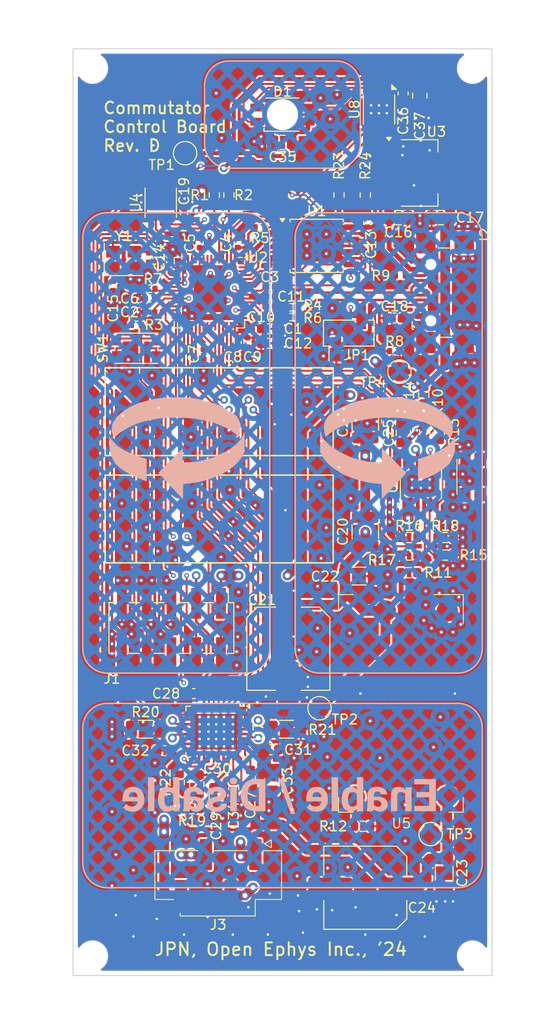
<source format=kicad_pcb>
(kicad_pcb (version 20240108) (generator "pcbnew") (generator_version "8.0")
  (title_block (title "Open Ephys Commutator Controller") (rev "D") (company "Open Ephys, Inc") (comment 1 "Jonathan P. Newman"))
  (layers (0 "F.Cu" signal) (1 "In1.Cu" signal) (2 "In2.Cu" signal) (31 "B.Cu" signal) (34 "B.Paste" user) (35 "F.Paste" user) (36 "B.SilkS" user "B.Silkscreen") (37 "F.SilkS" user "F.Silkscreen") (38 "B.Mask" user) (39 "F.Mask" user) (44 "Edge.Cuts" user))
  (net 0 "")
  (net 1 "GND")
  (net 2 "+5V")
  (net 3 "+15V")
  (net 4 "+3.3V")
  (net 5 "Net-(D1-RK)")
  (net 6 "Net-(D1-BK)")
  (net 7 "Net-(D1-GK)")
  (net 8 "Net-(S5-A)")
  (net 9 "Net-(U2-VREG_VOUT)")
  (net 10 "VBUS")
  (net 11 "Net-(U2-XIN)")
  (net 12 "Net-(C15-Pad1)")
  (net 13 "Net-(U6-VMID)")
  (net 14 "Net-(U7-VCP)")
  (net 15 "Net-(U7-VCC)")
  (net 16 "/Motor Driver/TMC_{5V}")
  (net 17 "Net-(U7-CPO)")
  (net 18 "Net-(U7-CPI)")
  (net 19 "Net-(J1-Pin_2)")
  (net 20 "/MCU/GPIO_{1}")
  (net 21 "/MCU/GPIO_{0}")
  (net 22 "Net-(J1-Pin_4)")
  (net 23 "/MCU/~{RESET}")
  (net 24 "Net-(J2-CC1)")
  (net 26 "/MCU/D_{-}")
  (net 27 "/MCU/D_{+}")
  (net 28 "Net-(J2-CC2)")
  (net 30 "/MCU/QSPI_{CLK}")
  (net 31 "/MCU/SCL")
  (net 32 "/MCU/SDA")
  (net 33 "Net-(U2-USB_DP)")
  (net 34 "/MCU/QSPI_{~{CS}}")
  (net 35 "Net-(U2-USB_DM)")
  (net 36 "Net-(U2-XOUT)")
  (net 37 "Net-(U6-PFI)")
  (net 38 "Net-(U6-FB)")
  (net 39 "Net-(U5-ADJ)")
  (net 40 "Net-(U6-PFI_RET)")
  (net 41 "/MCU/LTC44_{~{PFO}}")
  (net 42 "/MCU/LTC44_{CURR}")
  (net 43 "/MCU/LTC44_{SEL}")
  (net 44 "/MCU/LTC44_{EN}")
  (net 45 "Net-(U7-BRB)")
  (net 46 "Net-(U7-BRA)")
  (net 47 "Net-(U7-AIN_IREF)")
  (net 48 "/MCU/IS31_{BM}")
  (net 49 "/MCU/IS31_{EN}")
  (net 50 "/Touch Sensors/CCW")
  (net 51 "/Touch Sensors/MODE")
  (net 52 "/Touch Sensors/CW")
  (net 53 "/Touch Sensors/STOP")
  (net 54 "/MCU/QSPI_{D3}")
  (net 55 "/MCU/QSPI_{D0}")
  (net 56 "/MCU/QSPI_{D1}")
  (net 57 "/MCU/QSPI_{D2}")
  (net 59 "/MCU/TMC_{~{CS}}")
  (net 60 "/MCU/TMC_{STEP}")
  (net 62 "/MCU/MOSI")
  (net 67 "/MCU/SCLK")
  (net 73 "/MCU/TMC_{DIR}")
  (net 75 "/MCU/TMC_{EN}")
  (net 76 "/MCU/ALERT#")
  (net 77 "/MCU/MISO")
  (net 80 "/Motor Driver/OA1")
  (net 85 "/Motor Driver/OB1")
  (net 86 "/Motor Driver/OA2")
  (net 87 "/Motor Driver/OB2")
  (footprint "Capacitor_SMD:C_0805_2012Metric" (layer "F.Cu") (at 139.75 71.305 180)
    (property "Reference" "C17")
    (property "Value" "10u" (hide yes))
  )
  (footprint "Resistor_SMD:R_0402_1005Metric" (layer "F.Cu") (at 124.4 80.5)
    (property "Reference" "R4")
    (property "Value" "27")
  )
  (footprint "Connector_PinHeader_2.54mm:PinHeader_2x05_P2.54mm_Vertical_SMD" (layer "F.Cu") (at 112.1 113.375 -90)
    (property "Reference" "J1")
    (property "Value" "0015910100")
  )
  (footprint "Resistor_SMD:R_0402_1005Metric" (layer "F.Cu") (at 135.6 77.25)
    (property "Reference" "R9")
    (property "Value" "5.1k")
  )
  (footprint "Capacitor_SMD:C_0402_1005Metric" (layer "F.Cu") (at 106.1 78.3 -90)
    (property "Reference" "C15")
    (property "Value" "22pF")
  )
  (footprint "Capacitor_SMD:C_0402_1005Metric" (layer "F.Cu") (at 109.9 79.6 180)
    (property "Reference" "C6")
    (property "Value" "0.1uF")
  )
  (footprint "TestPoint:TestPoint_Pad_D2.0mm" (layer "F.Cu") (at 135.5 87.1)
    (property "Reference" "TP4")
    (property "Value" "~" (hide yes))
  )
  (footprint "MountingHole:MountingHole_2.7mm_M2.5_ISO7380" (layer "F.Cu") (at 143 56)
    (property "Reference" "H3" (hide yes))
    (property "Value" "~" (hide yes))
  )
  (footprint "oe:PANASONIC_EVQP7-JA-01P" (layer "F.Cu") (at 143 97.9 -90)
    (property "Reference" "S5" (hide yes))
    (property "Value" "EVQ-P7J01P")
  )
  (footprint "Resistor_SMD:R_0603_1608Metric" (layer "F.Cu") (at 116.5 69 -90)
    (property "Reference" "R1")
    (property "Value" "4.7k" (hide yes))
  )
  (footprint "Capacitor_SMD:C_0805_2012Metric" (layer "F.Cu") (at 114.7 129.4 -90)
    (property "Reference" "C30")
    (property "Value" "4.7uF")
  )
  (footprint "Package_TO_SOT_SMD:SOT-223-3_TabPin2" (layer "F.Cu") (at 137.55 66.725)
    (property "Reference" "U3")
    (property "Value" "NCP1117-3.3_SOT223")
  )
  (footprint "Resistor_SMD:R_0603_1608Metric" (layer "F.Cu") (at 136.5 107.7)
    (property "Reference" "R11")
    (property "Value" "160k" (hide yes))
  )
  (footprint "Resistor_SMD:R_0603_1608Metric" (layer "F.Cu") (at 138 89.5 90)
    (property "Reference" "R14")
    (property "Value" "10k" (hide yes))
  )
  (footprint "Resistor_SMD:R_0603_1608Metric" (layer "F.Cu") (at 132 69 -90)
    (property "Reference" "R24")
    (property "Value" "4.7k")
  )
  (footprint "Capacitor_SMD:C_0402_1005Metric" (layer "F.Cu") (at 118.9 73.9 90)
    (property "Reference" "C4")
    (property "Value" "0.1uF")
  )
  (footprint "Resistor_SMD:R_0603_1608Metric" (layer "F.Cu") (at 139.6 93.3 -90)
    (property "Reference" "R13")
    (property "Value" "1.2M" (hide yes))
  )
  (footprint "MountingHole:MountingHole_2.7mm_M2.5_ISO7380" (layer "F.Cu") (at 104 56)
    (property "Reference" "H4" (hide yes))
    (property "Value" "~" (hide yes))
  )
  (footprint "Resistor_SMD:R_0603_1608Metric" (layer "F.Cu") (at 140.2 105.9)
    (property "Reference" "R15")
    (property "Value" "51k" (hide yes))
  )
  (footprint "TestPoint:TestPoint_Pad_D2.0mm" (layer "F.Cu") (at 113.5 64.7)
    (property "Reference" "TP1")
    (property "Value" "~" (hide yes))
  )
  (footprint "Capacitor_SMD:C_0402_1005Metric" (layer "F.Cu") (at 122.2 79.4)
    (property "Reference" "C11")
    (property "Value" "0.1uF")
  )
  (footprint "Capacitor_SMD:C_0402_1005Metric" (layer "F.Cu") (at 115 73.9 90)
    (property "Reference" "C5")
    (property "Value" "0.1uF")
  )
  (footprint "Capacitor_SMD:C_1210_3225Metric" (layer "F.Cu") (at 132 92.4 90)
    (property "Reference" "C26")
    (property "Value" "HV0820-2R7305-R")
  )
  (footprint "Capacitor_SMD:C_0402_1005Metric" (layer "F.Cu") (at 119.9 84.1 -90)
    (property "Reference" "C9")
    (property "Value" "0.1uF")
  )
  (footprint "Capacitor_SMD:C_0402_1005Metric" (layer "F.Cu") (at 109.8 75.4 -90)
    (property "Reference" "C14")
    (property "Value" "22pF")
  )
  (footprint "Capacitor_SMD:C_0402_1005Metric" (layer "F.Cu") (at 118.9 84.1 -90)
    (property "Reference" "C8")
    (property "Value" "0.1uF")
  )
  (footprint "Resistor_SMD:R_0402_1005Metric" (layer "F.Cu") (at 124.4 81.5)
    (property "Reference" "R6")
    (property "Value" "27")
  )
  (footprint "oe:SUNLED_PLCC4-INV_3.2x2.8x1.9mm" (layer "F.Cu") (at 123.5 60.75 180)
    (property "Reference" "D1")
    (property "Value" "XZMDKCBDDG45S-9")
  )
  (footprint "Capacitor_SMD:C_0805_2012Metric" (layer "F.Cu") (at 116.7 130.7 -90)
    (property "Reference" "C29")
    (property "Value" "0.47uF")
  )
  (footprint "Resistor_SMD:R_0603_1608Metric" (layer "F.Cu") (at 129.3 69 -90)
    (property "Reference" "R23")
    (property "Value" "4.7k")
  )
  (footprint "Resistor_SMD:R_0603_1608Metric" (layer "F.Cu") (at 118 69 -90)
    (property "Reference" "R2")
    (property "Value" "4.7k" (hide yes))
  )
  (footprint "Capacitor_SMD:C_Elec_8x10.2" (layer "F.Cu") (at 124.1 115.5 -90)
    (property "Reference" "C21")
    (property "Value" "100uF")
  )
  (footprint "Capacitor_SMD:C_0603_1608Metric" (layer "F.Cu") (at 120.2 128.7 -90)
    (property "Reference" "C27")
    (property "Value" "0.1uF")
  )
  (footprint "Capacitor_SMD:C_0805_2012Metric" (layer "F.Cu") (at 135.4 71.31)
    (property "Reference" "C16")
    (property "Value" "10u")
  )
  (footprint "Package_DFN_QFN:QFN-36-1EP_5x6mm_P0.5mm_EP3.6x4.1mm" (layer "F.Cu") (at 116.7 124 -90)
    (property "Reference" "U7")
    (property "Value" "TMC2130-LA")
  )
  (footprint "Capacitor_SMD:C_0603_1608Metric" (layer "F.Cu") (at 111.4125 125.95)
    (property "Reference" "C32")
    (property "Value" "0.1uF")
  )
  (footprint "Resistor_SMD:R_1206_3216Metric" (layer "F.Cu") (at 109.45 123.75 180)
    (property "Reference" "R20")
    (property "Value" "0.11,0.5W")
  )
  (footprint "oe:TI_R-PDSS_B4_SMD" (layer "F.Cu") (at 135.65 121.15)
    (property "Reference" "U5")
    (property "Value" "PTN04050CAZ")
  )
  (footprint "Resistor_SMD:R_0402_1005Metric" (layer "F.Cu") (at 121.2 72.3)
    (property "Reference" "R5")
    (property "Value" "10k")
  )
  (footprint "Capacitor_SMD:C_0603_1608Metric" (layer "F.Cu") (at 122.1 82.7)
    (property "Reference" "C1")
    (property "Value" "1uF" (hide yes))
  )
  (footprint "Resistor_SMD:R_0603_1608Metric" (layer "F.Cu") (at 112.9 129.2 90)
    (property "Reference" "R22")
    (property "Value" "30k")
  )
  (footprint "Capacitor_SMD:C_Elec_8x10.2" (layer "F.Cu") (at 132 140 180)
    (property "Reference" "C24")
    (property "Value" "100uF")
  )
  (footprint "Capacitor_SMD:C_0603_1608Metric" (layer "F.Cu") (at 135 81.6 180)
    (property "Reference" "C18")
    (property "Value" "0.1uF")
  )
  (footprint "MountingHole:MountingHole_2.7mm_M2.5_ISO7380" (layer "F.Cu") (at 143 147)
    (property "Reference" "H2" (hide yes))
    (property "Value" "~" (hide yes))
  )
  (footprint "Capacitor_SMD:C_1206_3216Metric" (layer "F.Cu") (at 131.35 108.05)
    (property "Reference" "C22")
    (property "Value" "22uF")
  )
  (footprint "Capacitor_SMD:C_0603_1608Metric" (layer "F.Cu") (at 122.3125 125.85 180)
    (property "Reference" "C31")
    (property "Value" "0.1uF")
  )
  (footprint "Capacitor_SMD:C_0805_2012Metric" (layer "F.Cu") (at 122.4125 129.075 90)
    (property "Reference" "C33")
    (property "Value" "4.7uF")
  )
  (footprint "Capacitor_SMD:C_0603_1608Metric" (layer "F.Cu") (at 114.4 120.1 180)
    (property "Reference" "C28")
    (property "Value" "0.1uF")
  )
  (footprint "Capacitor_SMD:C_0603_1608Metric" (layer "F.Cu") (at 122.1 84.2)
    (property "Reference" "C12")
    (property "Value" "1uF")
  )
  (footprint "Capacitor_SMD:C_0402_1005Metric" (layer "F.Cu") (at 122.2 78.4)
    (property "Reference" "C3")
    (property "Value" "0.1uF")
  )
  (footprint "Resistor_SMD:R_0603_1608Metric" (layer "F.Cu") (at 114.2 131.9 180)
    (property "Reference" "R19")
    (property "Value" "2.2")
  )
  (footprint "Resistor_SMD:R_0603_1608Metric" (layer "F.Cu") (at 131.7 133.7)
    (property "Reference" "R12")
    (property "Value" "1.33k" (hide yes))
  )
  (footprint "Capacitor_SMD:C_1210_3225Metric" (layer "F.Cu") (at 132 103.5 90)
    (property "Reference" "C20")
    (property "Value" "HV0820-2R7305-R")
  )
  (footprint "Button_Switch_SMD:SW_Push_1P1T_NO_CK_KMR2" (layer "F.Cu") (at 108.5 84.7 180)
    (property "Reference" "SW1")
    (property "Value" "SW_Push")
  )
  (footprint "MountingHole:MountingHole_2.7mm_M2.5_ISO7380" (layer "F.Cu") (at 104 147)
    (property "Reference" "H1" (hide yes))
    (property "Value" "~" (hide yes))
  )
  (footprint "Package_DFN_QFN:QFN-56-1EP_7x7mm_P0.4mm_EP3.2x3.2mm" (layer "F.Cu") (at 116 79 -90)
    (property "Reference" "U2")
    (property "Value" "RP2040")
  )
  (footprint "Resistor_SMD:R_0402_1005Metric" (layer "F.Cu") (at 108.5 82.3)
    (property "Reference" "R3")
    (property "Value" "10k")
  )
  (footprint "TestPoint:TestPoint_Pad_D2.0mm" (layer "F.Cu") (at 127.3 121.6)
    (property "Reference" "TP2")
    (property "Value" "~" (hide yes))
  )
  (footprint "Capacitor_SMD:C_0603_1608Metric" (layer "F.Cu") (at 118.5 129.8 -90)
    (property "Reference" "C34")
    (property "Value" "22nF")
  )
  (footprint "Resistor_SMD:R_0603_1608Metric" (layer "F.Cu") (at 140.2 104.1)
    (property "Reference" "R18")
    (property "Value" "10k")
  )
  (footprint "Resistor_SMD:R_0603_1608Metric" (layer "F.Cu") (at 138.1 93.3 -90)
    (property "Reference" "R10")
    (property "Value" "1.5M" (hide yes))
  )
  (footprint "Connector_USB:USB_C_Receptacle_GCT_USB4110" (layer "F.Cu") (at 141.325 79 90)
    (property "Reference" "J2")
    (property "Value" "USB4110-GF-A")
  )
  (footprint "oe:MOLEX_1719730004_1x04_P2.54mm_Vert_Lock" (layer "F.Cu") (at 116.9 138.7 180)
    (property "Reference" "J3")
    (property "Value" "1719730004")
  )
  (footprint "Resistor_SMD:R_1206_3216Metric" (layer "F.Cu") (at 123.9125 123.75)
    (property "Reference" "R21")
    (property "Value" "0.11,0.5W")
  )
  (footprint "Package_SO:SOIC-8_5.23x5.23mm_P1.27mm" (layer "F.Cu") (at 127 74.2)
    (property "Reference" "U1")
    (property "Value" "W25Q128JVS")
  )
  (footprint "Capacitor_SMD:C_0402_1005Metric" (layer "F.Cu") (at 122.2 80.4)
    (property "Reference" "C10")
    (property "Value" "0.1uF")
  )
  (footprint "Capacitor_SMD:C_0402_1005Metric" (layer "F.Cu") (at 115.4 85.3 -90)
    (property "Reference" "C7")
    (property "Value" "0.1uF")
  )
  (footprint "TestPoint:TestPoint_Pad_D2.0mm" (layer "F.Cu") (at 138.7 134.5)
    (property "Reference" "TP3")
    (property "Value" "~" (hide yes))
  )
  (footprint "Package_DFN_QFN:DFN-10-1EP_3x3mm_P0.5mm_EP1.65x2.38mm" (layer "F.Cu") (at 133.405 60.2175 -90)
    (property "Reference" "U8")
    (property "Value" "IS31FL3193")
  )
  (footprint "Package_DFN_QFN:DFN-10-1EP_3x3mm_P0.5mm_EP1.55x2.48mm" (layer "F.Cu") (at 111 69.7875 90)
    (property "Reference" "U4")
    (property "Value" "CAP1296-x-AIA")
  )
  (footprint "Capacitor_SMD:C_0402_1005Metric" (layer "F.Cu") (at 109.9 81 180)
    (property "Reference" "C2")
    (property "Value" "0.1uF")
  )
  (footprint "Capacitor_SMD:C_1206_3216Metric" (layer "F.Cu") (at 140.1 138.5 -90)
    (property "Reference" "C23")
    (property "Value" "22uF")
  )
  (footprint "Crystal:Crystal_SMD_Abracon_ABM8AIG-4Pin_3.2x2.5mm" (layer "F.Cu") (at 107.2 75.6)
    (property "Reference" "Y1")
    (property "Value" "ABM8AIG-12.000MHZ-12-2Z-T3")
  )
  (footprint "Connector_PinHeader_2.54mm:PinHeader_1x02_P2.54mm_Vertical_SMD_Pin1Left" (layer "F.Cu") (at 130.3 83.145 90)
    (property "Reference" "JP1")
    (property "Value" "TSM-102-01-L-SV")
  )
  (footprint "Capacitor_SMD:C_0805_2012Metric" (layer "F.Cu") (at 135.9 93.4 90)
    (property "Reference" "C25")
    (property "Value" "4.7uF")
  )
  (footprint "Resistor_SMD:R_0603_1608Metric" (layer "F.Cu") (at 136.5 104.1)
    (property "Reference" "R16")
    (property "Value" "2.49k" (hide yes))
  )
  (footprint "Capacitor_SMD:C_0402_1005Metric" (layer "F.Cu") (at 113.4 70.9 90)
    (property "Reference" "C19")
    (property "Value" "0.1uF")
  )
  (footprint "Package_SO:MSOP-12-1EP_3x4mm_P0.65mm_EP1.65x2.85mm" (layer "F.Cu") (at 137.71 98.59 90)
    (property "Reference" "U6")
    (property "Value" "LTC4425")
  )
  (footprint "Resistor_SMD:R_0603_1608Metric" (layer "F.Cu") (at 136.5 105.9 180)
    (property "Reference" "R17")
    (property "Value" "10k" (hide yes))
  )
  (footprint "Resistor_SMD:R_0402_1005Metric" (layer "F.Cu") (at 135 85 180)
    (property "Reference" "R8")
    (property "Value" "5.1k")
  )
  (footprint "Resistor_SMD:R_0402_1005Metric" (layer "F.Cu") (at 109.9 78.6 180)
    (property "Reference" "R7")
    (property "Value" "1K")
  )
  (footprint "Capacitor_SMD:C_0402_1005Metric" (layer "F.Cu") (at 132.2 71.8 90)
    (property "Reference" "C13")
    (property "Value" "0.1uF")
  )
  (footprint "Capacitor_SMD:C_0603_1608Metric" (layer "F.Cu") (at 135.885 58.5875 -90)
    (property "Reference" "C36")
    (property "Value" "0.1uF")
  )
  (footprint "Capacitor_SMD:C_0805_2012Metric" (layer "F.Cu") (at 137.595 58.8075 -90)
    (property "Reference" "C37")
    (property "Value" "4.7uF")
  )
  (footprint "Capacitor_SMD:C_0805_2012Metric" (layer "F.Cu") (at 123.5 63.6 180)
    (property "Reference" "C35")
    (property "Value" "4.7uF")
  )
  (footprint "LOGO" (layer "B.Cu") (at 112.75 94.75 180)
    (property "Reference" "G***" (hide yes))
    (property "Value" "LOGO" (hide yes))
  )
  (footprint "LOGO" (layer "B.Cu") (at 134.25 94.75 180)
    (property "Reference" "G***" (hide yes))
    (property "Value" "LOGO" (hide yes))
  )
  (footprint "LOGO" (layer "B.Cu") (at 120.585772 145 180)
    (property "Reference" "G***" (hide yes))
    (property "Value" "LOGO" (hide yes))
  )
  (footprint "LOGO" (layer "B.Cu") (at 131.5 145.17 180)
    (property "Reference" "G***" (hide yes))
    (property "Value" "LOGO" (hide yes))
  )
  (footprint "oe:Touch_Center_2mm" (layer "B.Cu") (at 125.1 122.5 180)
    (property "Reference" "S4" (hide yes))
    (property "Value" "~")
  )
  (footprint "oe:Touch_Center_2mm" (layer "B.Cu") (at 134 99 180)
    (property "Reference" "S1" (hide yes))
    (property "Value" "~")
  )
  (footprint "oe:Touch_Center_2mm" (layer "B.Cu") (at 113 99 180)
    (property "Reference" "S3" (hide yes))
    (property "Value" "~")
  )
  (footprint "oe:Touch_Center_2mm" (layer "B.Cu") (at 118 64.5 180)
    (property "Reference" "S2" (hide yes))
    (property "Value" "~")
  )
  (gr_line (start 118 55.25) (end 129 55.25) (stroke (width 0.15)) (layer "B.SilkS"))
  (gr_line (start 119.7 118) (end 105.5 118) (stroke (width 0.15)) (layer "B.SilkS"))
  (gr_arc (start 141.5 70.8) (mid 143.267767 71.532233) (end 144 73.3) (stroke (width 0.15)) (layer "B.SilkS"))
  (gr_arc (start 124.8 73.3) (mid 125.532233 71.532233) (end 127.3 70.8) (stroke (width 0.15)) (layer "B.SilkS"))
  (gr_poly (pts (xy 118.14613 132.158491) (xy 118.804165 132.158491) (xy 118.804165 129.703344) (xy 118.14613 129.703344)) (fill solid) (layer "B.SilkS"))
  (gr_arc (start 144 115.5) (mid 143.267767 117.267767) (end 141.5 118) (stroke (width 0.15)) (layer "B.SilkS"))
  (gr_arc (start 118 66.25) (mid 116.232233 65.517767) (end 115.5 63.75) (stroke (width 0.15)) (layer "B.SilkS"))
  (gr_line (start 115.5 63.75) (end 115.5 57.75) (stroke (width 0.15)) (layer "B.SilkS"))
  (gr_arc (start 105.5 140) (mid 103.732233 139.267767) (end 103 137.5) (stroke (width 0.15)) (layer "B.SilkS"))
  (gr_arc (start 144 137.5) (mid 143.267767 139.267767) (end 141.5 140) (stroke (width 0.15)) (layer "B.SilkS"))
  (gr_arc (start 103 73.3) (mid 103.732233 71.532233) (end 105.5 70.8) (stroke (width 0.15)) (layer "B.SilkS"))
  (gr_poly (pts (xy 112.278645 129.923444) (xy 112.249724 129.891296) (xy 112.219685 129.861223) (xy 112.18853 129.833223) (xy 112.156258 129.807297) (xy 112.122868 129.783445) (xy 112.088362 129.761667) (xy 112.052739 129.741964) (xy 112.015999 129.724334) (xy 111.978142 129.708779) (xy 111.939169 129.695297) (xy 111.899078 129.68389) (xy 111.857871 129.674557) (xy 111.815547 129.667298) (xy 111.772106 129.662112) (xy 111.727548 129.659001) (xy 111.681874 129.657964) (xy 111.626476 129.659258) (xy 111.572602 129.663141) (xy 111.520254 129.669611) (xy 111.46943 129.67867) (xy 111.42013 129.690316) (xy 111.372356 129.704551) (xy 111.326105 129.721374) (xy 111.28138 129.740785) (xy 111.238179 129.762785) (xy 111.196503 129.787372) (xy 111.156351 129.814548) (xy 111.117724 129.844311) (xy 111.080621 129.876663) (xy 111.045042 129.911603) (xy 111.010988 129.949132) (xy 110.978459 129.989248) (xy 110.94741 130.03143) (xy 110.918364 130.075721) (xy 110.891321 130.122122) (xy 110.866281 130.170633) (xy 110.843244 130.221253) (xy 110.822211 130.273982) (xy 110.80318 130.328821) (xy 110.786153 130.385769) (xy 110.771129 130.444828) (xy 110.758108 130.505995) (xy 110.74709 130.569272) (xy 110.738076 130.634659) (xy 110.731065 130.702156) (xy 110.726056 130.771762) (xy 110.723052 130.843477) (xy 110.72205 130.917303) (xy 110.72205 130.953611) (xy 110.723034 131.026346) (xy 110.725985 131.097061) (xy 110.730905 131.165754) (xy 110.737791 131.232426) (xy 110.746646 131.297078) (xy 110.757468 131.359708) (xy 110.770259 131.420318) (xy 110.785016 131.478906) (xy 110.801742 131.535474) (xy 110.820435 131.590021) (xy 110.841096 131.642546) (xy 110.863725 131.693051) (xy 110.888322 131.741535) (xy 110.914887 131.787998) (xy 110.943419 131.832439) (xy 110.973919 131.87486) (xy 111.006183 131.914702) (xy 111.040007 131.951974) (xy 111.075391 131.986675) (xy 111.112334 132.018806) (xy 111.150838 132.048366) (xy 111.190901 132.075356) (xy 111.232524 132.099775) (xy 111.275708 132.121624) (xy 111.320451 132.140902) (xy 111.366754 132.15761) (xy 111.414617 132.171747) (xy 111.46404 132.183314) (xy 111.515024 132.192311) (xy 111.567567 132.198737) (xy 111.621671 132.202593) (xy 111.677334 132.203878) (xy 111.726625 132.202681) (xy 111.774658 132.199092) (xy 111.821431 132.193108) (xy 111.866946 132.184732) (xy 111.911202 132.173963) (xy 111.954199 132.1608) (xy 111.995937 132.145244) (xy 112.036417 132.127295) (xy 112.075638 132.106953) (xy 112.113601 132.084218) (xy 112.150305 132.059089) (xy 112.18575 132.031568) (xy 112.219937 132.001653) (xy 112.252865 131.969345) (xy 112.284534 131.934644) (xy 112.314946 131.89755) (xy 112.344448 132.158491) (xy 112.934407 132.158491) (xy 112.934407 131.416502) (xy 112.27863 131.416502) (xy 112.270922 131.432416) (xy 112.262834 131.447825) (xy 112.254365 131.462729) (xy 112.245514 131.477128) (xy 112.236283 131.491021) (xy 112.22667 131.50441) (xy 112.216676 131.517293) (xy 112.206301 131.529671) (xy 112.195545 131.541543) (xy 112.184408 131.552911) (xy 112.17289 131.563773) (xy 112.160991 131.57413) (xy 112.14871 131.583982) (xy 112.136049 131.593329) (xy 112.123006 131.60217) (xy 112.109582 131.610507) (xy 112.095777 131.618338) (xy 112.081591 131.625664) (xy 112.067024 131.632484) (xy 112.052076 131.638799) (xy 112.036746 131.64461) (xy 112.021036 131.649915) (xy 112.004944 131.654714) (xy 111.988471 131.659009) (xy 111.971618 131.662798) (xy 111.954382 131.666082) (xy 111.936766 131.668861) (xy 111.918769 131.671134) (xy 111.90039 131.672903) (xy 111.881631 131.674166) (xy 111.842968 131.675176) (xy 111.80411 131.673953) (xy 111.766953 131.670284) (xy 111.731498 131.664168) (xy 111.697745 131.655605) (xy 111.681507 131.650407) (xy 111.665695 131.644597) (xy 111.650307 131.638175) (xy 111.635346 131.631142) (xy 111.620809 131.623497) (xy 111.606698 131.615241) (xy 111.593013 131.606373) (xy 111.579753 131.596893) (xy 111.566919 131.586802) (xy 111.55451 131.576099) (xy 111.542526 131.564785) (xy 111.530968 131.552859) (xy 111.519836 131.540321) (xy 111.509129 131.527172) (xy 111.498847 131.513411) (xy 111.488991 131.499039) (xy 111.470555 131.468459) (xy 111.45382 131.435434) (xy 111.438788 131.399962) (xy 111.425457 131.362043) (xy 111.419687 131.342712) (xy 111.414289 131.322157) (xy 111.409263 131.300379) (xy 111.404609 131.277378) (xy 111.400328 131.253154) (xy 111.396419 131.227707) (xy 111.392882 131.201036) (xy 111.389717 131.173142) (xy 111.384505 131.113685) (xy 111.380782 131.049335) (xy 111.378549 130.980093) (xy 111.377804 130.905958) (xy 111.377812 130.905958) (xy 111.378273 130.860231) (xy 111.379655 130.816081) (xy 111.38196 130.77351) (xy 111.385186 130.732515) (xy 111.389334 130.693099) (xy 111.394404 130.65526) (xy 111.400395 130.618999) (xy 111.407309 130.584316) (xy 111.415144 130.55121) (xy 111.423901 130.519682) (xy 111.43358 130.489732) (xy 111.44418 130.461359) (xy 111.455703 130.434564) (xy 111.468147 130.409347) (xy 111.481513 130.385707) (xy 111.4958 130.363645) (xy 111.511001 130.342763) (xy 111.527106 130.323227) (xy 111.535497 130.313965) (xy 111.544114 130.305039) (xy 111.552958 130.29645) (xy 111.562027 130.288198) (xy 111.571323 130.280283) (xy 111.580844 130.272705) (xy 111.590592 130.265464) (xy 111.600566 130.258559) (xy 111.610765 130.251991) (xy 111.621191 130.24576) (xy 111.631843 130.239866) (xy 111.642721 130.234309) (xy 111.653824 130.229088) (xy 111.665154 130.224205) (xy 111.67671 130.219658) (xy 111.688492 130.215448) (xy 111.712734 130.208038) (xy 111.73788 130.201976) (xy 111.763931 130.19726) (xy 111.790886 130.193892) (xy 111.818745 130.191872) (xy 111.847508 130.191198) (xy 111.885887 130.1922) (xy 111.922742 130.195204) (xy 111.958072 130.200213) (xy 111.991878 130.207224) (xy 112.024159 130.216238) (xy 112.054915 130.227256) (xy 112.084147 130.240277) (xy 112.111855 130.255301) (xy 112.138038 130.272328) (xy 112.162696 130.291359) (xy 112.18583 130.312392) (xy 112.207439 130.335429) (xy 112.227523 130.360469) (xy 112.246083 130.387512) (xy 112.263119 130.416558) (xy 112.27863 130.447607) (xy 112.27863 131.416502) (xy 112.934407 131.416502) (xy 112.934407 128.673177) (xy 112.278645 128.673177)) (fill solid) (layer "B.SilkS"))
  (gr_line (start 131.5 57.75) (end 131.5 63.75) (stroke (width 0.15)) (layer "B.SilkS"))
  (gr_arc (start 115.5 57.75) (mid 116.232233 55.982233) (end 118 55.25) (stroke (width 0.15)) (layer "B.SilkS"))
  (gr_poly (pts (xy 126.952482 129.659198) (xy 126.892041 129.66292) (xy 126.833285 129.669125) (xy 126.776212 129.677811) (xy 126.720824 129.688979) (xy 126.667119 129.702629) (xy 126.615099 129.71876) (xy 126.564762 129.737374) (xy 126.51611 129.758469) (xy 126.469142 129.782047) (xy 126.423858 129.808106) (xy 126.380258 129.836647) (xy 126.338342 129.867669) (xy 126.29811 129.901174) (xy 126.259562 129.937161) (xy 126.222699 129.975629) (xy 126.187528 130.016376) (xy 126.154627 130.059196) (xy 126.123994 130.104091) (xy 126.095631 130.151059) (xy 126.069536 130.200101) (xy 126.045711 130.251218) (xy 126.024154 130.304408) (xy 126.004867 130.359672) (xy 125.987849 130.417011) (xy 125.973099 130.476423) (xy 125.960619 130.53791) (xy 125.950408 130.60147) (xy 125.942466 130.667105) (xy 125.936793 130.734814) (xy 125.93339 130.804598) (xy 125.932255 130.876455) (xy 125.932255 131.144209) (xy 127.495655 131.144209) (xy 127.491188 131.173901) (xy 127.485728 131.20285) (xy 127.479275 131.231054) (xy 127.471829 131.258513) (xy 127.46339 131.285228) (xy 127.453959 131.311199) (xy 127.443535 131.336425) (xy 127.432119 131.360906) (xy 127.419709 131.384643) (xy 127.406307 131.407635) (xy 127.391913 131.429883) (xy 127.376526 131.451386) (xy 127.360146 131.472144) (xy 127.342773 131.492158) (xy 127.324408 131.511427) (xy 127.30505 131.529951) (xy 127.284585 131.547535) (xy 127.263463 131.563985) (xy 127.241686 131.579301) (xy 127.219253 131.593483) (xy 127.196163 131.606529) (xy 127.172418 131.618442) (xy 127.148016 131.62922) (xy 127.122958 131.638863) (xy 127.097245 131.647372) (xy 127.070876 131.654747) (xy 127.04385 131.660987) (xy 127.016169 131.666092) (xy 126.987831 131.670063) (xy 126.958838 131.6729) (xy 126.929189 131.674601) (xy 126.898884 131.675169) (xy 126.852164 131.674096) (xy 126.806738 131.670879) (xy 126.762606 131.665516) (xy 126.719768 131.658008) (xy 126.678225 131.648356) (xy 126.637975 131.636558) (xy 126.599019 131.622616) (xy 126.561358 131.606528) (xy 126.52499 131.588295) (xy 126.489917 131.567918) (xy 126.456138 131.545395) (xy 126.423652 131.520728) (xy 126.392461 131.493916) (xy 126.362564 131.464959) (xy 126.333961 131.433857) (xy 126.306652 131.40061) (xy 125.98444 131.761396) (xy 126.003284 131.787136) (xy 126.022944 131.812166) (xy 126.043419 131.836487) (xy 126.064709 131.8601) (xy 126.086815 131.883003) (xy 126.109736 131.905197) (xy 126.133473 131.926683) (xy 126.158025 131.947459) (xy 126.183393 131.967526) (xy 126.209576 131.986884) (xy 126.236575 132.005533) (xy 126.264389 132.023473) (xy 126.293018 132.040703) (xy 126.322464 132.057225) (xy 126.352724 132.073037) (xy 126.383801 132.08814) (xy 126.415498 132.102153) (xy 126.44762 132.115263) (xy 126.480167 132.127468) (xy 126.51314 132.138769) (xy 126.546539 132.149166) (xy 126.580363 132.158659) (xy 126.614612 132.167247) (xy 126.649287 132.174932) (xy 126.684387 132.181713) (xy 126.719912 132.187589) (xy 126.755863 132.192562) (xy 126.792239 132.19663) (xy 126.829041 132.199794) (xy 126.866268 132.202055) (xy 126.90392 132.203411) (xy 126.941998 132.203863) (xy 126.941998 132.20387) (xy 127.008722 132.202576) (xy 127.073887 132.198694) (xy 127.137492 132.192224) (xy 127.199537 132.183165) (xy 127.260022 132.171519) (xy 127.318947 132.157284) (xy 127.376312 132.140461) (xy 127.432118 132.12105) (xy 127.486363 132.09905) (xy 127.539048 132.074463) (xy 127.590174 132.047287) (xy 127.639739 132.017523) (xy 127.687744 131.985172) (xy 127.734189 131.950231) (xy 127.779075 131.912703) (xy 127.822399 131.872587) (xy 127.86334 131.830317) (xy 127.90164 131.786327) (xy 127.937299 131.740617) (xy 127.970316 131.693188) (xy 128.000691 131.644039) (xy 128.028426 131.593171) (xy 128.053519 131.540583) (xy 128.075971 131.486275) (xy 128.095781 131.430248) (xy 128.112951 131.372502) (xy 128.127478 131.313035) (xy 128.139365 131.25185) (xy 128.14861 131.188944) (xy 128.155213 131.12432) (xy 128.159175 131.057975) (xy 128.160496 130.989912) (xy 128.160496 130.926374) (xy 128.159938 130.880452) (xy 128.158262 130.83515) (xy 128.15547 130.790468) (xy 128.151561 130.746407) (xy 128.146535 130.702967) (xy 128.145707 130.697195) (xy 127.48885 130.697195) (xy 126.576672 130.697195) (xy 126.576672 130.645002) (xy 126.57766 130.618162) (xy 126.5795 130.592103) (xy 126.582191 130.566823) (xy 126.585734 130.542324) (xy 126.590129 130.518605) (xy 126.595375 130.495666) (xy 126.601472 130.473507) (xy 126.608422 130.452128) (xy 126.616222 130.431529) (xy 126.624875 130.411711) (xy 126.634378 130.392672) (xy 126.644733 130.374413) (xy 126.65594 130.356935) (xy 126.667998 130.340236) (xy 126.680907 130.324318) (xy 126.694668 130.309179) (xy 126.709222 130.294616) (xy 126.724521 130.280992) (xy 126.740565 130.268308) (xy 126.757353 130.256563) (xy 126.774886 130.245758) (xy 126.793163 130.235893) (xy 126.812184 130.226967) (xy 126.83195 130.218981) (xy 126.852461 130.211935) (xy 126.873716 130.205828) (xy 126.895716 130.200661) (xy 126.91846 130.196433) (xy 126.941948 130.193145) (xy 126.966181 130.190796) (xy 126.991159 130.189387) (xy 127.01688 130.188917) (xy 127.01688 130.188924) (xy 127.04099 130.189439) (xy 127.064532 130.190981) (xy 127.087506 130.193551) (xy 127.109914 130.19715) (xy 127.131754 130.201777) (xy 127.153026 130.207432) (xy 127.173732 130.214115) (xy 127.19387 130.221826) (xy 127.213441 130.230566) (xy 127.232444 130.240333) (xy 127.25088 130.251129) (xy 127.268749 130.262953) (xy 127.286051 130.275806) (xy 127.302786 130.289686) (xy 127.318953 130.304595) (xy 127.334553 130.320531) (xy 127.349249 130.337426) (xy 127.363272 130.355206) (xy 127.376621 130.373873) (xy 127.389296 130.393426) (xy 127.401297 130.413865) (xy 127.412625 130.435191) (xy 127.423279 130.457403) (xy 127.433259 130.480502) (xy 127.442566 130.504486) (xy 127.451199 130.529357) (xy 127.459158 130.555115) (xy 127.466444 130.581758) (xy 127.473056 130.609288) (xy 127.478994 130.637704) (xy 127.484259 130.667006) (xy 127.48885 130.697195) (xy 128.145707 130.697195) (xy 128.140393 130.660147) (xy 128.133133 130.617947) (xy 128.124757 130.576368) (xy 128.115264 130.535409) (xy 128.104654 130.495071) (xy 128.092928 130.455354) (xy 128.080085 130.416257) (xy 128.066124 130.37778) (xy 128.051048 130.339924) (xy 128.034854 130.302688) (xy 128.017544 130.266073) (xy 127.999215 130.230016) (xy 127.979963 130.195023) (xy 127.95979 130.161094) (xy 127.938694 130.128228) (xy 127.916677 130.096425) (xy 127.893738 130.065686) (xy 127.869877 130.03601) (xy 127.845094 130.007398) (xy 127.819389 129.97985) (xy 127.792763 129.953365) (xy 127.765214 129.927944) (xy 127.736744 129.903586) (xy 127.707351 129.880292) (xy 127.677037 129.858062) (xy 127.645802 129.836896) (xy 127.613644 129.816793) (xy 127.580459 129.797559) (xy 127.546706 129.779567) (xy 127.512386 129.762814) (xy 127.477499 129.747303) (xy 127.442045 129.733033) (xy 127.406023 129.720003) (xy 127.369435 129.708215) (xy 127.332279 129.697667) (xy 127.294555 129.68836) (xy 127.256265 129.680294) (xy 127.217407 129.673469) (xy 127.177981 129.667884) (xy 127.137989 129.663541) (xy 127.097429 129.660439) (xy 127.056301 129.658577) (xy 127.014607 129.657957)) (fill solid) (layer "B.SilkS"))
  (gr_poly (pts (xy 114.299497 129.658852) (xy 114.244977 129.661538) (xy 114.191928 129.666014) (xy 114.140351 129.67228) (xy 114.090245 129.680338) (xy 114.04161 129.690185) (xy 113.994447 129.701823) (xy 113.948755 129.715252) (xy 113.904534 129.730471) (xy 113.861785 129.74748) (xy 113.820507 129.76628) (xy 113.7807 129.78687) (xy 113.742365 129.809251) (xy 113.705502 129.833422) (xy 113.67011 129.859384) (xy 113.636189 129.887136) (xy 113.603765 129.916226) (xy 113.573433 129.946769) (xy 113.545193 129.978766) (xy 113.519046 130.012217) (xy 113.494989 130.047122) (xy 113.473025 130.08348) (xy 113.453153 130.121292) (xy 113.435373 130.160557) (xy 113.419684 130.201277) (xy 113.406087 130.24345) (xy 113.394583 130.287076) (xy 113.385169 130.332156) (xy 113.377848 130.37869) (xy 113.372619 130.426678) (xy 113.369481 130.476119) (xy 113.368435 130.527013) (xy 113.368435 131.591215) (xy 113.366407 131.675917) (xy 113.361474 131.7553) (xy 113.357918 131.792997) (xy 113.353636 131.829365) (xy 113.348627 131.864403) (xy 113.342892 131.898111) (xy 113.336431 131.93049) (xy 113.329243 131.961538) (xy 113.321329 131.991258) (xy 113.312688 132.019647) (xy 113.303321 132.046707) (xy 113.293228 132.072437) (xy 113.282409 132.096838) (xy 113.270863 132.119909) (xy 113.270863 132.158476) (xy 113.933438 132.158491) (xy 113.939012 132.14726) (xy 113.944392 132.135693) (xy 113.949576 132.123789) (xy 113.954566 132.111548) (xy 113.959361 132.098971) (xy 113.963961 132.086057) (xy 113.968366 132.072806) (xy 113.972576 132.059218) (xy 113.976592 132.045294) (xy 113.980412 132.031032) (xy 113.984038 132.016434) (xy 113.987468 132.001499) (xy 113.993744 131.970618) (xy 113.999241 131.93839) (xy 114.029581 131.970538) (xy 114.061038 132.000612) (xy 114.093612 132.028612) (xy 114.127302 132.054538) (xy 114.162109 132.07839) (xy 114.198033 132.100167) (xy 114.235074 132.119871) (xy 114.273232 132.1375) (xy 114.312506 132.153056) (xy 114.352898 132.166537) (xy 114.394406 132.177945) (xy 114.437031 132.187278) (xy 114.480774 132.194537) (xy 114.525633 132.199722) (xy 114.571609 132.202833) (xy 114.618702 132.20387) (xy 114.663322 132.203055) (xy 114.706984 132.200609) (xy 114.749689 132.196531) (xy 114.791437 132.190823) (xy 114.832227 132.183484) (xy 114.87206 132.174514) (xy 114.910935 132.163912) (xy 114.948854 132.151681) (xy 114.985815 132.137818) (xy 115.021819 132.122324) (xy 115.056865 132.1052) (xy 115.090954 132.086444) (xy 115.124087 132.066058) (xy 115.156261 132.044041) (xy 115.187479 132.020393) (xy 115.217739 131.995115) (xy 115.246316 131.968595) (xy 115.273049 131.941225) (xy 115.297938 131.913004) (xy 115.320984 131.883931) (xy 115.342186 131.854008) (xy 115.361544 131.823234) (xy 115.379058 131.791608) (xy 115.394729 131.759132) (xy 115.408556 131.725805) (xy 115.42054 131.691627) (xy 115.430679 131.656597) (xy 115.438976 131.620717) (xy 115.445428 131.583986) (xy 115.450037 131.546404) (xy 115.452802 131.507971) (xy 115.453724 131.468687) (xy 115.452608 131.421034) (xy 114.797985 131.421034) (xy 114.797649 131.436182) (xy 114.796638 131.450993) (xy 114.794954 131.465467) (xy 114.792597 131.479604) (xy 114.789565 131.493405) (xy 114.785861 131.506869) (xy 114.781482 131.519996) (xy 114.77643 131.532786) (xy 114.770705 131.545239) (xy 114.764306 131.557356) (xy 114.757233 131.569136) (xy 114.749487 131.580579) (xy 114.741067 131.591685) (xy 114.731973 131.602455) (xy 114.722206 131.612887) (xy 114.711766 131.622984) (xy 114.70074 131.632601) (xy 114.689218 131.641598) (xy 114.677199 131.649975) (xy 114.664684 131.657731) (xy 114.651673 131.664866) (xy 114.638165 131.671381) (xy 114.624161 131.677276) (xy 114.60966 131.68255) (xy 114.594663 131.687204) (xy 114.57917 131.691237) (xy 114.563179 131.69465) (xy 114.546693 131.697442) (xy 114.52971 131.699613) (xy 114.51223 131.701165) (xy 114.494254 131.702095) (xy 114.475781 131.702406) (xy 114.47575 131.702406) (xy 114.457686 131.702157) (xy 114.439799 131.701413) (xy 114.422089 131.700172) (xy 114.404556 131.698435) (xy 114.387201 131.696201) (xy 114.370024 131.693471) (xy 114.353023 131.690245) (xy 114.3362 131.686522) (xy 114.319554 131.682303) (xy 114.303086 131.677588) (xy 114.286794 131.672377) (xy 114.27068 131.666669) (xy 114.254744 131.660465) (xy 114.238984 131.653765) (xy 114.223402 131.646568) (xy 114.207997 131.638876) (xy 114.192928 131.630482) (xy 114.178356 131.621751) (xy 114.164281 131.612683) (xy 114.150702 131.603279) (xy 114.137619 131.593538) (xy 114.125033 131.583459) (xy 114.112943 131.573044) (xy 114.101349 131.562293) (xy 114.090252 131.551204) (xy 114.079651 131.539779) (xy 114.069547 131.528017) (xy 114.059939 131.515918) (xy 114.050827 131.503482) (xy 114.042212 131.49071) (xy 114.034093 131.477601) (xy 114.02647 131.464155) (xy 114.02647 131.042104) (xy 114.271534 131.042104) (xy 114.331284 131.043434) (xy 114.387435 131.047423) (xy 114.439988 131.05407) (xy 114.488942 131.063377) (xy 114.534297 131.075343) (xy 114.576054 131.089969) (xy 114.614211 131.107253) (xy 114.631941 131.116892) (xy 114.648771 131.127196) (xy 114.664701 131.138165) (xy 114.679731 131.149798) (xy 114.693862 131.162097) (xy 114.707093 131.17506) (xy 114.719424 131.188687) (xy 114.730856 131.20298) (xy 114.741388 131.217937) (xy 114.75102 131.233559) (xy 114.759752 131.249846) (xy 114.767585 131.266798) (xy 114.774519 131.284414) (xy 114.780552 131.302695) (xy 114.785686 131.321641) (xy 114.78992 131.341252) (xy 114.795689 131.382467) (xy 114.797985 131.421034) (xy 115.452608 131.421034) (xy 115.452598 131.420611) (xy 115.449221 131.373953) (xy 115.443593 131.328714) (xy 115.435713 131.284892) (xy 115.425581 131.242488) (xy 115.413199 131.201503) (xy 115.398564 131.161936) (xy 115.381679 131.123787) (xy 115.362542 131.087056) (xy 115.341154 131.051743) (xy 115.317514 131.017848) (xy 115.291623 130.985372) (xy 115.263481 130.954314) (xy 115.233088 130.924674) (xy 115.200443 130.896453) (xy 115.165547 130.86965) (xy 115.12824 130.844362) (xy 115.08893 130.820688) (xy 115.047617 130.798627) (xy 115.004301 130.778178) (xy 114.958982 130.759343) (xy 114.911659 130.742122) (xy 114.862333 130.726513) (xy 114.811004 130.712517) (xy 114.757672 130.700135) (xy 114.702336 130.689366) (xy 114.644998 130.68021) (xy 114.585656 130.672667) (xy 114.524312 130.666737) (xy 114.460964 130.662421) (xy 114.395613 130.659718) (xy 114.328259 130.658628) (xy 114.02647 130.658628) (xy 114.02647 130.517942) (xy 114.026816 130.496935) (xy 114.027853 130.47646) (xy 114.029581 130.456516) (xy 114.032001 130.437105) (xy 114.035112 130.418226) (xy 114.038914 130.399878) (xy 114.043408 130.382062) (xy 114.048593 130.364778) (xy 114.054469 130.348026) (xy 114.061037 130.331806) (xy 114.068296 130.316117) (xy 114.076247 130.30096) (xy 114.084889 130.286335) (xy 114.094222 130.272241) (xy 114.104247 130.258679) (xy 114.114964 130.245649) (xy 114.126141 130.233283) (xy 114.138117 130.221716) (xy 114.150889 130.210946) (xy 114.16446 130.200974) (xy 114.178828 130.1918) (xy 114.193993 130.183423) (xy 114.209956 130.175845) (xy 114.226717 130.169064) (xy 114.244276 130.163081) (xy 114.262632 130.157896) (xy 114.281786 130.153509) (xy 114.301738 130.149919) (xy 114.322487 130.147127) (xy 114.344035 130.145133) (xy 114.36638 130.143936) (xy 114.389523 130.143537) (xy 114.409953 130.143847) (xy 114.429834 130.144778) (xy 114.449166 130.146329) (xy 114.467948 130.148501) (xy 114.48618 130.151293) (xy 114.503863 130.154706) (xy 114.520997 130.158739) (xy 114.537581 130.163393) (xy 114.553615 130.168667) (xy 114.5691 130.174561) (xy 114.584036 130.181076) (xy 114.598422 130.188212) (xy 114.612258 130.195968) (xy 114.625545 130.204345) (xy 114.638283 130.213342) (xy 114.650471 130.222959) (xy 114.661736 130.233117) (xy 114.672275 130.243736) (xy 114.682087 130.254816) (xy 114.691172 130.266357) (xy 114.69953 130.278358) (xy 114.707162 130.290821) (xy 114.714067 130.303744) (xy 114.720245 130.317128) (xy 114.725696 130.330973) (xy 114.73042 130.345279) (xy 114.734418 130.360046) (xy 114.737689 130.375273) (xy 114.740233 130.390962) (xy 114.74205 130.407112) (xy 114.74314 130.423722) (xy 114.743504 130.440794) (xy 115.399266 130.440794) (xy 115.398751 130.414256) (xy 115.397209 130.387966) (xy 115.394639 130.361925) (xy 115.39104 130.336132) (xy 115.386413 130.310587) (xy 115.380758 130.28529) (xy 115.374075 130.260241) (xy 115.366364 130.235441) (xy 115.357624 130.210889) (xy 115.347857 130.186585) (xy 115.337061 130.162529) (xy 115.325237 130.138721) (xy 115.312384 130.115162) (xy 115.298504 130.09185) (xy 115.283595 130.068787) (xy 115.267659 130.045972) (xy 115.250782 130.023592) (xy 115.233055 130.001832) (xy 115.214477 129.980692) (xy 115.195047 129.960173) (xy 115.174767 129.940274) (xy 115.153636 129.920996) (xy 115.131654 129.902338) (xy 115.108821 129.884301) (xy 115.085137 129.866884) (xy 115.060603 129.850087) (xy 115.035217 129.833911) (xy 115.008981 129.818355) (xy 114.981894 129.803419) (xy 114.953956 129.789104) (xy 114.925167 129.775409) (xy 114.895527 129.762334) (xy 114.865232 129.749695) (xy 114.834475 129.73787) (xy 114.803258 129.726861) (xy 114.771579 129.716668) (xy 114.73944 129.70729) (xy 114.70684 129.698728) (xy 114.673778 129.690981) (xy 114.640256 129.68405) (xy 114.606273 129.677934) (xy 114.571829 129.672634) (xy 114.536925 129.668149) (xy 114.501559 129.66448) (xy 114.465732 129.661626) (xy 114.429445 129.659588) (xy 114.392697 129.658364) (xy 114.355488 129.657957)) (fill solid) (layer "B.SilkS"))
  (gr_poly (pts (xy 120.674883 128.855482) (xy 120.621515 128.857796) (xy 120.568874 128.861651) (xy 120.51696 128.867049) (xy 120.465773 128.87399) (xy 120.415312 128.882472) (xy 120.365578 128.892497) (xy 120.316572 128.904064) (xy 120.268291 128.917173) (xy 120.220738 128.931825) (xy 120.173912 128.948019) (xy 120.127812 128.965755) (xy 120.082439 128.985033) (xy 120.037793 129.005854) (xy 119.993873 129.028217) (xy 119.95068 129.052122) (xy 119.908161 129.077171) (xy 119.86683 129.103531) (xy 119.826686 129.131204) (xy 119.787731 129.160188) (xy 119.749963 129.190484) (xy 119.713382 129.222092) (xy 119.67799 129.255012) (xy 119.643785 129.289243) (xy 119.610768 129.324787) (xy 119.578938 129.361642) (xy 119.548297 129.399808) (xy 119.518843 129.439287) (xy 119.490577 129.480077) (xy 119.463499 129.522179) (xy 119.437609 129.565593) (xy 119.412907 129.610319) (xy 119.389552 129.655807) (xy 119.367704 129.702075) (xy 119.347362 129.749124) (xy 119.328527 129.796952) (xy 119.311199 129.84556) (xy 119.295377 129.894948) (xy 119.281063 129.945117) (xy 119.268255 129.996065) (xy 119.256953 130.047793) (xy 119.247159 130.100301) (xy 119.238871 130.153589) (xy 119.232091 130.207657) (xy 119.226817 130.262506) (xy 119.22305 130.318134) (xy 119.220789 130.374542) (xy 119.220036 130.43173) (xy 119.220036 130.583761) (xy 119.22078 130.64094) (xy 119.223014 130.697322) (xy 119.226737 130.752905) (xy 119.231949 130.807692) (xy 119.23865 130.86168) (xy 119.24684 130.914871) (xy 119.25652 130.967263) (xy 119.267688 131.018859) (xy 119.280346 131.069656) (xy 119.294492 131.119655) (xy 119.310128 131.168857) (xy 119.327252 131.217261) (xy 119.345866 131.264867) (xy 119.365969 131.311675) (xy 119.38756 131.357686) (xy 119.410641 131.402898) (xy 119.434794 131.447083) (xy 119.460171 131.490009) (xy 119.486771 131.531676) (xy 119.514594 131.572085) (xy 119.543639 131.611235) (xy 119.573909 131.649127) (xy 119.605401 131.68576) (xy 119.638116 131.721135) (xy 119.672055 131.755251) (xy 119.707217 131.788108) (xy 119.743601 131.819707) (xy 119.78121 131.850047) (xy 119.820041 131.879129) (xy 119.860096 131.906952) (xy 119.901374 131.933516) (xy 119.943875 131.958822) (xy 119.987333 131.982736) (xy 120.031483 132.005125) (xy 120.076324 132.02599) (xy 120.121856 132.045331) (xy 120.16808 132.063146) (xy 120.214995 132.079438) (xy 120.262601 132.094204) (xy 120.310899 132.107446) (xy 120.359888 132.119164) (xy 120.409569 132.129357) (xy 120.459941 132.138025) (xy 120.511004 132.145169) (xy 120.562759 132.150788) (xy 120.615205 132.154883) (xy 120.668343 132.157453) (xy 120.722172 132.158498) (xy 121.745526 132.158491) (xy 121.745526 129.406095) (xy 121.064801 129.406095) (xy 121.064801 131.611646) (xy 120.735783 131.611646) (xy 120.686598 131.610627) (xy 120.638885 131.607569) (xy 120.592643 131.602472) (xy 120.547872 131.595337) (xy 120.504573 131.586163) (xy 120.462746 131.574951) (xy 120.42239 131.5617) (xy 120.383505 131.54641) (xy 120.346092 131.529082) (xy 120.31015 131.509715) (xy 120.27568 131.48831) (xy 120.242681 131.464866) (xy 120.211154 131.439384) (xy 120.181098 131.411863) (xy 120.152514 131.382304) (xy 120.125401 131.350706) (xy 120.09983 131.31721) (xy 120.075873 131.281959) (xy 120.053528 131.244953) (xy 120.032797 131.206193) (xy 120.013678 131.165677) (xy 119.996173 131.123406) (xy 119.980281 131.079381) (xy 119.966002 131.0336) (xy 119.953336 130.986065) (xy 119.942283 130.936775) (xy 119.932843 130.885729) (xy 119.925016 130.832929) (xy 119.918803 130.778374) (xy 119.914202 130.722063) (xy 119.911214 130.663998) (xy 119.90984 130.604177) (xy 119.90984 130.429456) (xy 119.910655 130.367447) (xy 119.913102 130.307352) (xy 119.917179 130.249171) (xy 119.922888 130.192904) (xy 119.930227 130.138552) (xy 119.939197 130.086115) (xy 119.949798 130.035592) (xy 119.96203 129.986984) (xy 119.975893 129.94029) (xy 119.991386 129.895511) (xy 120.008511 129.852646) (xy 120.027266 129.811696) (xy 120.047652 129.772661) (xy 120.069669 129.73554) (xy 120.093317 129.700335) (xy 120.118595 129.667043) (xy 120.145443 129.635444) (xy 120.173797 129.605884) (xy 120.203658 129.578362) (xy 120.235026 129.552879) (xy 120.267901 129.529434) (xy 120.302283 129.508028) (xy 120.338171 129.488661) (xy 120.375567 129.471332) (xy 120.414469 129.456042) (xy 120.454878 129.442791) (xy 120.496794 129.431578) (xy 120.540217 129.422404) (xy 120.585147 129.415269) (xy 120.631584 129.410172) (xy 120.679527 129.407114) (xy 120.728977 129.406095) (xy 121.064801 129.406095) (xy 121.745526 129.406095) (xy 121.745526 128.854711) (xy 120.728977 128.854711)) (fill solid) (layer "B.SilkS"))
  (gr_poly (pts (xy 133.146028 129.658852) (xy 133.091508 129.661538) (xy 133.038459 129.666014) (xy 132.986882 129.67228) (xy 132.936776 129.680338) (xy 132.888142 129.690185) (xy 132.840979 129.701823) (xy 132.795287 129.715252) (xy 132.751066 129.730471) (xy 132.708317 129.74748) (xy 132.667039 129.76628) (xy 132.627233 129.78687) (xy 132.588898 129.809251) (xy 132.552034 129.833422) (xy 132.516641 129.859384) (xy 132.48272 129.887136) (xy 132.450297 129.916226) (xy 132.419965 129.946769) (xy 132.391726 129.978766) (xy 132.365579 130.012217) (xy 132.341523 130.047122) (xy 132.319559 130.08348) (xy 132.299687 130.121292) (xy 132.281907 130.160557) (xy 132.266219 130.201277) (xy 132.252622 130.24345) (xy 132.241117 130.287076) (xy 132.231704 130.332156) (xy 132.224383 130.37869) (xy 132.219153 130.426678) (xy 132.216016 130.476119) (xy 132.21497 130.527013) (xy 132.21497 131.591215) (xy 132.212942 131.675917) (xy 132.208009 131.7553) (xy 132.204453 131.792997) (xy 132.200171 131.829365) (xy 132.195162 131.864403) (xy 132.189427 131.898111) (xy 132.182965 131.93049) (xy 132.175777 131.961538) (xy 132.167863 131.991258) (xy 132.159223 132.019647) (xy 132.149856 132.046707) (xy 132.139763 132.072437) (xy 132.128943 132.096838) (xy 132.117398 132.119909) (xy 132.117398 132.158476) (xy 132.77998 132.158491) (xy 132.785555 132.14726) (xy 132.790935 132.135693) (xy 132.79612 132.123789) (xy 132.80111 132.111548) (xy 132.805905 132.098971) (xy 132.810505 132.086057) (xy 132.81491 132.072806) (xy 132.81912 132.059218) (xy 132.823135 132.045294) (xy 132.826954 132.031032) (xy 132.830579 132.016434) (xy 132.834009 132.001499) (xy 132.840284 131.970618) (xy 132.84578 131.93839) (xy 132.87612 131.970538) (xy 132.907577 132.000612) (xy 132.940151 132.028612) (xy 132.973841 132.054538) (xy 133.008649 132.07839) (xy 133.044573 132.100167) (xy 133.081614 132.119871) (xy 133.119772 132.1375) (xy 133.159046 132.153056) (xy 133.199438 132.166537) (xy 133.240946 132.177945) (xy 133.283571 132.187278) (xy 133.327314 132.194537) (xy 133.372172 132.199722) (xy 133.418148 132.202833) (xy 133.465241 132.20387) (xy 133.50986 132.203055) (xy 133.553522 132.200609) (xy 133.596226 132.196531) (xy 133.637974 132.190823) (xy 133.678764 132.183484) (xy 133.718597 132.174514) (xy 133.757472 132.163912) (xy 133.795391 132.151681) (xy 133.832352 132.137818) (xy 133.868356 132.122324) (xy 133.903403 132.1052) (xy 133.937492 132.086444) (xy 133.970625 132.066058) (xy 134.0028 132.044041) (xy 134.034017 132.020393) (xy 134.064278 131.995115) (xy 134.092854 131.968595) (xy 134.119587 131.941225) (xy 134.144475 131.913004) (xy 134.167521 131.883931) (xy 134.188722 131.854008) (xy 134.208081 131.823234) (xy 134.225595 131.791608) (xy 134.241266 131.759132) (xy 134.255093 131.725805) (xy 134.267077 131.691627) (xy 134.277217 131.656597) (xy 134.285514 131.620717) (xy 134.291966 131.583986) (xy 134.296575 131.546404) (xy 134.299341 131.507971) (xy 134.300263 131.468687) (xy 134.299147 131.421034) (xy 133.644532 131.421034) (xy 133.644195 131.436182) (xy 133.643184 131.450993) (xy 133.6415 131.465467) (xy 133.639143 131.479604) (xy 133.636112 131.493405) (xy 133.632407 131.506869) (xy 133.628029 131.519996) (xy 133.622977 131.532786) (xy 133.617251 131.545239) (xy 133.610852 131.557356) (xy 133.603779 131.569136) (xy 133.596033 131.580579) (xy 133.587613 131.591685) (xy 133.57852 131.602455) (xy 133.568752 131.612887) (xy 133.558312 131.622984) (xy 133.547286 131.632601) (xy 133.535764 131.641598) (xy 133.523745 131.649975) (xy 133.51123 131.657731) (xy 133.498219 131.664866) (xy 133.484711 131.671381) (xy 133.470706 131.677276) (xy 133.456205 131.68255) (xy 133.441208 131.687204) (xy 133.425714 131.691237) (xy 133.409724 131.69465) (xy 133.393237 131.697442) (xy 133.376254 131.699613) (xy 133.358775 131.701165) (xy 133.340799 131.702095) (xy 133.322327 131.702406) (xy 133.322293 131.702406) (xy 133.304229 131.702157) (xy 133.286342 131.701413) (xy 133.268633 131.700172) (xy 133.2511 131.698435) (xy 133.233745 131.696201) (xy 133.216568 131.693471) (xy 133.199567 131.690245) (xy 133.182744 131.686522) (xy 133.166098 131.682303) (xy 133.149629 131.677588) (xy 133.133338 131.672377) (xy 133.117223 131.666669) (xy 133.101286 131.660465) (xy 133.085527 131.653765) (xy 133.069944 131.646568) (xy 133.054539 131.638876) (xy 133.039471 131.630482) (xy 133.024899 131.621751) (xy 133.010823 131.612683) (xy 132.997244 131.603279) (xy 132.984161 131.593538) (xy 132.971575 131.583459) (xy 132.959485 131.573044) (xy 132.947892 131.562293) (xy 132.936794 131.551204) (xy 132.926194 131.539779) (xy 132.916089 131.528017) (xy 132.906481 131.515918) (xy 132.897369 131.503482) (xy 132.888754 131.49071) (xy 132.880635 131.477601) (xy 132.873013 131.464155) (xy 132.873013 131.042104) (xy 133.118073 131.042104) (xy 133.177822 131.043434) (xy 133.233973 131.047423) (xy 133.286525 131.05407) (xy 133.335478 131.063377) (xy 133.380833 131.075343) (xy 133.42259 131.089969) (xy 133.460748 131.107253) (xy 133.478477 131.116892) (xy 133.495307 131.127196) (xy 133.511237 131.138165) (xy 133.526267 131.149798) (xy 133.540398 131.162097) (xy 133.55363 131.17506) (xy 133.565961 131.188687) (xy 133.577393 131.20298) (xy 133.587925 131.217937) (xy 133.597558 131.233559) (xy 133.606291 131.249846) (xy 133.614124 131.266798) (xy 133.621058 131.284414) (xy 133.627092 131.302695) (xy 133.632226 131.321641) (xy 133.636461 131.341252) (xy 133.642231 131.382467) (xy 133.644532 131.421034) (xy 134.299147 131.421034) (xy 134.299137 131.420611) (xy 134.29576 131.373953) (xy 134.290132 131.328714) (xy 134.282252 131.284892) (xy 134.272121 131.242488) (xy 134.259738 131.201503) (xy 134.245105 131.161936) (xy 134.228219 131.123787) (xy 134.209083 131.087056) (xy 134.187695 131.051743) (xy 134.164056 131.017848) (xy 134.138165 130.985372) (xy 134.110023 130.954314) (xy 134.07963 130.924674) (xy 134.046985 130.896453) (xy 134.012089 130.86965) (xy 133.974782 130.844362) (xy 133.935472 130.820688) (xy 133.894158 130.798627) (xy 133.850842 130.778178) (xy 133.805522 130.759343) (xy 133.758199 130.742122) (xy 133.708873 130.726513) (xy 133.657544 130.712517) (xy 133.604212 130.700135) (xy 133.548877 130.689366) (xy 133.491538 130.68021) (xy 133.432197 130.672667) (xy 133.370852 130.666737) (xy 133.307503 130.662421) (xy 133.242152 130.659718) (xy 133.174797 130.658628) (xy 132.873009 130.658628) (xy 132.873009 130.517942) (xy 132.873355 130.496935) (xy 132.874392 130.47646) (xy 132.87612 130.456516) (xy 132.878539 130.437105) (xy 132.88165 130.418226) (xy 132.885453 130.399878) (xy 132.889946 130.382062) (xy 132.895131 130.364778) (xy 132.901007 130.348026) (xy 132.907575 130.331806) (xy 132.914834 130.316117) (xy 132.922784 130.30096) (xy 132.931425 130.286335) (xy 132.940758 130.272241) (xy 132.950783 130.258679) (xy 132.961499 130.245649) (xy 132.972676 130.233283) (xy 132.984652 130.221716) (xy 132.997424 130.210946) (xy 133.010995 130.200974) (xy 133.025363 130.1918) (xy 133.040529 130.183423) (xy 133.056492 130.175845) (xy 133.073253 130.169064) (xy 133.090812 130.163081) (xy 133.109169 130.157896) (xy 133.128323 130.153509) (xy 133.148274 130.149919) (xy 133.169024 130.147127) (xy 133.190571 130.145133) (xy 133.212915 130.143936) (xy 133.236058 130.143537) (xy 133.256488 130.143847) (xy 133.276369 130.144778) (xy 133.2957 130.146329) (xy 133.314482 130.148501) (xy 133.332715 130.151293) (xy 133.350398 130.154706) (xy 133.367531 130.158739) (xy 133.384115 130.163393) (xy 133.400149 130.168667) (xy 133.415634 130.174561) (xy 133.430569 130.181076) (xy 133.444955 130.188212) (xy 133.458791 130.195968) (xy 133.472078 130.204345) (xy 133.484815 130.213342) (xy 133.497002 130.222959) (xy 133.508267 130.233117) (xy 133.518806 130.243736) (xy 133.528617 130.254816) (xy 133.537702 130.266357) (xy 133.54606 130.278358) (xy 133.553692 130.290821) (xy 133.560596 130.303744) (xy 133.566774 130.317128) (xy 133.572225 130.330973) (xy 133.576949 130.345279) (xy 133.580946 130.360046) (xy 133.584217 130.375273) (xy 133.58676 130.390962) (xy 133.588577 130.407112) (xy 133.589668 130.423722) (xy 133.590031 130.440794) (xy 134.245797 130.440794) (xy 134.245282 130.414256) (xy 134.24374 130.387966) (xy 134.24117 130.361925) (xy 134.237571 130.336132) (xy 134.232944 130.310587) (xy 134.227289 130.28529) (xy 134.220606 130.260241) (xy 134.212895 130.235441) (xy 134.204155 130.210889) (xy 134.194387 130.186585) (xy 134.183592 130.162529) (xy 134.171768 130.138721) (xy 134.158915 130.115162) (xy 134.145035 130.09185) (xy 134.130126 130.068787) (xy 134.114189 130.045972) (xy 134.097313 130.023592) (xy 134.079586 130.001832) (xy 134.061008 129.980692) (xy 134.041579 129.960173) (xy 134.021299 129.940274) (xy 134.000168 129.920996) (xy 133.978187 129.902338) (xy 133.955354 129.884301) (xy 133.931671 129.866884) (xy 133.907136 129.850087) (xy 133.881751 129.833911) (xy 133.855515 129.818355) (xy 133.828428 129.803419) (xy 133.80049 129.789104) (xy 133.771702 129.775409) (xy 133.742062 129.762334) (xy 133.711766 129.749695) (xy 133.681009 129.73787) (xy 133.649791 129.726861) (xy 133.618112 129.716668) (xy 133.585973 129.70729) (xy 133.553372 129.698728) (xy 133.520311 129.690981) (xy 133.486789 129.68405) (xy 133.452806 129.677934) (xy 133.418362 129.672634) (xy 133.383457 129.668149) (xy 133.348092 129.66448) (xy 133.312265 129.661626) (xy 133.275977 129.659588) (xy 133.239229 129.658364) (xy 133.202019 129.657957)) (fill solid) (layer "B.SilkS"))
  (gr_arc (start 131.5 63.75) (mid 130.767767 65.517767) (end 129 66.25) (stroke (width 0.15)) (layer "B.SilkS"))
  (gr_line (start 103 115.5) (end 103 73.3) (stroke (width 0.15)) (layer "B.SilkS"))
  (gr_poly (pts (xy 109.69579 132.158491) (xy 110.353825 132.158491) (xy 110.353825 128.673177) (xy 109.69579 128.673177)) (fill solid) (layer "B.SilkS"))
  (gr_line (start 144 137.5) (end 144 123.6) (stroke (width 0.15)) (layer "B.SilkS"))
  (gr_poly (pts (xy 118.454424 128.730282) (xy 118.434232 128.731399) (xy 118.414572 128.73326) (xy 118.395444 128.735866) (xy 118.376847 128.739217) (xy 118.358783 128.743312) (xy 118.341251 128.748151) (xy 118.324251 128.753735) (xy 118.307782 128.760064) (xy 118.291845 128.767137) (xy 118.27644 128.774954) (xy 118.261568 128.783516) (xy 118.247226 128.792823) (xy 118.233417 128.802873) (xy 118.22014 128.813669) (xy 118.207394 128.825208) (xy 118.195304 128.837324) (xy 118.183994 128.849848) (xy 118.173465 128.862779) (xy 118.163715 128.876119) (xy 118.154745 128.889866) (xy 118.146555 128.904021) (xy 118.139145 128.918584) (xy 118.132515 128.933554) (xy 118.126665 128.948933) (xy 118.121595 128.964719) (xy 118.117306 128.980913) (xy 118.113796 128.997514) (xy 118.111066 129.014524) (xy 118.109116 129.031941) (xy 118.107946 129.049766) (xy 118.107556 129.067999) (xy 118.107955 129.086506) (xy 118.109151 129.104587) (xy 118.111145 129.122243) (xy 118.113937 129.139474) (xy 118.117527 129.156279) (xy 118.121914 129.172659) (xy 118.1271 129.188614) (xy 118.133083 129.204143) (xy 118.139863 129.219247) (xy 118.147442 129.233925) (xy 118.155818 129.248178) (xy 118.164993 129.262006) (xy 118.174964 129.275408) (xy 118.185734 129.288385) (xy 118.197302 129.300936) (xy 118.209668 129.313062) (xy 118.222404 129.324602) (xy 118.235655 129.335397) (xy 118.24942 129.345448) (xy 118.263699 129.354754) (xy 118.278493 129.363316) (xy 118.2938 129.371134) (xy 118.309621 129.378207) (xy 118.325957 129.384535) (xy 118.342806 129.390119) (xy 118.36017 129.394959) (xy 118.378048 129.399054) (xy 118.396439 129.402405) (xy 118.415345 129.405011) (xy 118.434765 129.406872) (xy 118.454699 129.407989) (xy 118.475148 129.408361) (xy 118.495605 129.407989) (xy 118.515565 129.406872) (xy 118.53503 129.405011) (xy 118.553997 129.402405) (xy 118.572469 129.399054) (xy 118.590444 129.394959) (xy 118.607923 129.390119) (xy 118.624906 129.384535) (xy 118.641392 129.378207) (xy 118.657382 129.371134) (xy 118.672876 129.363316) (xy 118.687874 129.354754) (xy 118.702375 129.345448) (xy 118.71638 129.335397) (xy 118.729889 129.324602) (xy 118.742901 129.313062) (xy 118.754991 129.300938) (xy 118.766301 129.288387) (xy 118.776831 129.275412) (xy 118.78658 129.26201) (xy 118.79555 129.248183) (xy 118.80374 129.233931) (xy 118.81115 129.219253) (xy 118.81778 129.204149) (xy 118.82363 129.18862) (xy 118.8287 129.172665) (xy 118.83299 129.156284) (xy 118.8365 129.139478) (xy 118.839229 129.122247) (xy 118.841179 129.10459) (xy 118.842349 129.086507) (xy 118.842739 129.067999) (xy 118.842358 129.049766) (xy 118.841215 129.031941) (xy 118.839309 129.014524) (xy 118.836641 128.997514) (xy 118.833211 128.980913) (xy 118.829018 128.964719) (xy 118.824063 128.948933) (xy 118.818346 128.933554) (xy 118.811867 128.918584) (xy 118.804625 128.904021) (xy 118.796621 128.889866) (xy 118.787855 128.876119) (xy 118.778326 128.862779) (xy 118.768036 128.849848) (xy 118.756982 128.837324) (xy 118.745167 128.825208) (xy 118.732413 128.813669) (xy 118.719109 128.802873) (xy 118.705255 128.792823) (xy 118.690852 128.783516) (xy 118.675899 128.774954) (xy 118.660397 128.767137) (xy 118.644345 128.760064) (xy 118.627744 128.753735) (xy 118.610593 128.748151) (xy 118.592893 128.743312) (xy 118.574643 128.739217) (xy 118.555843 128.735866) (xy 118.536493 128.73326) (xy 118.516594 128.731399) (xy 118.496146 128.730282) (xy 118.475148 128.72991)) (fill solid) (layer "B.SilkS"))
  (gr_arc (start 127.3 118) (mid 125.532233 117.267767) (end 124.8 115.5) (stroke (width 0.15)) (layer "B.SilkS"))
  (gr_line (start 141.5 118) (end 127.3 118) (stroke (width 0.15)) (layer "B.SilkS"))
  (gr_line (start 141.5 121.1) (end 105.5 121.1) (stroke (width 0.15)) (layer "B.SilkS"))
  (gr_arc (start 103 123.6) (mid 103.732233 121.832233) (end 105.5 121.1) (stroke (width 0.15)) (layer "B.SilkS"))
  (gr_line (start 129 66.25) (end 118 66.25) (stroke (width 0.15)) (layer "B.SilkS"))
  (gr_poly (pts (xy 108.105947 129.659198) (xy 108.045507 129.66292) (xy 107.98675 129.669125) (xy 107.929677 129.677811) (xy 107.874289 129.688979) (xy 107.820584 129.702629) (xy 107.768564 129.71876) (xy 107.718228 129.737374) (xy 107.669575 129.758469) (xy 107.622607 129.782047) (xy 107.577323 129.808106) (xy 107.533723 129.836647) (xy 107.491807 129.867669) (xy 107.451575 129.901174) (xy 107.413028 129.937161) (xy 107.376164 129.975629) (xy 107.340993 130.016376) (xy 107.308092 130.059196) (xy 107.277459 130.104091) (xy 107.249096 130.151059) (xy 107.223001 130.200101) (xy 107.199176 130.251218) (xy 107.17762 130.304408) (xy 107.158332 130.359672) (xy 107.141314 130.417011) (xy 107.126565 130.476423) (xy 107.114084 130.53791) (xy 107.103873 130.60147) (xy 107.095931 130.667105) (xy 107.090259 130.734814) (xy 107.086855 130.804598) (xy 107.08572 130.876455) (xy 107.08572 131.144209) (xy 108.649121 131.144209) (xy 108.644653 131.173901) (xy 108.639193 131.20285) (xy 108.63274 131.231054) (xy 108.625294 131.258513) (xy 108.616856 131.285228) (xy 108.607424 131.311199) (xy 108.597001 131.336425) (xy 108.585584 131.360906) (xy 108.573175 131.384643) (xy 108.559773 131.407635) (xy 108.545378 131.429883) (xy 108.529991 131.451386) (xy 108.513611 131.472144) (xy 108.496238 131.492158) (xy 108.477873 131.511427) (xy 108.458515 131.529951) (xy 108.43805 131.547535) (xy 108.416929 131.563985) (xy 108.395151 131.579301) (xy 108.372718 131.593483) (xy 108.349628 131.606529) (xy 108.325883 131.618442) (xy 108.301481 131.62922) (xy 108.276424 131.638863) (xy 108.25071 131.647372) (xy 108.224341 131.654747) (xy 108.197315 131.660987) (xy 108.169634 131.666092) (xy 108.141297 131.670063) (xy 108.112304 131.6729) (xy 108.082654 131.674601) (xy 108.052349 131.675169) (xy 108.005629 131.674096) (xy 107.960203 131.670879) (xy 107.916071 131.665516) (xy 107.873234 131.658008) (xy 107.83169 131.648356) (xy 107.79144 131.636558) (xy 107.752485 131.622616) (xy 107.714823 131.606528) (xy 107.678456 131.588295) (xy 107.643382 131.567918) (xy 107.609603 131.545395) (xy 107.577118 131.520728) (xy 107.545927 131.493916) (xy 107.51603 131.464959) (xy 107.487427 131.433857) (xy 107.460118 131.40061) (xy 107.137905 131.761396) (xy 107.15675 131.787136) (xy 107.176409 131.812166) (xy 107.196884 131.836487) (xy 107.218174 131.8601) (xy 107.24028 131.883003) (xy 107.263201 131.905197) (xy 107.286938 131.926683) (xy 107.31149 131.947459) (xy 107.336858 131.967526) (xy 107.363041 131.986884) (xy 107.39004 132.005533) (xy 107.417854 132.023473) (xy 107.446484 132.040703) (xy 107.475929 132.057225) (xy 107.50619 132.073037) (xy 107.537266 132.08814) (xy 107.568963 132.102153) (xy 107.601085 132.115263) (xy 107.633633 132.127468) (xy 107.666606 132.138769) (xy 107.700004 132.149166) (xy 107.733828 132.158659) (xy 107.768077 132.167247) (xy 107.802752 132.174932) (xy 107.837852 132.181713) (xy 107.873377 132.187589) (xy 107.909328 132.192562) (xy 107.945704 132.19663) (xy 107.982506 132.199794) (xy 108.019733 132.202055) (xy 108.057385 132.203411) (xy 108.095463 132.203863) (xy 108.095455 132.20387) (xy 108.16218 132.202576) (xy 108.227345 132.198694) (xy 108.29095 132.192224) (xy 108.352995 132.183165) (xy 108.41348 132.171519) (xy 108.472405 132.157284) (xy 108.52977 132.140461) (xy 108.585575 132.12105) (xy 108.639821 132.09905) (xy 108.692506 132.074463) (xy 108.743631 132.047287) (xy 108.793197 132.017523) (xy 108.841202 131.985172) (xy 108.887647 131.950231) (xy 108.932532 131.912703) (xy 108.975857 131.872587) (xy 109.016798 131.830317) (xy 109.055098 131.786327) (xy 109.090756 131.740617) (xy 109.123773 131.693188) (xy 109.154149 131.644039) (xy 109.181884 131.593171) (xy 109.206977 131.540583) (xy 109.229429 131.486275) (xy 109.249239 131.430248) (xy 109.266408 131.372502) (xy 109.280936 131.313035) (xy 109.292822 131.25185) (xy 109.302067 131.188944) (xy 109.308671 131.12432) (xy 109.312633 131.057975) (xy 109.313954 130.989912) (xy 109.313954 130.926374) (xy 109.313395 130.880452) (xy 109.31172 130.83515) (xy 109.308928 130.790468) (xy 109.305019 130.746407) (xy 109.299993 130.702967) (xy 109.299165 130.697195) (xy 108.642308 130.697195) (xy 107.730137 130.697195) (xy 107.730137 130.645002) (xy 107.731125 130.618162) (xy 107.732965 130.592103) (xy 107.735656 130.566823) (xy 107.739198 130.542324) (xy 107.743592 130.518605) (xy 107.748838 130.495666) (xy 107.754935 130.473507) (xy 107.761883 130.452128) (xy 107.769683 130.431529) (xy 107.778335 130.411711) (xy 107.787838 130.392672) (xy 107.798192 130.374413) (xy 107.809398 130.356935) (xy 107.821456 130.340236) (xy 107.834365 130.324318) (xy 107.848126 130.309179) (xy 107.86268 130.294616) (xy 107.877979 130.280992) (xy 107.894023 130.268308) (xy 107.910811 130.256563) (xy 107.928343 130.245758) (xy 107.94662 130.235893) (xy 107.965642 130.226967) (xy 107.985408 130.218981) (xy 108.005919 130.211935) (xy 108.027174 130.205828) (xy 108.049173 130.200661) (xy 108.071917 130.196433) (xy 108.095406 130.193145) (xy 108.119639 130.190796) (xy 108.144616 130.189387) (xy 108.170338 130.188917) (xy 108.170338 130.188924) (xy 108.194447 130.189439) (xy 108.217989 130.190981) (xy 108.240964 130.193551) (xy 108.263371 130.19715) (xy 108.285211 130.201777) (xy 108.306484 130.207432) (xy 108.327189 130.214115) (xy 108.347328 130.221826) (xy 108.366898 130.230566) (xy 108.385902 130.240333) (xy 108.404338 130.251129) (xy 108.422207 130.262953) (xy 108.439509 130.275806) (xy 108.456243 130.289686) (xy 108.472411 130.304595) (xy 108.488011 130.320531) (xy 108.502707 130.337426) (xy 108.51673 130.355206) (xy 108.530079 130.373873) (xy 108.542754 130.393426) (xy 108.554755 130.413865) (xy 108.566083 130.435191) (xy 108.576737 130.457403) (xy 108.586717 130.480502) (xy 108.596024 130.504486) (xy 108.604656 130.529357) (xy 108.612616 130.555115) (xy 108.619901 130.581758) (xy 108.626513 130.609288) (xy 108.632452 130.637704) (xy 108.637716 130.667006) (xy 108.642308 130.697195) (xy 109.299165 130.697195) (xy 109.29385 130.660147) (xy 109.286591 130.617947) (xy 109.278215 130.576368) (xy 109.268722 130.535409) (xy 109.258112 130.495071) (xy 109.246385 130.455354) (xy 109.233542 130.416257) (xy 109.219582 130.37778) (xy 109.204505 130.339924) (xy 109.188312 130.302688) (xy 109.171002 130.266073) (xy 109.152672 130.230016) (xy 109.133421 130.195023) (xy 109.113247 130.161094) (xy 109.092152 130.128228) (xy 109.070135 130.096425) (xy 109.047196 130.065686) (xy 109.023335 130.03601) (xy 108.998553 130.007398) (xy 108.972848 129.97985) (xy 108.946222 129.953365) (xy 108.918674 129.927944) (xy 108.890204 129.903586) (xy 108.860813 129.880292) (xy 108.8305 129.858062) (xy 108.799265 129.836896) (xy 108.767109 129.816793) (xy 108.733924 129.797559) (xy 108.700171 129.779567) (xy 108.665851 129.762814) (xy 108.630964 129.747303) (xy 108.59551 129.733033) (xy 108.559489 129.720003) (xy 108.5229 129.708215) (xy 108.485744 129.697667) (xy 108.44802 129.68836) (xy 108.40973 129.680294) (xy 108.370872 129.673469) (xy 108.331447 129.667884) (xy 108.291454 129.663541) (xy 108.250894 129.660439) (xy 108.209767 129.658577) (xy 108.168072 129.657957)) (fill solid) (layer "B.SilkS"))
  (gr_line (start 122.2 73.3) (end 122.2 115.5) (stroke (width 0.15)) (layer "B.SilkS"))
  (gr_arc (start 129 55.25) (mid 130.767767 55.982233) (end 131.5 57.75) (stroke (width 0.15)) (layer "B.SilkS"))
  (gr_poly (pts (xy 135.35794 129.65886) (xy 135.311494 129.661545) (xy 135.266609 129.666021) (xy 135.223284 129.672288) (xy 135.181518 129.680345) (xy 135.141313 129.690193) (xy 135.102668 129.701831) (xy 135.065583 129.715259) (xy 135.030057 129.730478) (xy 134.996092 129.747488) (xy 134.963686 129.766287) (xy 134.932841 129.786878) (xy 134.903555 129.809259) (xy 134.87583 129.83343) (xy 134.849664 129.859392) (xy 134.825058 129.887144) (xy 134.80196 129.916678) (xy 134.780315 129.947984) (xy 134.760124 129.981063) (xy 134.741386 130.015915) (xy 134.724102 130.05254) (xy 134.708272 130.090938) (xy 134.693895 130.131108) (xy 134.680972 130.173051) (xy 134.669502 130.216766) (xy 134.659486 130.262254) (xy 134.650924 130.309515) (xy 134.643816 130.358548) (xy 134.638161 130.409354) (xy 134.633959 130.461933) (xy 134.631211 130.516284) (xy 134.629917 130.572408) (xy 134.629917 132.158498) (xy 135.285683 132.158498) (xy 135.285683 130.588293) (xy 135.286038 130.562651) (xy 135.287101 130.537913) (xy 135.288874 130.514079) (xy 135.291356 130.491148) (xy 135.294546 130.469122) (xy 135.298446 130.448) (xy 135.303055 130.427782) (xy 135.308373 130.408468) (xy 135.3144 130.390058) (xy 135.321136 130.372552) (xy 135.328581 130.35595) (xy 135.336736 130.340253) (xy 135.345599 130.325459) (xy 135.355171 130.31157) (xy 135.365452 130.298585) (xy 135.376442 130.286504) (xy 135.388257 130.274965) (xy 135.401011 130.264169) (xy 135.414705 130.254119) (xy 135.429338 130.244812) (xy 135.444911 130.23625) (xy 135.461424 130.228433) (xy 135.478876 130.22136) (xy 135.497268 130.215031) (xy 135.5166 130.209447) (xy 135.536871 130.204608) (xy 135.558082 130.200513) (xy 135.580233 130.197162) (xy 135.603323 130.194556) (xy 135.627352 130.192695) (xy 135.652322 130.191578) (xy 135.678231 130.191206) (xy 135.712293 130.192127) (xy 135.745275 130.194893) (xy 135.777175 130.199502) (xy 135.807994 130.205954) (xy 135.837731 130.214251) (xy 135.866387 130.22439) (xy 135.893962 130.236374) (xy 135.920455 130.250201) (xy 135.945867 130.265872) (xy 135.970198 130.283386) (xy 135.993447 130.302744) (xy 136.015615 130.323946) (xy 136.036701 130.346992) (xy 136.056706 130.371881) (xy 136.07563 130.398614) (xy 136.093472 130.42719) (xy 136.093472 132.158498) (xy 136.749237 132.158498) (xy 136.749237 129.703352) (xy 136.13205 129.703344) (xy 136.11163 129.986982) (xy 136.078028 129.94714) (xy 136.043025 129.909868) (xy 136.006622 129.875167) (xy 135.968819 129.843037) (xy 135.929615 129.813477) (xy 135.889011 129.786487) (xy 135.847006 129.762068) (xy 135.803601 129.740219) (xy 135.758796 129.72094) (xy 135.71259 129.704232) (xy 135.664983 129.690095) (xy 135.615976 129.678528) (xy 135.565569 129.669531) (xy 135.513762 129.663105) (xy 135.460554 129.65925) (xy 135.405945 129.657964)) (fill solid) (layer "B.SilkS"))
  (gr_poly (pts (xy 131.125187 129.923444) (xy 131.096266 129.891296) (xy 131.066228 129.861223) (xy 131.035072 129.833223) (xy 131.0028 129.807297) (xy 130.969411 129.783445) (xy 130.934905 129.761667) (xy 130.899281 129.741964) (xy 130.862541 129.724334) (xy 130.824685 129.708779) (xy 130.785711 129.695297) (xy 130.74562 129.68389) (xy 130.704413 129.674557) (xy 130.662089 129.667298) (xy 130.618648 129.662112) (xy 130.57409 129.659001) (xy 130.528416 129.657964) (xy 130.473018 129.659258) (xy 130.419145 129.663141) (xy 130.366796 129.669611) (xy 130.315972 129.67867) (xy 130.266673 129.690316) (xy 130.218898 129.704551) (xy 130.172648 129.721374) (xy 130.127922 129.740785) (xy 130.084721 129.762785) (xy 130.043045 129.787372) (xy 130.002893 129.814548) (xy 129.964266 129.844311) (xy 129.927163 129.876663) (xy 129.891585 129.911603) (xy 129.857531 129.949132) (xy 129.825001 129.989248) (xy 129.793952 130.03143) (xy 129.764906 130.075721) (xy 129.737863 130.122122) (xy 129.712823 130.170633) (xy 129.689787 130.221253) (xy 129.668753 130.273982) (xy 129.649723 130.328821) (xy 129.632695 130.385769) (xy 129.617671 130.444828) (xy 129.604651 130.505995) (xy 129.593633 130.569272) (xy 129.584618 130.634659) (xy 129.577607 130.702156) (xy 129.572599 130.771762) (xy 129.569594 130.843477) (xy 129.568592 130.917303) (xy 129.568592 130.953611) (xy 129.569576 131.026346) (xy 129.572528 131.097061) (xy 129.577447 131.165754) (xy 129.584334 131.232426) (xy 129.593188 131.297078) (xy 129.604011 131.359708) (xy 129.616801 131.420318) (xy 129.631559 131.478906) (xy 129.648284 131.535474) (xy 129.666978 131.590021) (xy 129.687639 131.642546) (xy 129.710268 131.693051) (xy 129.734864 131.741535) (xy 129.761429 131.787998) (xy 129.789961 131.832439) (xy 129.820462 131.87486) (xy 129.852726 131.914702) (xy 129.886549 131.951974) (xy 129.921933 131.986675) (xy 129.958877 132.018806) (xy 129.99738 132.048366) (xy 130.037443 132.075356) (xy 130.079067 132.099775) (xy 130.12225 132.121624) (xy 130.166993 132.140902) (xy 130.213296 132.15761) (xy 130.261159 132.171747) (xy 130.310583 132.183314) (xy 130.361566 132.192311) (xy 130.414109 132.198737) (xy 130.468213 132.202593) (xy 130.523876 132.203878) (xy 130.573168 132.202681) (xy 130.6212 132.199092) (xy 130.667973 132.193108) (xy 130.713488 132.184732) (xy 130.757744 132.173963) (xy 130.800741 132.1608) (xy 130.84248 132.145244) (xy 130.88296 132.127295) (xy 130.922181 132.106953) (xy 130.960143 132.084218) (xy 130.996847 132.059089) (xy 131.032292 132.031568) (xy 131.066479 132.001653) (xy 131.099407 131.969345) (xy 131.131077 131.934644) (xy 131.161488 131.89755) (xy 131.190991 132.158491) (xy 131.780949 132.158491) (xy 131.780949 131.416502) (xy 131.125172 131.416502) (xy 131.117465 131.432416) (xy 131.109377 131.447825) (xy 131.100907 131.462729) (xy 131.092057 131.477128) (xy 131.082825 131.491021) (xy 131.073212 131.50441) (xy 131.063219 131.517293) (xy 131.052844 131.529671) (xy 131.042088 131.541543) (xy 131.030951 131.552911) (xy 131.019432 131.563773) (xy 131.007533 131.57413) (xy 130.995253 131.583982) (xy 130.982591 131.593329) (xy 130.969548 131.60217) (xy 130.956125 131.610507) (xy 130.94232 131.618338) (xy 130.928134 131.625664) (xy 130.913566 131.632484) (xy 130.898618 131.638799) (xy 130.883289 131.64461) (xy 130.867578 131.649915) (xy 130.851487 131.654714) (xy 130.835014 131.659009) (xy 130.81816 131.662798) (xy 130.800925 131.666082) (xy 130.783309 131.668861) (xy 130.765311 131.671134) (xy 130.746933 131.672903) (xy 130.728173 131.674166) (xy 130.689511 131.675176) (xy 130.650652 131.673953) (xy 130.613495 131.670284) (xy 130.578041 131.664168) (xy 130.544288 131.655605) (xy 130.52805 131.650407) (xy 130.512237 131.644597) (xy 130.49685 131.638175) (xy 130.481888 131.631142) (xy 130.467352 131.623497) (xy 130.453241 131.615241) (xy 130.439555 131.606373) (xy 130.426296 131.596893) (xy 130.413461 131.586802) (xy 130.401052 131.576099) (xy 130.389069 131.564785) (xy 130.377511 131.552859) (xy 130.366378 131.540321) (xy 130.355671 131.527172) (xy 130.345389 131.513411) (xy 130.335533 131.499039) (xy 130.317097 131.468459) (xy 130.300363 131.435434) (xy 130.28533 131.399962) (xy 130.272 131.362043) (xy 130.266229 131.342712) (xy 130.260831 131.322157) (xy 130.255805 131.300379) (xy 130.251151 131.277378) (xy 130.24687 131.253154) (xy 130.242961 131.227707) (xy 130.239424 131.201036) (xy 130.23626 131.173142) (xy 130.231048 131.113685) (xy 130.227325 131.049335) (xy 130.225091 130.980093) (xy 130.224346 130.905958) (xy 130.224354 130.905958) (xy 130.224815 130.860231) (xy 130.226198 130.816081) (xy 130.228502 130.77351) (xy 130.231728 130.732515) (xy 130.235876 130.693099) (xy 130.240946 130.65526) (xy 130.246938 130.618999) (xy 130.253851 130.584316) (xy 130.261686 130.55121) (xy 130.270443 130.519682) (xy 130.280122 130.489732) (xy 130.290723 130.461359) (xy 130.302245 130.434564) (xy 130.314689 130.409347) (xy 130.328055 130.385707) (xy 130.342343 130.363645) (xy 130.357543 130.342763) (xy 130.373648 130.323227) (xy 130.382039 130.313965) (xy 130.390657 130.305039) (xy 130.3995 130.29645) (xy 130.40857 130.288198) (xy 130.417865 130.280283) (xy 130.427387 130.272705) (xy 130.437134 130.265464) (xy 130.447108 130.258559) (xy 130.457308 130.251991) (xy 130.467733 130.24576) (xy 130.478385 130.239866) (xy 130.489263 130.234309) (xy 130.500367 130.229088) (xy 130.511697 130.224205) (xy 130.523252 130.219658) (xy 130.535034 130.215448) (xy 130.559276 130.208038) (xy 130.584423 130.201976) (xy 130.610473 130.19726) (xy 130.637428 130.193892) (xy 130.665287 130.191872) (xy 130.69405 130.191198) (xy 130.73243 130.1922) (xy 130.769284 130.195204) (xy 130.804615 130.200213) (xy 130.83842 130.207224) (xy 130.870701 130.216238) (xy 130.901458 130.227256) (xy 130.93069 130.240277) (xy 130.958397 130.255301) (xy 130.98458 130.272328) (xy 131.009238 130.291359) (xy 131.032372 130.312392) (xy 131.053981 130.335429) (xy 131.074066 130.360469) (xy 131.092626 130.387512) (xy 131.109661 130.416558) (xy 131.125172 130.447607) (xy 131.125172 131.416502) (xy 131.780949 131.416502) (xy 131.780949 128.673177) (xy 131.125187 128.673177)) (fill solid) (layer "B.SilkS"))
  (gr_poly (pts (xy 116.685505 129.658816) (xy 116.629283 129.661396) (xy 116.574532 129.665694) (xy 116.521253 129.671713) (xy 116.469446 129.67945) (xy 116.419109 129.688908) (xy 116.370244 129.700084) (xy 116.322851 129.712981) (xy 116.276928 129.727597) (xy 116.232477 129.743932) (xy 116.189498 129.761987) (xy 116.14799 129.781762) (xy 116.107953 129.803256) (xy 116.069387 129.82647) (xy 116.032293 129.851404) (xy 115.99667 129.878057) (xy 115.962599 129.906084) (xy 115.930725 129.935139) (xy 115.90105 129.965222) (xy 115.873573 129.996333) (xy 115.848294 130.028473) (xy 115.825214 130.06164) (xy 115.804331 130.095836) (xy 115.785647 130.131059) (xy 115.769161 130.167311) (xy 115.754872 130.204591) (xy 115.742783 130.242899) (xy 115.732891 130.282236) (xy 115.725197 130.322601) (xy 115.719702 130.363994) (xy 115.716405 130.406415) (xy 115.715306 130.449865) (xy 116.371067 130.449865) (xy 116.371422 130.432475) (xy 116.372485 130.415474) (xy 116.374258 130.398864) (xy 116.376739 130.382644) (xy 116.37993 130.366814) (xy 116.38383 130.351373) (xy 116.388438 130.336323) (xy 116.393756 130.321663) (xy 116.399783 130.307392) (xy 116.406519 130.293512) (xy 116.413964 130.280022) (xy 116.422118 130.266921) (xy 116.430982 130.254211) (xy 116.440554 130.24189) (xy 116.450836 130.22996) (xy 116.461827 130.21842) (xy 116.473571 130.207154) (xy 116.486113 130.196616) (xy 116.499452 130.186804) (xy 116.51359 130.177719) (xy 116.528525 130.169361) (xy 116.544258 130.161729) (xy 116.560788 130.154824) (xy 116.578117 130.148646) (xy 116.596243 130.143195) (xy 116.615167 130.13847) (xy 116.634889 130.134473) (xy 116.655408 130.131202) (xy 116.676725 130.128658) (xy 116.698841 130.126841) (xy 116.721754 130.12575) (xy 116.745465 130.125387) (xy 116.765877 130.125679) (xy 116.785705 130.126557) (xy 116.804948 130.12802) (xy 116.823606 130.130067) (xy 116.841679 130.1327) (xy 116.859167 130.135918) (xy 116.87607 130.139721) (xy 116.892389 130.144108) (xy 116.908122 130.149081) (xy 116.92327 130.154639) (xy 116.937833 130.160782) (xy 116.951811 130.167509) (xy 116.965204 130.174822) (xy 116.978012 130.182719) (xy 116.990235 130.191202) (xy 117.001873 130.200269) (xy 117.012864 130.209789) (xy 117.023146 130.219627) (xy 117.032718 130.229785) (xy 117.041582 130.240262) (xy 117.049736 130.251058) (xy 117.057181 130.262173) (xy 117.063917 130.273608) (xy 117.069944 130.285361) (xy 117.075262 130.297433) (xy 117.07987 130.309825) (xy 117.08377 130.322536) (xy 117.08696 130.335565) (xy 117.089442 130.348914) (xy 117.091215 130.362582) (xy 117.092278 130.376569) (xy 117.092633 130.390875) (xy 117.092234 130.404329) (xy 117.091037 130.417465) (xy 117.089043 130.430281) (xy 117.086251 130.442779) (xy 117.082661 130.454958) (xy 117.078274 130.466817) (xy 117.073089 130.478358) (xy 117.067106 130.489579) (xy 117.060325 130.500481) (xy 117.052746 130.511064) (xy 117.04437 130.521328) (xy 117.035196 130.531273) (xy 117.025224 130.540899) (xy 117.014454 130.550205) (xy 117.002886 130.559193) (xy 116.990521 130.567861) (xy 116.976924 130.576025) (xy 116.962227 130.584064) (xy 116.946432 130.591979) (xy 116.929538 130.59977) (xy 116.911545 130.607437) (xy 116.892452 130.61498) (xy 116.872261 130.622399) (xy 116.850971 130.629694) (xy 116.828581 130.636864) (xy 116.805092 130.643911) (xy 116.780505 130.650833) (xy 116.754818 130.657632) (xy 116.728032 130.664306) (xy 116.700147 130.670856) (xy 116.641079 130.683584) (xy 116.581019 130.69571) (xy 116.52337 130.708261) (xy 116.468131 130.721238) (xy 116.415304 130.734641) (xy 116.364889 130.748468) (xy 116.316884 130.762721) (xy 116.27129 130.777398) (xy 116.228108 130.792501) (xy 116.165185 130.817416) (xy 116.106322 130.844512) (xy 116.051519 130.873789) (xy 116.000775 130.905245) (xy 115.954091 130.938883) (xy 115.932271 130.956519) (xy 115.911466 130.9747) (xy 115.891676 130.993427) (xy 115.872901 131.012698) (xy 115.855141 131.032515) (xy 115.838395 131.052877) (xy 115.822665 131.073784) (xy 115.807949 131.095236) (xy 115.794249 131.117233) (xy 115.781563 131.139776) (xy 115.769892 131.162863) (xy 115.759236 131.186496) (xy 115.749595 131.210673) (xy 115.740968 131.235396) (xy 115.733357 131.260664) (xy 115.72676 131.286477) (xy 115.721178 131.312835) (xy 115.716611 131.339738) (xy 115.713059 131.367187) (xy 115.710522 131.39518) (xy 115.708493 131.452802) (xy 115.709618 131.494284) (xy 115.712995 131.534773) (xy 115.718623 131.57427) (xy 115.726503 131.612774) (xy 115.736634 131.650284) (xy 115.749016 131.686803) (xy 115.763649 131.722328) (xy 115.780534 131.75686) (xy 115.79967 131.7904) (xy 115.821058 131.822947) (xy 115.844697 131.854501) (xy 115.870587 131.885063) (xy 115.898729 131.914631) (xy 115.929122 131.943207) (xy 115.961766 131.970791) (xy 115.996662 131.997381) (xy 116.03334 132.022385) (xy 116.071329 132.045776) (xy 116.110631 132.067554) (xy 116.151244 132.087719) (xy 116.193168 132.106271) (xy 116.236405 132.123209) (xy 116.280954 132.138535) (xy 116.326814 132.152247) (xy 116.373986 132.164346) (xy 116.42247 132.174832) (xy 116.472266 132.183705) (xy 116.523374 132.190964) (xy 116.575794 132.196611) (xy 116.629526 132.200644) (xy 116.68457 132.203064) (xy 116.740925 132.20387) (xy 116.779233 132.203445) (xy 116.817009 132.202168) (xy 116.854254 132.200041) (xy 116.890967 132.197063) (xy 116.927148 132.193233) (xy 116.962798 132.188553) (xy 116.997916 132.183022) (xy 117.032502 132.17664) (xy 117.066556 132.169407) (xy 117.100078 132.161324) (xy 117.133069 132.152389) (xy 117.165527 132.142603) (xy 117.197454 132.131967) (xy 117.228849 132.12048) (xy 117.259712 132.108142) (xy 117.290043 132.094953) (xy 117.319426 132.080745) (xy 117.348011 132.065917) (xy 117.375798 132.050468) (xy 117.402788 132.034398) (xy 117.428979 132.017708) (xy 117.454373 132.000398) (xy 117.478969 131.982466) (xy 117.502768 131.963915) (xy 117.525769 131.944742) (xy 117.547972 131.92495) (xy 117.569377 131.904536) (xy 117.589985 131.883503) (xy 117.609795 131.861849) (xy 117.628808 131.839575) (xy 117.647023 131.81668) (xy 117.66444 131.793165) (xy 117.680927 131.768941) (xy 117.696351 131.744487) (xy 117.71071 131.719802) (xy 117.724006 131.694886) (xy 117.736238 131.66974) (xy 117.747406 131.644363) (xy 117.75751 131.618756) (xy 117.766551 131.592918) (xy 117.774529 131.56685) (xy 117.781442 131.540551) (xy 117.787292 131.514022) (xy 117.792078 131.487262) (xy 117.795801 131.460272) (xy 117.79846 131.433052) (xy 117.800055 131.405601) (xy 117.800587 131.37792) (xy 117.17886 131.37792) (xy 117.177289 131.39944) (xy 117.174849 131.420323) (xy 117.171541 131.440568) (xy 117.167364 131.460174) (xy 117.16232 131.479142) (xy 117.156407 131.497473) (xy 117.149625 131.515165) (xy 117.141976 131.532219) (xy 117.133458 131.548634) (xy 117.124071 131.564412) (xy 117.113817 131.579551) (xy 117.102694 131.594052) (xy 117.090703 131.607915) (xy 117.077843 131.621139) (xy 117.064115 131.633726) (xy 117.049519 131.645673) (xy 117.034167 131.656939) (xy 117.018176 131.667477) (xy 117.001548 131.677289) (xy 116.984282 131.686374) (xy 116.966377 131.694733) (xy 116.947834 131.702364) (xy 116.928654 131.709269) (xy 116.908835 131.715447) (xy 116.888378 131.720898) (xy 116.867282 131.725623) (xy 116.845549 131.72962) (xy 116.823177 131.732891) (xy 116.800167 131.735435) (xy 116.776518 131.737252) (xy 116.752232 131.738343) (xy 116.727307 131.738706) (xy 116.704128 131.738431) (xy 116.681677 131.737607) (xy 116.659952 131.736233) (xy 116.638954 131.73431) (xy 116.618683 131.731837) (xy 116.599139 131.728815) (xy 116.580321 131.725243) (xy 116.56223 131.721121) (xy 116.544867 131.71645) (xy 116.528229 131.71123) (xy 116.512319 131.705459) (xy 116.497136 131.699139) (xy 116.482679 131.69227) (xy 116.468949 131.684851) (xy 116.455945 131.676882) (xy 116.443669 131.668363) (xy 116.431853 131.659118) (xy 116.4208 131.649537) (xy 116.410509 131.639618) (xy 116.400981 131.629363) (xy 116.392215 131.618771) (xy 116.384211 131.607843) (xy 116.376969 131.596577) (xy 116.370489 131.584975) (xy 116.364772 131.573036) (xy 116.359817 131.56076) (xy 116.355625 131.548147) (xy 116.352195 131.535198) (xy 116.349527 131.521912) (xy 116.347621 131.508289) (xy 116.346477 131.494329) (xy 116.346096 131.480032) (xy 116.346112 131.480032) (xy 116.346581 131.465202) (xy 116.347991 131.450781) (xy 116.350339 131.436767) (xy 116.353628 131.423162) (xy 116.357855 131.409964) (xy 116.363023 131.397173) (xy 116.36913 131.384791) (xy 116.376176 131.372817) (xy 116.384162 131.36125) (xy 116.393088 131.350091) (xy 116.402953 131.33934) (xy 116.413758 131.328996) (xy 116.425502 131.319061) (xy 116.438187 131.309533) (xy 116.45181 131.300413) (xy 116.466374 131.2917) (xy 116.48169 131.282969) (xy 116.49814 131.274362) (xy 116.515725 131.265879) (xy 116.534445 131.257521) (xy 116.554299 131.249286) (xy 116.575288 131.241176) (xy 116.597411 131.23319) (xy 116.620669 131.225328) (xy 116.645061 131.21759) (xy 116.670588 131.209977) (xy 116.69725 131.202487) (xy 116.725046 131.195121) (xy 116.784042 131.180762) (xy 116.847576 131.166898) (xy 116.953638 131.142452) (xy 117.052857 131.115062) (xy 117.145233 131.08473) (xy 117.230766 131.051456) (xy 117.309457 131.015239) (xy 117.381305 130.976079) (xy 117.44631 130.933977) (xy 117.504473 130.888932) (xy 117.555793 130.840944) (xy 117.578887 130.815847) (xy 117.60027 130.790014) (xy 117.619943 130.763445) (xy 117.637905 130.736141) (xy 117.654156 130.708101) (xy 117.668697 130.679325) (xy 117.681527 130.649814) (xy 117.692647 130.619567) (xy 117.702055 130.588584) (xy 117.709753 130.556866) (xy 117.715741 130.524412) (xy 117.720017 130.491222) (xy 117.723439 130.422636) (xy 117.722384 130.382217) (xy 117.71922 130.34265) (xy 117.713946 130.303933) (xy 117.706563 130.266068) (xy 117.69707 130.229053) (xy 117.685468 130.192889) (xy 117.671756 130.157577) (xy 117.655935 130.123115) (xy 117.638004 130.089505) (xy 117.617963 130.056745) (xy 117.595813 130.024836) (xy 117.571554 129.993778) (xy 117.545184 129.963572) (xy 117.516706 129.934216) (xy 117.486117 129.905711) (xy 117.453419 129.878057) (xy 117.418736 129.851404) (xy 117.382759 129.82647) (xy 117.345487 129.803256) (xy 117.306922 129.781762) (xy 117.267062 129.761987) (xy 117.225909 129.743932) (xy 117.183461 129.727597) (xy 117.139719 129.712981) (xy 117.094683 129.700084) (xy 117.048354 129.688908) (xy 117.00073 129.67945) (xy 116.951812 129.671713) (xy 116.901599 129.665694) (xy 116.850093 129.661396) (xy 116.797293 129.658816) (xy 116.743199 129.657957)) (fill solid) (layer "B.SilkS"))
  (gr_arc (start 105.5 118) (mid 103.732233 117.267767) (end 103 115.5) (stroke (width 0.15)) (layer "B.SilkS"))
  (gr_poly (pts (xy 124.33582 132.442129) (xy 124.823674 132.442129) (xy 123.607449 128.854711) (xy 123.119595 128.854711)) (fill solid) (layer "B.SilkS"))
  (gr_arc (start 122.2 115.5) (mid 121.467767 117.267767) (end 119.7 118) (stroke (width 0.15)) (layer "B.SilkS"))
  (gr_line (start 124.8 115.5) (end 124.8 73.3) (stroke (width 0.15)) (layer "B.SilkS"))
  (gr_poly (pts (xy 137.026703 129.406095) (xy 138.556065 129.406095) (xy 138.556065 130.193464) (xy 137.249073 130.193464) (xy 137.249073 130.726698) (xy 138.556065 130.726698) (xy 138.556065 131.611639) (xy 137.022168 131.611639) (xy 137.022168 132.158491) (xy 139.23679 132.158491) (xy 139.23679 128.854711) (xy 137.026703 128.854711)) (fill solid) (layer "B.SilkS"))
  (gr_poly (pts (xy 128.542332 132.158491) (xy 129.200367 132.158491) (xy 129.200367 128.673177) (xy 128.542332 128.673177)) (fill solid) (layer "B.SilkS"))
  (gr_line (start 105.5 140) (end 141.5 140) (stroke (width 0.15)) (layer "B.SilkS"))
  (gr_arc (start 141.5 121.1) (mid 143.267767 121.832233) (end 144 123.6) (stroke (width 0.15)) (layer "B.SilkS"))
  (gr_line (start 144 73.3) (end 144 115.5) (stroke (width 0.15)) (layer "B.SilkS"))
  (gr_line (start 105.5 70.8) (end 119.7 70.8) (stroke (width 0.15)) (layer "B.SilkS"))
  (gr_arc (start 119.7 70.8) (mid 121.467767 71.532233) (end 122.2 73.3) (stroke (width 0.15)) (layer "B.SilkS"))
  (gr_line (start 103 123.6) (end 103 137.6) (stroke (width 0.15)) (layer "B.SilkS"))
  (gr_line (start 127.3 70.8) (end 141.5 70.8) (stroke (width 0.15)) (layer "B.SilkS"))
  (gr_rect (start 105.3 97.7) (end 128.7 106.7) (stroke (width 0.15)) (fill none) (layer "F.SilkS"))
  (gr_rect (start 105.3 86.7) (end 128.7 95.7) (stroke (width 0.15)) (fill none) (layer "F.SilkS"))
  (gr_rect (start 102 54) (end 145 149) (stroke (width 0.1)) (fill none) (layer "Edge.Cuts"))
  (gr_text "Commutator\nControl Board\nRev. D\n" (at 105 62 0) (layer "F.SilkS") (effects (font (size 1.2 1.2) (thickness 0.2)) (justify left)))
  (gr_text "JPN, Open Ephys Inc., '24" (at 123.34 146.31 0) (layer "F.SilkS") (effects (font (size 1.3 1.3) (thickness 0.2))))
  (segment (start 114.775 78.7) (end 114.775 78.875) (width 0.2) (layer "F.Cu") (net 1))
  (segment (start 117.95 122.75) (end 117.95 122.8) (width 0.2) (layer "F.Cu") (net 1))
  (segment (start 116.406497 128.05) (end 116.95 127.506498) (width 0.25) (layer "F.Cu") (net 1))
  (segment (start 114.7 128.45) (end 115.65 128.45) (width 0.25) (layer "F.Cu") (net 1))
  (segment (start 109.455 79.6) (end 108.685 79.6) (width 0.5) (layer "F.Cu") (net 1))
  (segment (start 116.95 126.45) (end 116.95 127) (width 0.25) (layer "F.Cu") (net 1))
  (segment (start 118.825 122.25) (end 118.8125 122.2625) (width 0.2) (layer "F.Cu") (net 1))
  (segment (start 114.38 125.78) (end 114.35 125.75) (width 0.2) (layer "F.Cu") (net 1))
  (segment (start 117.95 122.8) (end 118.4 123.25) (width 0.2) (layer "F.Cu") (net 1))
  (segment (start 109.44 81) (end 108.67 81) (width 0.5) (layer "F.Cu") (net 1))
  (segment (start 114.74 125.5) (end 114.46 125.78) (width 0.2) (layer "F.Cu") (net 1))
  (segment (start 115 125.5) (end 114.74 125.5) (width 0.2) (layer "F.Cu") (net 1))
  (segment (start 119.65 122.25) (end 118.825 122.25) (width 0.2) (layer "F.Cu") (net 1))
  (segment (start 118.95 122.125) (end 118.8125 122.2625) (width 0.2) (layer "F.Cu") (net 1))
  (segment (start 112.5 121) (end 113.75 122.25) (width 0.2) (layer "F.Cu") (net 1))
  (segment (start 119.65 122.75) (end 120.02 122.75) (width 0.2) (layer "F.Cu") (net 1))
  (segment (start 114.46 125.78) (end 114.38 125.78) (width 0.2) (layer "F.Cu") (net 1))
  (segment (start 114.45 126.45) (end 114.45 126.012348) (width 0.2) (layer "F.Cu") (net 1))
  (segment (start 114.45 126.012348) (end 116.462348 124) (width 0.2) (layer "F.Cu") (net 1))
  (segment (start 116.7 124) (end 116.5 124) (width 0.2) (layer "F.Cu") (net 1))
  (segment (start 132.905 60.91) (end 133.405 60.41) (width 0.2) (layer "F.Cu") (net 1))
  (segment (start 132.905 61.6675) (end 132.905 60.7175) (width 0.2) (layer "F.Cu") (net 1))
  (segment (start 114.775 78.875) (end 115.4 79.5) (width 0.2) (layer "F.Cu") (net 1))
  (segment (start 116.05 128.05) (end 116.406497 128.05) (width 0.25) (layer "F.Cu") (net 1))
  (segment (start 116.95 126.45) (end 116.95 124.25) (width 0.2) (layer "F.Cu") (net 1))
  (segment (start 120.924464 121.845536) (end 120.924464 120.988114) (width 0.2) (layer "F.Cu") (net 1))
  (segment (start 116.5 124) (end 115 125.5) (width 0.2) (layer "F.Cu") (net 1))
  (segment (start 119.65 122.75) (end 117.95 122.75) (width 0.2) (layer "F.Cu") (net 1))
  (segment (start 113.75 122.75) (end 113.75 122.25) (width 0.2) (layer "F.Cu") (net 1))
  (segment (start 116.95 127) (end 116.95 127.506498) (width 0.25) (layer "F.Cu") (net 1))
  (segment (start 118.575 122.5) (end 118.4 122.5) (width 0.2) (layer "F.Cu") (net 1))
  (segment (start 115.45 122.75) (end 116.7 124) (width 0.2) (layer "F.Cu") (net 1))
  (segment (start 118.95 121.55) (end 118.95 122.125) (width 0.2) (layer "F.Cu") (net 1))
  (segment (start 132.405 61.6675) (end 132.405 60.8025) (width 0.2) (layer "F.Cu") (net 1))
  (segment (start 114.35 125.75) (end 113.75 125.75) (width 0.2) (layer "F.Cu") (net 1))
  (segment (start 115.65 128.45) (end 116.05 128.05) (width 0.25) (layer "F.Cu") (net 1))
  (segment (start 118.8125 122.2625) (end 118.575 122.5) (width 0.2) (layer "F.Cu") (net 1))
  (segment (start 132.405 60.995) (end 132.6 60.8) (width 0.2) (layer "F.Cu") (net 1))
  (segment (start 113.75 122.75) (end 115.45 122.75) (width 0.2) (layer "F.Cu") (net 1))
  (segment (start 116.462348 124) (end 116.7 124) (width 0.2) (layer "F.Cu") (net 1))
  (segment (start 116.95 124.25) (end 116.7 124) (width 0.2) (layer "F.Cu") (net 1))
  (segment (start 120.02 122.75) (end 120.924464 121.845536) (width 0.2) (layer "F.Cu") (net 1))
  (via (at 127.466568 106.232072) (size 0.5) (drill 0.25) (layers "F.Cu" "B.Cu") (net 1))
  (via (at 115 123.25) (size 0.5) (drill 0.25) (layers "F.Cu" "B.Cu") (net 1))
  (via (at 124.4 91.5) (size 0.5) (drill 0.25) (layers "F.Cu" "B.Cu") (net 1))
  (via (at 142.263231 86.157346) (size 0.5) (drill 0.25) (layers "F.Cu" "B.Cu") (net 1))
  (via (at 122.2 140.6) (size 0.5) (drill 0.25) (layers "F.Cu" "B.Cu") (net 1))
  (via (at 137.7 99) (size 0.5) (drill 0.25) (layers "F.Cu" "B.Cu") (net 1))
  (via (at 110.8 90.8) (size 0.5) (drill 0.25) (layers "F.Cu" "B.Cu") (net 1))
  (via (at 127.7 85.5) (size 0.5) (drill 0.25) (layers "F.Cu" "B.Cu") (net 1))
  (via (at 143.4 82.4) (size 0.5) (drill 0.25) (layers "F.Cu" "B.Cu") (net 1))
  (via (at 127.1 109.1) (size 0.5) (drill 0.25) (layers "F.Cu" "B.Cu") (net 1))
  (via (at 108 114) (size 0.5) (drill 0.25) (layers "F.Cu" "B.Cu") (net 1))
  (via (at 127.35 123.35) (size 0.5) (drill 0.25) (layers "F.Cu" "B.Cu") (net 1))
  (via (at 115.9 124.75) (size 0.5) (drill 0.25) (layers "F.Cu" "B.Cu") (net 1))
  (via (at 138.5 61.1) (size 0.5) (drill 0.25) (layers "F.Cu" "B.Cu") (net 1))
  (via (at 107.5 108.5) (size 0.5) (drill 0.25) (layers "F.Cu" "B.Cu") (net 1))
  (via (at 107.8 87.1) (size 0.5) (drill 0.25) (layers "F.Cu" "B.Cu") (net 1))
  (via (at 139 125.6) (size 0.5) (drill 0.25) (layers "F.Cu" "B.Cu") (net 1))
  (via (at 118.4 125.5) (size 0.5) (drill 0.25) (layers "F.Cu" "B.Cu") (net 1))
  (via (at 142.2 101) (size 0.5) (drill 0.25) (layers "F.Cu" "B.Cu") (net 1))
  (via (at 114.1 93.8) (size 0.5) (drill 0.25) (layers "F.Cu" "B.Cu") (net 1))
  (via (at 138.2 109.6) (size 0.5) (drill 0.25) (layers "F.Cu" "B.Cu") (net 1))
  (via (at 129.8 90.9) (size 0.5) (drill 0.25) (layers "F.Cu" "B.Cu") (net 1))
  (via (at 131 142) (size 0.5) (drill 0.25) (layers "F.Cu" "B.Cu") (net 1))
  (via (at 142.7 98.3) (size 0.5) (drill 0.25) (layers "F.Cu" "B.Cu") (net 1))
  (via (at 133 106.5) (size 0.5) (drill 0.25) (layers "F.Cu" "B.Cu") (net 1))
  (via (at 128.6 80.6) (size 0.5) (drill 0.25) (layers "F.Cu" "B.Cu") (net 1))
  (via (at 115 122.5) (size 0.5) (drill 0.25) (layers "F.Cu" "B.Cu") (net 1))
  (via (at 116.1 77) (size 0.5) (drill 0.25) (layers "F.Cu" "B.Cu") (net 1))
  (via (at 139.3 141.4) (size 0.5) (drill 0.25) (layers "F.Cu" "B.Cu") (net 1))
  (via (at 135.3 91.1) (size 0.5) (drill 0.25) (layers "F.Cu" "B.Cu") (net 1))
  (via (at 135.8 64.9) (size 0.5) (drill 0.25) (layers "F.Cu" "B.Cu") (net 1))
  (via (at 142 104.1) (size 0.5) (drill 0.25) (layers "F.Cu" "B.Cu") (net 1))
  (via (at 141.2 120.1) (size 0.5) (drill 0.25) (layers "F.Cu" "B.Cu") (net 1))
  (via (at 109 70.5) (size 0.5) (drill 0.25) (layers "F.Cu" "B.Cu") (net 1))
  (via (at 118 77.1) (size 0.5) (drill 0.25) (layers "F.Cu" "B.Cu") (net 1))
  (via (at 112.5 131.6) (size 0.5) (drill 0.25) (layers "F.Cu" "B.Cu") (net 1))
  (via (at 108.2 138.2) (size 0.5) (drill 0.25) (layers "F.Cu" "B.Cu") (net 1))
  (via (at 132 144.8) (size 0.5) (drill 0.25) (layers "F.Cu" "B.Cu") (net 1))
  (via (at 118.89957 114.27444) (size 0.5) (drill 0.25) (layers "F.Cu" "B.Cu") (net 1))
  (via (at 142.5 82.3) (size 0.5) (drill 0.25) (layers "F.Cu" "B.Cu") (net 1))
  (via (at 120.6 85.9) (size 0.5) (drill 0.25) (layers "F.Cu" "B.Cu") (net 1))
  (via (at 117.5 125.5) (size 0.5) (drill 0.25) (layers "F.Cu" "B.Cu") (net 1))
  (via (at 118 138.2) (size 0.5) (drill 0.25) (layers "F.Cu" "B.Cu") (net 1))
  (via (at 138.6 64.4) (size 0.5) (drill 0.25) (layers "F.Cu" "B.Cu") (net 1))
  (via (at 139.7 122.5) (size 0.5) (drill 0.25) (layers "F.Cu" "B.Cu") (net 1))
  (via (at 113.4 144.8) (size 0.5) (drill 0.25) (layers "F.Cu" "B.Cu") (net 1))
  (via (at 116.7 125.5) (size 0.5) (drill 0.25) (layers "F.Cu" "B.Cu") (net 1))
  (via (at 110.1 87.5) (size 0.5) (drill 0.25) (layers "F.Cu" "B.Cu") (net 1))
  (via (at 115 124) (size 0.5) (drill 0.25) (layers "F.Cu" "B.Cu") (net 1))
  (via (at 139.8 113.8) (size 0.5) (drill 0.25) (layers "F.Cu" "B.Cu") (net 1))
  (via (at 115.8 143) (size 0.5) (drill 0.25) (layers "F.Cu" "B.Cu") (net 1))
  (via (at 137.2 61.1) (size 0.5) (drill 0.25) (layers "F.Cu" "B.Cu") (net 1))
  (via (at 118.1 99.2) (size 0.5) (drill 0.25) (layers "F.Cu" "B.Cu") (net 1))
  (via (at 134.2 59.8) (size 0.5) (drill 0.25) (layers "F.Cu" "B.Cu") (net 1))
  (via (at 106 124.5) (size 0.5) (drill 0.25) (layers "F.Cu" "B.Cu") (net 1))
  (via (at 108 113) (size 0.5) (drill 0.25) (layers "F.Cu" "B.Cu") (net 1))
  (via (at 112 113) (size 0.5) (drill 0.25) (layers "F.Cu" "B.Cu") (net 1))
  (via (at 141.1 97.6) (size 0.5) (drill 0.25) (layers "F.Cu" "B.Cu") (net 1))
  (via (at 118.4 124) (size 0.5) (drill 0.25) (layers "F.Cu" "B.Cu") (net 1))
  (via (at 118.8 115.8) (size 0.5) (drill 0.25) (layers "F.Cu" "B.Cu") (net 1))
  (via (at 142.1 75.5) (size 0.5) (drill 0.25) (layers "F.Cu" "B.Cu") (net 1))
  (via (at 123.75 82.35) (size 0.5) (drill 0.25) (layers "F.Cu" "B.Cu") (net 1))
  (via (at 129.1 58.7) (size 0.5) (drill 0.25) (layers "F.Cu" "B.Cu") (net 1))
  (via (at 138.2 111) (size 0.5) (drill 0.25) (layers "F.Cu" "B.Cu") (net 1))
  (via (at 106 123) (size 0.5) (drill 0.25) (layers "F.Cu" "B.Cu") (net 1))
  (via (at 108.67 79.6) (size 0.5) (drill 0.25) (layers "F.Cu" "B.Cu") (net 1))
  (via (at 115.9 123.25) (size 0.5) (drill 0.25) (layers "F.Cu" "B.Cu") (net 1))
  (via (at 107.3 79.1) (size 0.5) (drill 0.25) (layers "F.Cu" "B.Cu") (net 1))
  (via (at 122.1 131.2) (size 0.5) (drill 0.25) (layers "F.Cu" "B.Cu") (net 1))
  (via (at 142 103.2) (size 0.5) (drill 0.25) (layers "F.Cu" "B.Cu") (net 1))
  (via (at 110.7 105.5) (size 0.5) (drill 0.25) (layers "F.Cu" "B.Cu") (net 1))
  (via (at 115.4 87) (size 0.5) (drill 0.25) (layers "F.Cu" "B.Cu") (net 1))
  (via (at 116.7 124.75) (size 0.5) (drill 0.25) (layers "F.Cu" "B.Cu") (net 1))
  (via (at 127.1 113.4) (size 0.5) (drill 0.25) (layers "F.Cu" "B.Cu") (net 1))
  (via (at 111 114) (size 0.5) (drill 0.25) (layers "F.Cu" "B.Cu") (net 1))
  (via (at 106 127) (size 0.5) (drill 0.25) (layers "F.Cu" "B.Cu") (net 1))
  (via (at 109.7 77) (size 0.5) (drill 0.25) (layers "F.Cu" "B.Cu") (net 1))
  (via (at 130.5 100.1) (size 0.5) (drill 0.25) (layers "F.Cu" "B.Cu") (net 1))
  (via (at 131.7 89.8) (size 0.5) (drill 0.25) (layers "F.Cu" "B.Cu") (net 1))
  (via (at 134.2 60.6) (size 0.5) (drill 0.25) (layers "F.Cu" "B.Cu") (net 1))
  (via (at 124.7 126.7) (size 0.5) (drill 0.25) (layers "F.Cu" "B.Cu") (net 1))
  (via (at 122.7 92.5) (size 0.5) (drill 0.25) (layers "F.Cu" "B.Cu") (net 1))
  (via (at 115 124.75) (size 0.5) (drill 0.25) (layers "F.Cu" "B.Cu") (net 1))
  (via (at 124.5 130) (size 0.5) (drill 0.25) (layers "F.Cu" "B.Cu") (net 1))
  (via (at 128.4 61.2) (size 0.5) (drill 0.25) (layers "F.Cu" "B.Cu") (net 1))
  (via (at 141 103) (size 0.5) (drill 0.25) (layers "F.Cu" "B.Cu") (net 1))
  (via (at 134.5 101.5) (size 0.5) (drill 0.25) (layers "F.Cu" "B.Cu") (net 1))
  (via (at 107 100.6) (size 0.5) (drill 0.25) (layers "F.Cu" "B.Cu") (net 1))
  (via (at 137.6 71.9) (size 0.5) (drill 0.25) (layers "F.Cu" "B.Cu") (net 1))
  (via (at 115.9 124) (size 0.5) (drill 0.25) (layers "F.Cu" "B.Cu") (net 1))
  (via (at 134.3 105.3) (size 0.5) (drill 0.25) (layers "F.Cu" "B.Cu") (net 1))
  (via (at 106.4 142.8) (size 0.5) (drill 0.25) (layers "F.Cu" "B.Cu") (net 1))
  (via (at 119 109.7) (size 0.5) (drill 0.25) (layers "F.Cu" "B.Cu") (net 1))
  (via (at 110.25 63.9) (size 0.5) (drill 0.25) (layers "F.Cu" "B.Cu") (net 1))
  (via (at 132.5 122.9) (size 0.5) (drill 0.25) (layers "F.Cu" "B.Cu") (net 1))
  (via (at 133.4 59.8) (size 0.5) (drill 0.25) (layers "F.Cu" "B.Cu") (net 1))
  (via (at 128 75) (size 0.5) (drill 0.25) (layers "F.Cu" "B.Cu") (net 1))
  (via (at 107.676256 85.87158) (size 0.5) (drill 0.25) (layers "F.Cu" "B.Cu") (net 1))
  (via (at 125.198782 115.626744) (size 0.5) (drill 0.25) (layers "F.Cu" "B.Cu") (net 1))
  (via (at 116.693763 58.550624) (size 0.5) (drill 0.25) (layers "F.Cu" "B.Cu") (net 1))
  (via (at 141.7 94.8) (size 0.5) (drill 0.25) (layers "F.Cu" "B.Cu") (net 1))
  (via (at 118 97.3) (size 0.5) (drill 0.25) (layers "F.Cu" "B.Cu") (net 1))
  (via (at 117.958828 103.918946) (size 0.5) (drill 0.25) (layers "F.Cu" "B.Cu") (net 1))
  (via (at 138.6 98.15) (size 0.5) (drill 0.25) (layers "F.Cu" "B.Cu") (net 1))
  (via (at 107 113) (size 0.5) (drill 0.25) (layers "F.Cu" "B.Cu") (net 1))
  (via (at 140.4 105) (size 0.5) (drill 0.25) (layers "F.Cu" "B.Cu") (net 1))
  (via (at 140.2 141.4) (size 0.5) (drill 0.25) (layers "F.Cu" "B.Cu") (net 1))
  (via (at 131.55 62) (size 0.5) (drill 0.25) (layers "F.Cu" "B.Cu") (net 1))
  (via (at 110 113) (size 0.5) (drill 0.25) (layers "F.Cu" "B.Cu") (net 1))
  (via (at 136.8 99) (size 0.5) (drill 0.25) (layers "F.Cu" "B.Cu") (net 1))
  (via (at 106 116) (size 0.5) (drill 0.25) (layers "F.Cu" "B.Cu") (net 1))
  (via (at 135.6 60.5) (size 0.5) (drill 0.25) (layers "F.Cu" "B.Cu") (net 1))
  (via (at 107.1 91.6) (size 0.5) (drill 0.25) (layers "F.Cu" "B.Cu") (net 1))
  (via (at 128.6 142.3) (size 0.5) (drill 0.25) (layers "F.Cu" "B.Cu") (net 1))
  (via (at 128.3 129.8) (size 0.5) (drill 0.25) (layers "F.Cu" "B.Cu") (net 1))
  (via (at 143.4 72.2) (size 0.5) (drill 0.25) (layers "F.Cu" "B.Cu") (net 1))
  (via (at 125 138.8) (size 0.5) (drill 0.25) (layers "F.Cu" "B.Cu") (net 1))
  (via (at 137.6 62.1) (size 0.5) (drill 0.25) (layers "F.Cu" "B.Cu") (net 1))
  (via (at 106.8 80) (size 0.5) (drill 0.25) (layers "F.Cu" "B.Cu") (net 1))
  (via (at 134.2 109.1) (size 0.5) (drill 0.25) (layers "F.Cu" "B.Cu") (net 1))
  (via (at 108.67 81) (size 0.5) (drill 0.25) (layers "F.Cu" "B.Cu") (net 1))
  (via (at 111.45 74.05) (size 0.5) (drill 0.25) (layers "F.Cu" "B.Cu") (net 1))
  (via (at 130.4 85.7) (size 0.5) (drill 0.25) (layers "F.Cu" "B.Cu") (net 1))
  (via (at 142 106) (size 0.5) (drill 0.25) (layers "F.Cu" "B.Cu") (net 1))
  (via (at 124.5 131) (size 0.5) (drill 0.25) (layers "F.Cu" "B.Cu") (net 1))
  (via (at 117.5 122.5) (size 0.5) (drill 0.25) (layers "F.Cu" "B.Cu") (net 1))
  (via (at 126 90.2) (size 0.5) (drill 0.25) (layers "F.Cu" "B.Cu") (net 1))
  (via (at 134.3 107.9) (size 0.5) (drill 0.25) (layers "F.Cu" "B.Cu") (net 1))
  (via (at 138.6 62.1) (size 0.5) (drill 0.25) (layers "F.Cu" "B.Cu") (net 1))
  (via (at 140.6 95.7) (size 0.5) (drill 0.25) (layers "F.Cu" "B.Cu") (net 1))
  (via (at 110.4 132.3) (size 0.5) (drill 0.25) (layers "F.Cu" "B.Cu") (net 1))
  (via (at 126.1 119.4) (size 0.5) (drill 0.25) (layers "F.Cu" "B.Cu") (net 1))
  (via (at 109 69.75) (size 0.5) (drill 0.25) (layers "F.Cu" "B.Cu") (net 1))
  (via (at 117.25 63.15) (size 0.5) (drill 0.25) (layers "F.Cu" "B.Cu") (net 1))
  (via (at 114.2 81.4) (size 0.5) (drill 0.25) (layers "F.Cu" "B.Cu") (net 1))
  (via (at 141.8 113) (size 0.5) (drill 0.25) (layers "F.Cu" "B.Cu") (net 1))
  (via (at 124.5 132) (size 0.5) (drill 0.25) (layers "F.Cu" "B.Cu") (net 1))
  (via (at 118.8 117.2) (size 0.5) (drill 0.25) (layers "F.Cu" "B.Cu") (net 1))
  (via (at 110.6 143.2) (size 0.5) (drill 0.25) (layers "F.Cu" "B.Cu") (net 1))
  (via (at 126 75.2) (size 0.5) (drill 0.25) (layers "F.Cu" "B.Cu") (net 1))
  (via (at 109.55 103.05) (size 0.5) (drill 0.25) (layers "F.Cu" "B.Cu") (net 1))
  (via (at 139.6 109.8) (size 0.5) (drill 0.25) (layers "F.Cu" "B.Cu") (net 1))
  (via (at 118.4 132.4) (size 0.5) (drill 0.25) (layers "F.Cu" "B.Cu") (net 1))
  (via (at 113.45 69.35) (size 0.5) (drill 0.25) (layers "F.Cu" "B.Cu") (net 1))
  (via (at 117.5 123.25) (size 0.5) (drill 0.25) (layers "F.Cu" "B.Cu") (net 1))
  (via (at 141.15 75.5) (size 0.5) (drill 0.25) (layers "F.Cu" "B.Cu") (net 1))
  (via (at 106.6 121) (size 0.5) (drill 0.25) (layers "F.Cu" "B.Cu") (net 1))
  (via (at 134.5 100.5) (size 0.5) (drill 0.25) (layers "F.Cu" "B.Cu") (net 1))
  (via (at 143 75.5) (size 0.5) (drill 0.25) (layers "F.Cu" "B.Cu") (net 1))
  (via (at 118.4 122.5) (size 0.5) (drill 0.25) (layers "F.Cu" "B.Cu") (net 1))
  (via (at 141 101) (size 0.5) (drill 0.25) (layers "F.Cu" "B.Cu") (net 1))
  (via (at 115.9 125.5) (size 0.5) (drill 0.25) (layers "F.Cu" "B.Cu") (net 1))
  (via (at 110.1 108.5) (size 0.5) (drill 0.25) (layers "F.Cu" "B.Cu") (net 1))
  (via (at 138.6 99) (size 0.5) (drill 0.25) (layers "F.Cu" "B.Cu") (net 1))
  (via (at 116.4 132.7) (size 0.5) (drill 0.25) (layers "F.Cu" "B.Cu") (net 1))
  (via (at 118 95.3) (size 0.5) (drill 0.25) (layers "F.Cu" "B.Cu") (net 1))
  (via (at 133.2 92.2) (size 0.5) (drill 0.25) (layers "F.Cu" "B.Cu") (net 1))
  (via (at 120.924464 120.988114) (size 0.5) (drill 0.25) (layers "F.Cu" "B.Cu") (net 1))
  (via (at 128 73) (size 0.5) (drill 0.25) (layers "F.Cu" "B.Cu") (net 1))
  (via (at 117.5 124.75) (size 0.5) (drill 0.25) (layers "F.Cu" "B.Cu") (net 1))
  (via (at 106 123.75) (size 0.5) (drill 0.25) (layers "F.Cu" "B.Cu") (net 1))
  (via (at 127.75 124.5) (size 0.5) (drill 0.25) (layers "F.Cu" "B.Cu") (net 1))
  (via (at 141.6 110.2) (size 0.5) (drill 0.25) (layers "F.Cu" "B.Cu") (net 1))
  (via (at 128.3 133.9) (size 0.5) (drill 0.25) (layers "F.Cu" "B.Cu") (net 1))
  (via (at 141.6 72.2) (size 0.5) (drill 0.25) (layers "F.Cu" "B.Cu") (net 1))
  (via (at 131.5 120.1) (size 0.5) (drill 0.25) (layers "F.Cu" "B.Cu") (net 1))
  (via (at 121.3 63) (size 0.5) (drill 0.25) (layers "F.Cu" "B.Cu") (net 1))
  (via (at 136.8 98.15) (size 0.5) (drill 0.25) (layers "F.Cu" "B.Cu") (net 1))
  (via (at 137.7 98.15) (size 0.5) (drill 0.25) (layers "F.Cu" "B.Cu") (net 1))
  (via (at 142 97.6) (size 0.5) (drill 0.25) (layers "F.Cu" "B.Cu") (net 1))
  (via (at 127.021996 142.211146) (size 0.5) (drill 0.25) (layers "F.Cu" "B.Cu") (net 1))
  (via (at 128 103.1) (size 0.5) (drill 0.25) (layers "F.Cu" "B.Cu") (net 1))
  (via (at 138 112.6) (size 0.5) (drill 0.25) (layers "F.Cu" "B.Cu") (net 1))
  (via (at 126 73) (size 0.5) (drill 0.25) (layers "F.Cu" "B.Cu") (net 1))
  (via (at 126.7 125.5) (size 0.5) (drill 0.25) (layers "F.Cu" "B.Cu") (net 1))
  (via (at 120 142) (size 0.5) (drill 0.25) (layers "F.Cu" "B.Cu") (net 1))
  (via (at 138.1 145) (size 0.5) (drill 0.25) (layers "F.Cu" "B.Cu") (net 1))
  (via (at 140 107) (size 0.5) (drill 0.25) (layers "F.Cu" "B.Cu") (net 1))
  (via (at 121.8 120.4) (size 0.5) (drill 0.25) (layers "F.Cu" "B.Cu") (net 1))
  (via (at 107.5 105) (size 0.5) (drill 0.25) (layers "F.Cu" "B.Cu") (net 1))
  (via (at 130.4 113.9) (size 0.5) (drill 0.25) (layers "F.Cu" "B.Cu") (net 1))
  (via (at 130.2 137.9) (size 0.5) (drill 0.25) (layers "F.Cu" "B.Cu") (net 1))
  (via (at 114.25 69.7) (size 0.5) (drill 0.25) (layers "F.Cu" "B.Cu") (net 1))
  (via (at 112.75 75.3) (size 0.5) (drill 0.25) (layers "F.Cu" "B.Cu") (net 1))
  (via (at 113.5 77.2) (size 0.5) (drill 0.25) (layers "F.Cu" "B.Cu") (net 1))
  (via (at 120.7 100.8) (size 0.5) (drill 0.25) (layers "F.Cu" "B.Cu") (net 1))
  (via (at 129.3 96.9) (size 0.5) (drill 0.25) (layers "F.Cu" "B.Cu") (net 1))
  (via (at 119.5 121.25) (size 0.5) (drill 0.25) (layers "F.Cu" "B.Cu") (net 1))
  (via (at 141 107) (size 0.5) (drill 0.25) (layers "F.Cu" "B.Cu") (net 1))
  (via (at 133.5 126.7) (size 0.5) (drill 0.25) (layers "F.Cu" "B.Cu") (net 1))
  (via (at 112.5 121) (size 0.5) (drill 0.25) (layers "F.Cu" "B.Cu") (net 1))
  (via (at 132.2 92.4) (size 0.5) (drill 0.25) (layers "F.Cu" "B.Cu") (net 1))
  (via (at 135.2 142.8) (size 0.5) (drill 0.25) (layers "F.Cu" "B.Cu") (net 1))
  (via (at 106 115) (size 0.5) (drill 0.25) (layers "F.Cu" "B.Cu") (net 1))
  (via (at 113.35 73.05) (size 0.5) (drill 0.25) (layers "F.Cu" "B.Cu") (net 1))
  (via (at 125.6 144.6) (size 0.5) (drill 0.25) (layers "F.Cu" "B.Cu") (net 1))
  (via (at 106 114) (size 0.5) (drill 0.25) (layers "F.Cu" "B.Cu") (net 1))
  (via (at 124.394974 127.67352) (size 0.5) (drill 0.25) (layers "F.Cu" "B.Cu") (net 1))
  (via (at 143.2 86.2) (size 0.5) (drill 0.25) (layers "F.Cu" "B.Cu") (net 1))
  (via (at 137 68) (size 0.5) (drill 0.25) (layers "F.Cu" "B.Cu") (net 1))
  (via (at 134.5 102.5) (size 0.5) (drill 0.25) (layers "F.Cu" "B.Cu") (net 1))
  (via (at 136.3 61) (size 0.5) (drill 0.25) (layers "F.Cu" "B.Cu") (net 1))
  (via (at 113.5 80.8) (size 0.5) (drill 0.25) (layers "F.Cu" "B.Cu") (net 1))
  (via (at 110.4 129) (size 0.5) (drill 0.25) (layers "F.Cu" "B.Cu") (net 1))
  (via (at 117.2 106.1) (size 0.5) (drill 0.25) (layers "F.Cu" "B.Cu") (net 1))
  (via (at 136.1 131.5) (size 0.5) (drill 0.25) (layers "F.Cu" "B.Cu") (net 1))
  (via (at 119.138909 85.361091) (size 0.5) (drill 0.25) (layers "F.Cu" "B.Cu") (net 1))
  (via (at 109.2 123) (size 0.5) (drill 0.25) (layers "F.Cu" "B.Cu") (net 1))
  (via (at 125.2 142.4) (size 0.5) (drill 0.25) (layers "F.Cu" "B.Cu") (net 1))
  (via (at 132.6 60.6) (size 0.5) (drill 0.25) (layers "F.Cu" "B.Cu") (net 1))
  (via (at 112.1 105.2) (size 0.5) (drill 0.25) (layers "F.Cu" "B.Cu") (net 1))
  (via (at 136.1 135.2) (size 0.5) (drill 0.25) (layers "F.Cu" "B.Cu") (net 1))
  (via (at 115.8 139.6) (size 0.5) (drill 0.25) (layers "F.Cu" "B.Cu") (net 1))
  (via (at 136.05 91.2) (size 0.5) (drill 0.25) (layers "F.Cu" "B.Cu") (net 1))
  (via (at 129.2 91.5) (size 0.5) (drill 0.25) (layers "F.Cu" "B.Cu") (net 1))
  (via (at 108.2 145) (size 0.5) (drill 0.25) (layers "F.Cu" "B.Cu") (net 1))
  (via (at 112.51662 106.422847) (size 0.5) (drill 0.25) (layers "F.Cu" "B.Cu") (net 1))
  (via (at 131 92.1) (size 0.5) (drill 0.25) (layers "F.Cu" "B.Cu") (net 1))
  (via (at 106 139.8) (size 0.5) (drill 0.25) (layers "F.Cu" "B.Cu") (net 1))
  (via (at 118.4 144.8) (size 0.5) (drill 0.25) (layers "F.Cu" "B.Cu") (net 1))
  (via (at 121.4 64) (size 0.5) (drill 0.25) (layers "F.Cu" "B.Cu") (net 1))
  (via (at 115.9 122.5) (size 0.5) (drill 0.25) (layers "F.Cu" "B.Cu") (net 1))
  (via (at 141.4 86.3) (size 0.5) (drill 0.25) (layers "F.Cu" "B.Cu") (net 1))
  (via (at 119.2 132.6) (size 0.5) (drill 0.25) (layers "F.Cu" "B.Cu") (net 1))
  (via (at 128.1 126.6) (size 0.5) (drill 0.25) (layers "F.Cu" "B.Cu") (net 1))
  (via (at 108.4 140.8) (size 0.5) (drill 0.25) (layers "F.Cu" "B.Cu") (net 1))
  (via (at 118.4 124.75) (size 0.5) (drill 0.25) (layers "F.Cu" "B.Cu") (net 1))
  (via (at 127.5 94.2) (size 0.5) (drill 0.25) (layers "F.Cu" "B.Cu") (net 1))
  (via (at 123.75 83.4) (size 0.5) (drill 0.25) (layers "F.Cu" "B.Cu") (net 1))
  (via (at 118.4 123.25) (size 0.5) (drill 0.25) (layers "F.Cu" "B.Cu") (net 1))
  (via (at 141 141.4) (size 0.5) (drill 0.25) (layers "F.Cu" "B.Cu") (net 1))
  (via (at 117.5 124) (size 0.5) (drill 0.25) (layers "F.Cu" "B.Cu") (net 1))
  (via (at 135.9 64) (size 0.5) (drill 0.25) (layers "F.Cu" "B.Cu") (net 1))
  (via (at 142 107) (size 0.5) (drill 0.25) (layers "F.Cu" "B.Cu") (net 1))
  (via (at 122.4 90.4) (size 0.5) (drill 0.25) (layers "F.Cu" "B.Cu") (net 1))
  (via (at 139.1 108.2) (size 0.5) (drill 0.25) (layers "F.Cu" "B.Cu") (net 1))
  (via (at 117.4 135.2) (size 0.5) (drill 0.25) (layers "F.Cu" "B.Cu") (net 1))
  (via (at 118.9 111.2) (size 0.5) (drill 0.25) (layers "F.Cu" "B.Cu") (net 1))
  (via (at 133.4 60.6) (size 0.5) (drill 0.25) (layers "F.Cu" "B.Cu") (net 1))
  (via (at 127 115.8) (size 0.5) (drill 0.25) (layers "F.Cu" "B.Cu") (net 1))
  (via (at 109 69) (size 0.5) (drill 0.25) (layers "F.Cu" "B.Cu") (net 1))
  (via (at 132.6 59.8) (size 0.5) (drill 0.25) (layers "F.Cu" "B.Cu") (net 1))
  (via (at 113.5 78) (size 0.5) (drill 0.25) (layers "F.Cu" "B.Cu") (net 1))
  (via (at 134.4 106.5) (size 0.5) (drill 0.25) (layers "F.Cu" "B.Cu") (net 1))
  (via (at 115 125.5) (size 0.5) (drill 0.25) (layers "F.Cu" "B.Cu") (net 1))
  (via (at 123.8 101.3) (size 0.5) (drill 0.25) (layers "F.Cu" "B.Cu") (net 1))
  (via (at 128.6 83.1) (size 0.5) (drill 0.25) (layers "F.Cu" "B.Cu") (net 1))
  (via (at 114.2 100.6) (size 0.5) (drill 0.25) (layers "F.Cu" "B.Cu") (net 1))
  (via (at 128.122482 137.995081) (size 0.5) (drill 0.25) (layers "F.Cu" "B.Cu") (net 1))
  (via (at 142.5 72.2) (size 0.5) (drill 0.25) (layers "F.Cu" "B.Cu") (net 1))
  (via (at 105.9 80) (size 0.5) (drill 0.25) (layers "F.Cu" "B.Cu") (net 1))
  (via (at 123.75 84.55) (size 0.5) (drill 0.25) (layers "F.Cu" "B.Cu") (net 1))
  (via (at 116.7 123.25) (size 0.5) (drill 0.25) (layers "F.Cu" "B.Cu") (net 1))
  (via (at 115.4 88) (size 0.5) (drill 0.25) (layers "F.Cu" "B.Cu") (net 1))
  (via (at 109.55 93.05) (size 0.5) (drill 0.25) (layers "F.Cu" "B.Cu") (net 1))
  (via (at 106.4 136.6) (size 0.5) (drill 0.25) (layers "F.Cu" "B.Cu") (net 1))
  (via (at 118 93.1) (size 0.5) (drill 0.25) (layers "F.Cu" "B.Cu") (net 1))
  (via (at 142 105) (size 0.5) (drill 0.25) (layers "F.Cu" "B.Cu") (net 1))
  (via (at 124.4 125.8) (size 0.5) (drill 0.25) (layers "F.Cu" "B.Cu") (net 1))
  (via (at 120.6 63.5) (size 0.5) (drill 0.25) (layers "F.Cu" "B.Cu") (net 1))
  (via (at 118.433313 102.478546) (size 0.5) (drill 0.25) (layers "F.Cu" "B.Cu") (net 1))
  (via (at 107.9 77.6) (size 0.5) (drill 0.25) (layers "F.Cu" "B.Cu") (net 1))
  (via (at 113.6 135) (size 0.5) (drill 0.25) (layers "F.Cu" "B.Cu") (net 1))
  (via (at 111.6 108.5) (size 0.5) (drill 0.25) (layers "F.Cu" "B.Cu") (net 1))
  (via (at 106 132.2) (size 0.5) (drill 0.25) (layers "F.Cu" "B.Cu") (net 1))
  (via (at 107 86.7) (size 0.5) (drill 0.25) (layers "F.Cu" "B.Cu") (net 1))
  (via (at 132.5 65) (size 0.5) (drill 0.25) (layers "F.Cu" "B.Cu") (net 1))
  (via (at 105.7 86.7) (size 0.5) (drill 0.25) (layers "F.Cu" "B.Cu") (net 1))
  (via (at 137.7 63.4) (size 0.5) (drill 0.25) (layers "F.Cu" "B.Cu") (net 1))
  (via (at 141 113.8) (size 0.5) (drill 0.25) (layers "F.Cu" "B.Cu") (net 1))
  (via (at 141 109.6) (size 0.5) (drill 0.25) (layers "F.Cu" "B.Cu") (net 1))
  (via (at 129.8 92.1) (size 0.5) (drill 0.25) (layers "F.Cu" "B.Cu") (net 1))
  (via (at 110.4 127.2) (size 0.5) (drill 0.25) (layers "F.Cu" "B.Cu") (net 1))
  (via (at 126.1 118.4) (size 0.5) (drill 0.25) (layers "F.Cu" "B.Cu") (net 1))
  (via (at 141.7 82.3) (size 0.5) (drill 0.25) (layers "F.Cu" "B.Cu") (net 1))
  (via (at 126 120.5) (size 0.5) (drill 0.25) (layers "F.Cu" "B.Cu") (net 1))
  (via (at 127.3 98.7) (size 0.5) (drill 0.25) (layers "F.Cu" "B.Cu") (net 1))
  (via (at 125.4 125.1) (size 0.5) (drill 0.25) (layers "F.Cu" "B.Cu") (net 1))
  (via (at 119.3 131.5) (size 0.5) (drill 0.25) (layers "F.Cu" "B.Cu") (net 1))
  (via (at 142.6 94.6) (size 0.5) (drill 0.25) (layers "F.Cu" "B.Cu") (net 1))
  (via (at 117.95 79.8) (size 0.5) (drill 0.25) (layers "F.Cu" "B.Cu") (net 1))
  (via (at 132 66) (size 0.5) (drill 0.25) (layers "F.Cu" "B.Cu") (net 1))
  (via (at 137.6 71.1) (size 0.5) (drill 0.25) (layers "F.Cu" "B.Cu") (net 1))
  (via (at 122.1 132.1) (size 0.5) (drill 0.25) (layers "F.Cu" "B.Cu") (net 1))
  (via (at 112.25 74.575) (size 0.5) (drill 0.25) (layers "F.Cu" "B.Cu") (net 1))
  (via (at 116.7 122.5) (size 0.5) (drill 0.25) (layers "F.Cu" "B.Cu") (net 1))
  (via (at 106.6 108.5) (size 0.5) (drill 0.25) (layers "F.Cu" "B.Cu") (net 1))
  (via (at 141 99.7) (size 0.5) (drill 0.25) (layers "F.Cu" "B.Cu") (net 1))
  (via (at 127.4 59.05) (size 0.5) (drill 0.25) (layers "F.Cu" "B.Cu") (net 1))
  (via (at 125 79) (size 0.5) (drill 0.25) (layers "F.Cu" "B.Cu") (net 1))
  (via (at 108.8 77.7) (size 0.5) (drill 0.25) (layers "F.Cu" "B.Cu") (net 1))
  (via (at 109 108.5) (size 0.5) (drill 0.25) (layers "F.Cu" "B.Cu") (net 1))
  (via (at 137.7 70.1) (size 0.5) (drill 0.25) (layers "F.Cu" "B.Cu") (net 1))
  (via (at 126 74.2) (size 0.5) (drill 0.25) (layers "F.Cu" "B.Cu") (net 1))
  (via (at 122 144.8) (size 0.5) (drill 0.25) (layers "F.Cu" "B.Cu") (net 1))
  (via (at 125.1 140.8) (size 0.5) (drill 0.25) (layers "F.Cu" "B.Cu") (net 1))
  (via (at 117.361082 132.896248) (size 0.5) (drill 0.25) (layers "F.Cu" "B.Cu") (net 1))
  (via (at 138.8 113.4) (size 0.5) (drill 0.25) (layers "F.Cu" "B.Cu") (net 1))
  (via (at 116.7 124) (size 0.5) (drill 0.25) (layers "F.Cu" "B.Cu") (net 1))
  (segment (start 129.875 109.625) (end 129.875 109.55) (width 1) (layer "F.Cu") (net 2))
  (segment (start 135.675 107.7) (end 135.675 110.015) (width 0.5) (layer "F.Cu") (net 2))
  (segment (start 134.07 114.83) (end 134.07 111.62) (width 1) (layer "F.Cu") (net 2))
  (segment (start 136.085 101.785) (end 136.085 100.74) (width 0.25) (layer "F.Cu") (net 2))
  (segment (start 132 104.975) (end 129.875 107.1) (width 1) (layer "F.Cu") (net 2))
  (segment (start 131.87 111.62) (end 129.875 109.625) (width 1) (layer "F.Cu") (net 2))
  (segment (start 132 103.5) (end 132 104.975) (width 1) (layer "F.Cu") (net 2))
  (segment (start 129.875 109.55) (end 129.875 110.175) (width 1) (layer "F.Cu") (net 2))
  (segment (start 129.875 110.175) (end 129.05 111) (width 1) (layer "F.Cu") (net 2))
  (segment (start 136.735 101.765) (end 136.735 100.74) (width 0.25) (layer "F.Cu") (net 2))
  (segment (start 133.87 111.62) (end 131.87 111.62) (width 1) (layer "F.Cu") (net 2))
  (segment (start 127 111) (end 124.1 111) (width 1) (layer "F.Cu") (net 2))
  (segment (start 127.3 121.6) (end 134.07 114.83) (width 1) (layer "F.Cu") (net 2))
  (segment (start 136.4 102.1) (end 136.735 101.765) (width 0.25) (layer "F.Cu") (net 2))
  (segment (start 129.05 111) (end 127 111) (width 1) (layer "F.Cu") (net 2))
  (segment (start 136.4 102.1) (end 136.085 101.785) (width 0.25) (layer "F.Cu") (net 2))
  (segment (start 129.875 109.55) (end 129.875 108.05) (width 1) (layer "F.Cu") (net 2))
  (segment (start 135.675 110.015) (end 134.07 111.62) (width 0.5) (layer "F.Cu") (net 2))
  (segment (start 129.875 107.1) (end 129.875 107.225) (width 1) (layer "F.Cu") (net 2))
  (segment (start 132 104.975) (end 132 104.975) (width 1) (layer "F.Cu") (net 2))
  (via (at 132 103.5) (size 0.8) (drill 0.4) (layers "F.Cu" "B.Cu") (net 2))
  (via (at 136.4 102.1) (size 0.8) (drill 0.4) (layers "F.Cu" "B.Cu") (net 2))
  (segment (start 120.7 133.51875) (end 120.7 131.4) (width 1) (layer "F.Cu") (net 3))
  (segment (start 120.79375 133.425) (end 122.0375 133.425) (width 0.4) (layer "F.Cu") (net 3))
  (segment (start 138.3 137.3) (end 138.575 137.025) (width 1) (layer "F.Cu") (net 3))
  (segment (start 122.13125 133.51875) (end 123.41875 133.51875) (width 1) (layer "F.Cu") (net 3))
  (segment (start 123.41875 133.51875) (end 126 136.1) (width 1) (layer "F.Cu") (net 3))
  (segment (start 122.13125 133.51875) (end 120.7 133.51875) (width 1) (layer "F.Cu") (net 3))
  (segment (start 120.21875 134) (end 120.7 133.51875) (width 0.4) (layer "F.Cu") (net 3))
  (segment (start 130.7 136.1) (end 134.6 140) (width 1) (layer "F.Cu") (net 3))
  (segment (start 120.7 133.51875) (end 120.79375 133.425) (width 0.4) (layer "F.Cu") (net 3))
  (segment (start 126 136.1) (end 130.7 136.1) (width 1) (layer "F.Cu") (net 3))
  (segment (start 140.41 130.68) (end 140.41 134.6) (width 1) (layer "F.Cu") (net 3))
  (segment (start 135.6 140) (end 137.5 140) (width 1) (layer "F.Cu") (net 3))
  (segment (start 112.4 125.95) (end 112.1875 125.95) (width 0.4) (layer "F.Cu") (net 3))
  (segment (start 137.5 140) (end 138.3 139.2) (width 1) (layer "F.Cu") (net 3))
  (segment (start 113.9 134) (end 120.21875 134) (width 0.4) (layer "F.Cu") (net 3))
  (segment (start 113.75 124.75) (end 113.312348 124.75) (width 0.2) (layer "F.Cu") (net 3))
  (segment (start 138.7 134.5) (end 140.31 134.5) (width 0.5) (layer "F.Cu") (net 3))
  (segment (start 122.0375 133.425) (end 122.13125 133.51875) (width 0.4) (layer "F.Cu") (net 3))
  (segment (start 113.312348 124.75) (end 112.9 125.162348) (width 0.2) (layer "F.Cu") (net 3))
  (segment (start 112.1875 126.5125) (end 111.3 127.4) (width 0.4) (layer "F.Cu") (net 3))
  (segment (start 112.9 125.45) (end 112.4 125.95) (width 0.4) (layer "F.Cu") (net 3))
  (segment (start 111.3 127.4) (end 111.3 131.4) (width 0.4) (layer "F.Cu") (net 3))
  (segment (start 120.2 130.9) (end 120.2 129.475) (width 1) (layer "F.Cu") (net 3))
  (segment (start 112.1875 125.95) (end 112.1875 126.5125) (width 0.4) (layer "F.Cu") (net 3))
  (segment (start 120.7 131.4) (end 120.2 130.9) (width 1) (layer "F.Cu") (net 3))
  (segment (start 140.31 134.5) (end 140.41 134.6) (width 0.25) (layer "F.Cu") (net 3))
  (segment (start 112.9 125.35) (end 112.9 125.45) (width 0.4) (layer "F.Cu") (net 3))
  (segment (start 112.9 125.162348) (end 112.9 125.35) (width 0.2) (layer "F.Cu") (net 3))
  (segment (start 138.3 139.2) (end 138.3 137.3) (width 1) (layer "F.Cu") (net 3))
  (segment (start 134.6 140) (end 135.6 140) (width 1) (layer "F.Cu") (net 3))
  (segment (start 138.575 137.025) (end 140.1 137.025) (width 1) (layer "F.Cu") (net 3))
  (segment (start 140.41 134.6) (end 140.41 136.49) (width 1) (layer "F.Cu") (net 3))
  (segment (start 111.3 131.4) (end 113.9 134) (width 0.4) (layer "F.Cu") (net 3))
  (segment (start 121.72 80.4) (end 120.92 79.6) (width 0.2) (layer "F.Cu") (net 4))
  (segment (start 114.64 110.85) (end 114.64 108) (width 0.25) (layer "F.Cu") (net 4))
  (segment (start 120.92 79.6) (end 119.4375 79.6) (width 0.2) (layer "F.Cu") (net 4))
  (segment (start 140.2 71.805) (end 140.2 86.475) (width 1) (layer "F.Cu") (net 4))
  (segment (start 120 72.99) (end 120 73.898959) (width 0.25) (layer "F.Cu") (net 4))
  (segment (start 137 87.3) (end 136.8 87.1) (width 0.5) (layer "F.Cu") (net 4))
  (segment (start 139.5 58.5) (end 139.5 59) (width 0.5) (layer "F.Cu") (net 4))
  (segment (start 134.0875 57.8125) (end 135.8125 57.8125) (width 0.4) (layer "F.Cu") (net 4))
  (segment (start 118.45 64.7) (end 120.7 64.7) (width 0.4) (layer "F.Cu") (net 4))
  (segment (start 118.625 75.5625) (end 118.625 74.655) (width 0.25) (layer "F.Cu") (net 4))
  (segment (start 115.2 70.06) (end 113.88 71.38) (width 0.4) (layer "F.Cu") (net 4))
  (segment (start 132.2 72.28) (end 132.72 72.28) (width 0.4) (layer "F.Cu") (net 4))
  (segment (start 113.5 64.7) (end 118.45 64.7) (width 0.4) (layer "F.Cu") (net 4))
  (segment (start 118.9 83.62) (end 119.9 83.62) (width 0.2) (layer "F.Cu") (net 4))
  (segment (start 118.5 59.792894) (end 118.5 64.65) (width 0.4) (layer "F.Cu") (net 4))
  (segment (start 137 88.7) (end 137 87.3) (width 0.5) (layer "F.Cu") (net 4))
  (segment (start 129.3 72) (end 129.3 69.825) (width 0.5) (layer "F.Cu") (net 4))
  (segment (start 114.64 110.85) (end 114.64 112.730001) (width 0.25) (layer "F.Cu") (net 4))
  (segment (start 134.4 66.725) (end 140.7 66.725) (width 1) (layer "F.Cu") (net 4))
  (segment (start 119.5 81.2) (end 119.4375 81.2) (width 0.2) (layer "F.Cu") (net 4))
  (segment (start 115.4 84.4) (end 115.4 84.82) (width 0.2) (layer "F.Cu") (net 4))
  (segment (start 137 88.7) (end 137.025 88.675) (width 0.5) (layer "F.Cu") (net 4))
  (segment (start 137.55 58.005) (end 137.595 58.05) (width 0.25) (layer "F.Cu") (net 4))
  (segment (start 120.645 83.62) (end 119.9 83.62) (width 0.2) (layer "F.Cu") (net 4))
  (segment (start 136.225 94.35) (end 135.9 94.35) (width 0.5) (layer "F.Cu") (net 4))
  (segment (start 140.7 71.305) (end 140.2 71.805) (width 1) (layer "F.Cu") (net 4))
  (segment (start 117.2 108) (end 119 108) (width 1) (layer "F.Cu") (net 4))
  (segment (start 108.41 80.29) (end 107.99 80.71) (width 0.2) (layer "F.Cu") (net 4))
  (segment (start 121 65) (end 124.45 65) (width 0.4) (layer "F.Cu") (net 4))
  (segment (start 125.5 106.5) (end 124 108) (width 1) (layer "F.Cu") (net 4))
  (segment (start 118.5 65.225) (end 118.5 64.65) (width 0.4) (layer "F.Cu") (net 4))
  (segment (start 114.92 74.3) (end 115 74.38) (width 0.25) (layer "F.Cu") (net 4))
  (segment (start 140.7 71.075) (end 140.7 66.725) (width 1) (layer "F.Cu") (net 4))
  (segment (start 115 82.4375) (end 115 84) (width 0.2) (layer "F.Cu") (net 4))
  (segment (start 130.6 72.295) (end 132.22 72.295) (width 0.5) (layer "F.Cu") (net 4))
  (segment (start 115.55 68.175) (end 116.5 68.175) (width 0.4) (layer "F.Cu") (net 4))
  (segment (start 139.5 59) (end 140.7 60.2) (width 0.5) (layer "F.Cu") (net 4))
  (segment (start 129.056497 89.5) (end 125.5 93.056497) (width 1) (layer "F.Cu") (net 4))
  (segment (start 116 73.1) (end 116 73.9) (width 0.4) (layer "F.Cu") (net 4))
  (segment (start 124.45 64.05) (end 124.45 63.05) (width 0.5) (layer "F.Cu") (net 4))
  (segment (start 117.475 66.25) (end 118.5 65.225) (width 0.4) (layer "F.Cu") (net 4))
  (segment (start 120.69 72.3) (end 120 72.99) (width 0.25) (layer "F.Cu") (net 4))
  (segment (start 130.6 72.295) (end 129.595 72.295) (width 0.5) (layer "F.Cu") (net 4))
  (segment (start 121.192894 57.1) (end 118.5 59.792894) (width 0.4) (layer "F.Cu") (net 4))
  (segment (start 136.075 94.35) (end 135.9 94.35) (width 0.2) (layer "F.Cu") (net 4))
  (segment (start 109.69 80.29) (end 108.41 80.29) (width 0.2) (layer "F.Cu") (net 4))
  (segment (start 120.745 83.62) (end 120.5 83.62) (width 0.2) (layer "F.Cu") (net 4))
  (segment (start 134.0875 57.8125) (end 133.375 57.1) (width 0.4) (layer "F.Cu") (net 4))
  (segment (start 112 71.3375) (end 112.0575 71.28) (width 0.25) (layer "F.Cu") (net 4))
  (segment (start 137.4025 57.8575) (end 136.1225 57.8575) (width 0.5) (layer "F.Cu") (net 4))
  (segment (start 138.1 92.475) (end 137.95 92.475) (width 0.2) (layer "F.Cu") (net 4))
  (segment (start 119.5375 79.2) (end 121.52 79.2) (width 0.2) (layer "F.Cu") (net 4))
  (segment (start 125.8 62.5) (end 126.1 62.2) (width 0.5) (layer "F.Cu") (net 4))
  (segment (start 115.909999 114) (end 115.909999 118) (width 0.25) (layer "F.Cu") (net 4))
  (segment (start 114.64 112.730001) (end 115.909999 114) (width 0.25) (layer "F.Cu") (net 4))
  (segment (start 140.7 60.4) (end 140.7 67.08995) (width 0.5) (layer "F.Cu") (net 4))
  (segment (start 136.1225 57.8575) (end 136.08 57.9) (width 0.5) (layer "F.Cu") (net 4))
  (segment (start 137.7875 57.8575) (end 138.8575 57.8575) (width 0.5) (layer "F.Cu") (net 4))
  (segment (start 140.2 86.475) (end 138 88.675) (width 0.5) (layer "F.Cu") (net 4))
  (segment (start 133 72) (end 133 68.125) (width 0.4) (layer "F.Cu") (net 4))
  (segment (start 124.45 65) (end 124.45 63.6) (width 0.4) (layer "F.Cu") (net 4))
  (segment (start 118.9 83.25) (end 118.6 82.95) (width 0.2) (layer "F.Cu") (net 4))
  (segment (start 125.5 93.056497) (end 125.5 106.5) (width 1) (layer "F.Cu") (net 4))
  (segment (start 121.325 84.2) (end 120.745 83.62) (width 0.2) (layer "F.Cu") (net 4))
  (segment (start 136.085 96.44) (end 136.085 94.535) (width 0.4) (layer "F.Cu") (net 4))
  (segment (start 121.52 79.2) (end 121.72 79.4) (width 0.2) (layer "F.Cu") (net 4))
  (segment (start 113.88 71.38) (end 113.4 71.38) (width 0.4) (layer "F.Cu") (net 4))
  (segment (start 137.595 58.05) (end 137.7875 57.8575) (width 0.5) (layer "F.Cu") (net 4))
  (segment (start 119.945 83.62) (end 119.9 83.62) (width 0.25) (layer "F.Cu") (net 4))
  (segment (start 115.45 120.375) (end 115.175 120.1) (width 0.25) (layer "F.Cu") (net 4))
  (segment (start 113.4 71.38) (end 112.0925 71.38) (width 0.4) (layer "F.Cu") (net 4))
  (segment (start 118.9 83.62) (end 118.9 83.25) (width 0.2) (layer "F.Cu") (net 4))
  (segment (start 137.025 88.675) (end 138 88.675) (width 0.5) (layer "F.Cu") (net 4))
  (segment (start 115.2 68.525) (end 115.2 70.06) (width 0.4) (layer "F.Cu") (net 4))
  (segment (start 119.518959 74.38) (end 118.9 74.38) (width 0.25) (layer "F.Cu") (net 4))
  (segment (start 120.7 64.7) (end 121 65) (width 0.4) (layer "F.Cu") (net 4))
  (segment (start 110.75 79.6) (end 110.38 79.6) (width 0.2) (layer "F.Cu") (net 4))
  (segment (start 136.735 96.44) (end 136.085 96.44) (width 0.4) (layer "F.Cu") (net 4))
  (segment (start 133.905 57.995) (end 134.0875 57.8125) (width 0.4) (layer "F.Cu") (net 4))
  (segment (start 136.8 87.1) (end 135.8 87.1) (width 0.5) (layer "F.Cu") (net 4))
  (segment (start 134.1 87.1) (end 135.5 87.1) (width 1) (layer "F.Cu") (net 4))
  (segment (start 115 84) (end 115.4 84.4) (width 0.2) (layer "F.Cu") (net 4))
  (segment (start 116 73.9) (end 115.52 74.38) (width 0.4) (layer "F.Cu") (net 4))
  (segment (start 137.595 58.05) (end 137.4025 57.8575) (width 0.5) (layer "F.Cu") (net 4))
  (segment (start 112.5625 79.2) (end 111.15 79.2) (width 0.2) (layer "F.Cu") (net 4))
  (segment (start 115.2 68.525) (end 115.2 68.525) (width 0.4) (layer "F.Cu") (net 4))
  (segment (start 129.595 72.295) (end 129.3 72) (width 0.5) (layer "F.Cu") (net 4))
  (segment (start 118.6 82.95) (end 118.6 82.4375) (width 0.2) (layer "F.Cu") (net 4))
  (segment (start 110.38 79.6) (end 109.69 80.29) (width 0.2) (layer "F.Cu") (net 4))
  (segment (start 115 75.5625) (end 115 74.38) (width 0.2) (layer "F.Cu") (net 4))
  (segment (start 116.5 68.175) (end 118 68.175) (width 0.4) (layer "F.Cu") (net 4))
  (segment (start 124.45 63.05) (end 125 62.5) (width 0.5) (layer "F.Cu") (net 4))
  (segment (start 140.7 60.2) (end 140.7 60.4) (width 0.5) (layer "F.Cu") (net 4))
  (segment (start 133 86) (end 134.1 87.1) (width 1) (layer "F.Cu") (net 4))
  (segment (start 117.2 110.81) (end 117.2 108) (width 0.25) (layer "F.Cu") (net 4))
  (segment (start 115.909999 118) (end 115.175 118.734999) (width 0.25) (layer "F.Cu") (net 4))
  (segment (start 133.905 58.96) (end 133.905 57.995) (width 0.2) (layer "F.Cu") (net 4))
  (segment (start 135.8125 57.8125) (end 136.005 58.005) (width 0.4) (layer "F.Cu") (net 4))
  (segment (start 136.085 94.535) (end 135.9 94.35) (width 0.4) (layer "F.Cu") (net 4))
  (segment (start 132.72 72.28) (end 133 72) (width 0.4) (layer "F.Cu") (net 4))
  (segment (start 115.52 74.38) (end 115 74.38) (width 0.4) (layer "F.Cu") (net 4))
  (segment (start 115.175 118.734999) (end 115.175 120.1) (width 0.25) (layer "F.Cu") (net 4))
  (segment (start 133.375 57.1) (end 121.192894 57.1) (width 0.4) (layer "F.Cu") (net 4))
  (segment (start 125 62.5) (end 125.8 62.5) (width 0.5) (layer "F.Cu") (net 4))
  (segment (start 115.45 121.55) (end 115.45 120.375) (width 0.25) (layer "F.Cu") (net 4))
  (segment (start 138.1 92.475) (end 136.225 94.35) (width 0.5) (layer "F.Cu") (net 4))
  (segment (start 111.15 79.2) (end 110.75 79.6) (width 0.2) (layer "F.Cu") (net 4))
  (segment (start 107.99 80.71) (end 107.99 82.3) (width 0.2) (layer "F.Cu") (net 4))
  (segment (start 135.93 58.05) (end 135.885 58.005) (width 0.25) (layer "F.Cu") (net 4))
  (segment (start 120 73.898959) (end 119.518959 74.38) (width 0.25) (layer "F.Cu") (net 4))
  (segment (start 133 68.125) (end 134.4 66.725) (width 0.4) (layer "F.Cu") (net 4))
  (segment (start 138.8575 57.8575) (end 139.5 58.5) (width 0.5) (layer "F.Cu") (net 4))
  (segment (start 140.7 67.08995) (end 140.2 67.58995) (width 0.5) (layer "F.Cu") (net 4))
  (segment (start 115.2 68.525) (end 115.55 68.175) (width 0.4) (layer "F.Cu") (net 4))
  (segment (start 118.82 83.7) (end 118.9 83.62) (width 0.2) (layer "F.Cu") (net 4))
  (segment (start 126.1 62.2) (end 126.1 61.475) (width 0.5) (layer "F.Cu") (net 4))
  (segment (start 130.5 89.5) (end 129.056497 89.5) (width 1) (layer "F.Cu") (net 4))
  (segment (start 118.625 74.655) (end 118.9 74.38) (width 0.25) (layer "F.Cu") (net 4))
  (segment (start 118.5 64.65) (end 118.45 64.7) (width 0.4) (layer "F.Cu") (net 4))
  (via (at 133 86) (size 0.9) (drill 0.5) (layers "F.Cu" "B.Cu") (net 4))
  (via (at 124 108) (size 0.9) (drill 0.5) (layers "F.Cu" "B.Cu") (net 4))
  (via (at 136.8375 93.7375) (size 0.5) (drill 0.25) (layers "F.Cu" "B.Cu") (net 4))
  (via (at 137 88.7) (size 0.8) (drill 0.4) (layers "F.Cu" "B.Cu") (net 4))
  (via (at 130.5 89.5) (size 0.9) (drill 0.5) (layers "F.Cu" "B.Cu") (net 4))
  (via (at 114.64 108) (size 0.9) (drill 0.5) (layers "F.Cu" "B.Cu") (net 4))
  (via (at 117.475 66.25) (size 0.8) (drill 0.4) (layers "F.Cu" "B.Cu") (net 4))
  (via (at 116 73.1) (size 0.5) (drill 0.25) (layers "F.Cu" "B.Cu") (net 4))
  (via (at 115.2 68.525) (size 0.8) (drill 0.4) (layers "F.Cu" "B.Cu") (net 4))
  (via (at 137.3 93.1) (size 0.5) (drill 0.25) (layers "F.Cu" "B.Cu") (net 4))
  (via (at 117.2 108) (size 0.9) (drill 0.5) (layers "F.Cu" "B.Cu") (net 4))
  (via (at 119 108) (size 0.9) (drill 0.5) (layers "F.Cu" "B.Cu") (net 4))
  (via (at 114.65 70.6) (size 0.8) (drill 0.4) (layers "F.Cu" "B.Cu") (net 4))
  (segment (start 121.4 57.6) (end 133.1 57.6) (width 0.2) (layer "F.Cu") (net 5))
  (segment (start 133.405 57.905) (end 133.405 58.96) (width 0.2) (layer "F.Cu") (net 5))
  (segment (start 133.1 57.6) (end 133.405 57.905) (width 0.2) (layer "F.Cu") (net 5))
  (segment (start 119.5 59.5) (end 121.4 57.6) (width 0.2) (layer "F.Cu") (net 5))
  (segment (start 119.975 61.475) (end 119.5 61) (width 0.2) (layer "F.Cu") (net 5))
  (segment (start 119.5 61) (end 119.5 59.5) (width 0.2) (layer "F.Cu") (net 5))
  (segment (start 120.9 61.475) (end 119.975 61.475) (width 0.2) (layer "F.Cu") (net 5))
  (segment (start 132.405 58.7675) (end 132.405 58.96) (width 0.2) (layer "F.Cu") (net 6))
  (segment (start 126.1 60.025) (end 129.175 60.025) (width 0.2) (layer "F.Cu") (net 6))
  (segment (start 129.175 60.025) (end 130.24 58.96) (width 0.2) (layer "F.Cu") (net 6))
  (segment (start 130.4325 58.7675) (end 132.405 58.7675) (width 0.2) (layer "F.Cu") (net 6))
  (segment (start 130.24 58.96) (end 130.4325 58.7675) (width 0.2) (layer "F.Cu") (net 6))
  (segment (start 120.9 60.025) (end 120.9 59.1) (width 0.2) (layer "F.Cu") (net 7))
  (segment (start 120.9 59.1) (end 122 58) (width 0.2) (layer "F.Cu") (net 7))
  (segment (start 132.905 58.205) (end 132.905 58.96) (width 0.2) (layer "F.Cu") (net 7))
  (segment (start 122 58) (end 132.7 58) (width 0.2) (layer "F.Cu") (net 7))
  (segment (start 132.7 58) (end 132.905 58.205) (width 0.2) (layer "F.Cu") (net 7))
  (segment (start 121.32 78.8) (end 121.72 78.4) (width 0.2) (layer "F.Cu") (net 9))
  (segment (start 118.85 78.8) (end 119.4375 78.8) (width 0.2) (layer "F.Cu") (net 9))
  (segment (start 119.4375 78.8) (end 121.32 78.8) (width 0.2) (layer "F.Cu") (net 9))
  (segment (start 119.5375 80.8) (end 119.97136 80.8) (width 0.2) (layer "F.Cu") (net 9))
  (segment (start 111.4 79.6) (end 110.38 80.62) (width 0.2) (layer "F.Cu") (net 9))
  (segment (start 118.691597 80.8) (end 119.4375 80.8) (width 0.2) (layer "F.Cu") (net 9))
  (segment (start 119.97136 80.8) (end 120.175 81.00364) (width 0.2) (layer "F.Cu") (net 9))
  (segment (start 110.38 80.62) (end 110.38 80.9) (width 0.2) (layer "F.Cu") (net 9))
  (segment (start 118.69042 80.798823) (end 118.691597 80.8) (width 0.2) (layer "F.Cu") (net 9))
  (segment (start 120.175 81.65) (end 121.125 82.6) (width 0.2) (layer "F.Cu") (net 9))
  (segment (start 113.874998 79.6) (end 112.5625 79.6) (width 0.2) (layer "F.Cu") (net 9))
  (segment (start 112.5625 79.6) (end 111.4 79.6) (width 0.2) (layer "F.Cu") (net 9))
  (segment (start 120.175 81.00364) (end 120.175 81.39636) (width 0.2) (layer "F.Cu") (net 9))
  (segment (start 120.175 81.40364) (end 120.175 81.65) (width 0.2) (layer "F.Cu") (net 9))
  (segment (start 120.17136 81.4) (end 120.175 81.40364) (width 0.2) (layer "F.Cu") (net 9))
  (segment (start 120.175 81.39636) (end 120.17136 81.4) (width 0.2) (layer "F.Cu") (net 9))
  (segment (start 118.55 78.5) (end 118.85 78.8) (width 0.2) (layer "F.Cu") (net 9))
  (via (at 113.874998 79.6) (size 0.5) (drill 0.25) (layers "F.Cu" "B.Cu") (net 9))
  (via (at 118.55 78.5) (size 0.5) (drill 0.25) (layers "F.Cu" "B.Cu") (net 9))
  (via (at 118.69042 80.798823) (size 0.5) (drill 0.25) (layers "F.Cu" "B.Cu") (net 9))
  (segment (start 134.45 71.3) (end 134.45 69.075) (width 1) (layer "F.Cu") (net 10))
  (segment (start 136.6 76.6) (end 134.45 74.45) (width 0.5) (layer "F.Cu") (net 10))
  (segment (start 134.45 74.45) (end 134.45 71.3) (width 0.5) (layer "F.Cu") (net 10))
  (segment (start 134.45 69.075) (end 134.4 69.025) (width 0.5) (layer "F.Cu") (net 10))
  (segment (start 137.645 81.4) (end 135.975 81.4) (width 0.5) (layer "F.Cu") (net 10))
  (segment (start 137.645 76.6) (end 136.6 76.6) (width 0.5) (layer "F.Cu") (net 10))
  (segment (start 112.5625 78.4) (end 111.4 78.4) (width 0.2) (layer "F.Cu") (net 11))
  (segment (start 110.9 77.9) (end 110.9 75.531372) (width 0.2) (layer "F.Cu") (net 11))
  (segment (start 108.3 74.8) (end 109.68 74.8) (width 0.25) (layer "F.Cu") (net 11))
  (segment (start 109.68 74.8) (end 109.8 74.92) (width 0.25) (layer "F.Cu") (net 11))
  (segment (start 111.4 78.4) (end 110.9 77.9) (width 0.2) (layer "F.Cu") (net 11))
  (segment (start 110.9 75.531372) (end 110.288628 74.92) (width 0.2) (layer "F.Cu") (net 11))
  (segment (start 110.288628 74.92) (end 109.8 74.92) (width 0.2) (layer "F.Cu") (net 11))
  (segment (start 109.26 78.6) (end 107.6 78.6) (width 0.2) (layer "F.Cu") (net 12))
  (segment (start 107.6 78.6) (end 106.82 77.82) (width 0.2) (layer "F.Cu") (net 12))
  (segment (start 109.41 78.75) (end 109.26 78.6) (width 0.2) (layer "F.Cu") (net 12))
  (segment (start 106.1 77.82) (end 106.1 76.4) (width 0.2) (layer "F.Cu") (net 12))
  (segment (start 106.82 77.82) (end 106.1 77.82) (width 0.2) (layer "F.Cu") (net 12))
  (segment (start 132 93.875) (end 132 95.75) (width 1) (layer "F.Cu") (net 13))
  (segment (start 137.385 95.294735) (end 137.385 96.44) (width 0.4) (layer "F.Cu") (net 13))
  (segment (start 137.148833 95.058568) (end 137.385 95.294735) (width 0.4) (layer "F.Cu") (net 13))
  (segment (start 132 95.75) (end 132 102.025) (width 1) (layer "F.Cu") (net 13))
  (via (at 132 95.75) (size 0.9) (drill 0.5) (layers "F.Cu" "B.Cu") (net 13))
  (via (at 137.148833 95.058568) (size 0.9) (drill 0.5) (layers "F.Cu" "B.Cu") (net 13))
  (segment (start 120.2 127.6375) (end 120.2 126.9375) (width 0.2) (layer "F.Cu") (net 14))
  (segment (start 119.65 126.3875) (end 119.65 125.75) (width 0.2) (layer "F.Cu") (net 14))
  (segment (start 120.2 126.9375) (end 119.65 126.3875) (width 0.2) (layer "F.Cu") (net 14))
  (segment (start 116.7 130.6) (end 116.7 129.75) (width 0.25) (layer "F.Cu") (net 15))
  (segment (start 117.95 127.885357) (end 117.95 126.45) (width 0.25) (layer "F.Cu") (net 15))
  (segment (start 116.6 130.7) (end 116.7 130.6) (width 0.25) (layer "F.Cu") (net 15))
  (segment (start 116.7 129.75) (end 116.7 129.135357) (width 0.25) (layer "F.Cu") (net 15))
  (segment (start 115.025 131.9) (end 115.025 131.7799) (width 0.25) (layer "F.Cu") (net 15))
  (segment (start 116.1049 130.7) (end 116.6 130.7) (width 0.25) (layer "F.Cu") (net 15))
  (segment (start 116.7 129.135357) (end 117.95 127.885357) (width 0.25) (layer "F.Cu") (net 15))
  (segment (start 115.025 131.7799) (end 116.1049 130.7) (width 0.25) (layer "F.Cu") (net 15))
  (segment (start 113.375 131.675) (end 114.7 130.35) (width 0.25) (layer "F.Cu") (net 16))
  (segment (start 113.275 130.4) (end 112.9 130.025) (width 0.5) (layer "F.Cu") (net 16))
  (segment (start 116.663605 128.5) (end 116.3 128.5) (width 0.25) (layer "F.Cu") (net 16))
  (segment (start 117.45 127.0125) (end 117.45 126.45) (width 0.25) (layer "F.Cu") (net 16))
  (segment (start 115.3 129.5) (end 114.9 129.5) (width 0.25) (layer "F.Cu") (net 16))
  (segment (start 114.65 130.4) (end 113.275 130.4) (width 0.5) (layer "F.Cu") (net 16))
  (segment (start 117.45 127.0125) (end 117.45 127.713605) (width 0.25) (layer "F.Cu") (net 16))
  (segment (start 114.7 129.7) (end 114.7 130.35) (width 0.25) (layer "F.Cu") (net 16))
  (segment (start 114.7 130.35) (end 114.65 130.4) (width 0.5) (layer "F.Cu") (net 16))
  (segment (start 117.45 127.713605) (end 116.663605 128.5) (width 0.25) (layer "F.Cu") (net 16))
  (segment (start 114.9 129.5) (end 114.7 129.7) (width 0.25) (layer "F.Cu") (net 16))
  (segment (start 113.375 131.9) (end 113.375 131.675) (width 0.25) (layer "F.Cu") (net 16))
  (segment (start 116.3 128.5) (end 115.3 129.5) (width 0.25) (layer "F.Cu") (net 16))
  (segment (start 118.45 128.975) (end 118.45 126.45) (width 0.2) (layer "F.Cu") (net 17))
  (segment (start 118.625 130.275) (end 119.275 129.625) (width 0.2) (layer "F.Cu") (net 18))
  (segment (start 119.275 126.775) (end 118.95 126.45) (width 0.2) (layer "F.Cu") (net 18))
  (segment (start 119.275 129.625) (end 119.275 126.775) (width 0.2) (layer "F.Cu") (net 18))
  (segment (start 118.4 130.275) (end 118.625 130.275) (width 0.2) (layer "F.Cu") (net 18))
  (segment (start 112.3 104) (end 112 103.7) (width 0.2) (layer "F.Cu") (net 19))
  (segment (start 111.5 81.8) (end 111.5 80.92864) (width 0.2) (layer "F.Cu") (net 19))
  (segment (start 112.02864 80.4) (end 112.5625 80.4) (width 0.2) (layer "F.Cu") (net 19))
  (segment (start 112 82.3) (end 111.5 81.8) (width 0.2) (layer "F.Cu") (net 19))
  (segment (start 115.909999 112.909999) (end 117.18 114.18) (width 0.2) (layer "F.Cu") (net 19))
  (segment (start 111.5 80.92864) (end 112.02864 80.4) (width 0.2) (layer "F.Cu") (net 19))
  (segment (start 113.7 104) (end 115.909999 106.209999) (width 0.2) (layer "F.Cu") (net 19))
  (segment (start 112 103.7) (end 112 82.3) (width 0.2) (layer "F.Cu") (net 19))
  (segment (start 115.909999 106.209999) (end 115.909999 112.909999) (width 0.2) (layer "F.Cu") (net 19))
  (segment (start 117.18 114.18) (end 117.18 115.9) (width 0.2) (layer "F.Cu") (net 19))
  (via (at 112.3 104) (size 0.5) (drill 0.25) (layers "F.Cu" "B.Cu") (net 19))
  (via (at 113.7 104) (size 0.5) (drill 0.25) (layers "F.Cu" "B.Cu") (net 19))
  (segment (start 104.934314 73) (end 109.5 73) (width 0.2) (layer "F.Cu") (net 20))
  (segment (start 111.8 75.3) (end 111.8 76.97136) (width 0.2) (layer "F.Cu") (net 20))
  (segment (start 106 113) (end 106 89) (width 0.2) (layer "F.Cu") (net 20))
  (segment (start 107.02 116.225) (end 107.02 114.02) (width 0.2) (layer "F.Cu") (net 20))
  (segment (start 104.5 87.5) (end 104.5 73.434314) (width 0.2) (layer "F.Cu") (net 20))
  (segment (start 104.5 73.434314) (end 104.934314 73) (width 0.2) (layer "F.Cu") (net 20))
  (segment (start 107.02 114.02) (end 106 113) (width 0.2) (layer "F.Cu") (net 20))
  (segment (start 112.02864 77.2) (end 112.5625 77.2) (width 0.2) (layer "F.Cu") (net 20))
  (segment (start 111.8 76.97136) (end 112.02864 77.2) (width 0.2) (layer "F.Cu") (net 20))
  (segment (start 109.5 73) (end 111.8 75.3) (width 0.2) (layer "F.Cu") (net 20))
  (segment (start 106 89) (end 104.5 87.5) (width 0.2) (layer "F.Cu") (net 20))
  (segment (start 108.289999 90.289999) (end 108.289999 112.289999) (width 0.2) (layer "F.Cu") (net 21))
  (segment (start 112.5625 77.6) (end 111.862954 77.6) (width 0.2) (layer "F.Cu") (net 21))
  (segment (start 104.9 86.9) (end 108.289999 90.289999) (width 0.2) (layer "F.Cu") (net 21))
  (segment (start 104.9 73.6) (end 104.9 86.9) (width 0.2) (layer "F.Cu") (net 21))
  (segment (start 111.4 75.465686) (end 109.334314 73.4) (width 0.2) (layer "F.Cu") (net 21))
  (segment (start 108.289999 112.289999) (end 109.56 113.56) (width 0.2) (layer "F.Cu") (net 21))
  (segment (start 111.862954 77.6) (end 111.4 77.137045) (width 0.2) (layer "F.Cu") (net 21))
  (segment (start 105.1 73.4) (end 104.9 73.6) (width 0.2) (layer "F.Cu") (net 21))
  (segment (start 111.4 77.137045) (end 111.4 75.465686) (width 0.2) (layer "F.Cu") (net 21))
  (segment (start 109.56 113.56) (end 109.56 115.9) (width 0.2) (layer "F.Cu") (net 21))
  (segment (start 109.334314 73.4) (end 105.1 73.4) (width 0.2) (layer "F.Cu") (net 21))
  (segment (start 113.659999 108) (end 113.659999 112.68) (width 0.2) (layer "F.Cu") (net 22))
  (segment (start 111.862954 80) (end 112.5625 80) (width 0.2) (layer "F.Cu") (net 22))
  (segment (start 111.5 107.2) (end 111.5 82.5) (width 0.2) (layer "F.Cu") (net 22))
  (segment (start 111 82) (end 111 80.862954) (width 0.2) (layer "F.Cu") (net 22))
  (segment (start 114.64 113.660001) (end 114.64 115.9) (width 0.2) (layer "F.Cu") (net 22))
  (segment (start 111 80.862954) (end 111.862954 80) (width 0.2) (layer "F.Cu") (net 22))
  (segment (start 113.659999 112.68) (end 114.64 113.660001) (width 0.2) (layer "F.Cu") (net 22))
  (segment (start 111.5 82.5) (end 111 82) (width 0.2) (layer "F.Cu") (net 22))
  (segment (start 112.3 108) (end 111.5 107.2) (width 0.2) (layer "F.Cu") (net 22))
  (via (at 113.659999 108) (size 0.5) (drill 0.25) (layers "F.Cu" "B.Cu") (net 22))
  (via (at 112.3 108) (size 0.5) (drill 0.25) (layers "F.Cu" "B.Cu") (net 22))
  (segment (start 110.1 89.15) (end 110.1 107.270001) (width 0.2) (layer "F.Cu") (net 23))
  (segment (start 108.55 83.7) (end 106.45 83.7) (width 0.2) (layer "F.Cu") (net 23))
  (segment (start 110.35 83.7) (end 109 83.7) (width 0.2) (layer "F.Cu") (net 23))
  (segment (start 110.829999 112.8) (end 112.1 114.070001) (width 0.2) (layer "F.Cu") (net 23))
  (segment (start 109 83.8) (end 109 88.05) (width 0.2) (layer "F.Cu") (net 23))
  (segment (start 110.829999 108) (end 110.829999 112.8) (width 0.2) (layer "F.Cu") (net 23))
  (segment (start 109 88.05) (end 110.1 89.15) (width 0.2) (layer "F.Cu") (net 23))
  (segment (start 112.1 114.070001) (end 112.1 116.225) (width 0.2) (layer "F.Cu") (net 23))
  (segment (start 109 82.31) (end 109 83.7) (width 0.2) (layer "F.Cu") (net 23))
  (segment (start 110.1 107.270001) (end 110.829999 108) (width 0.2) (layer "F.Cu") (net 23))
  (segment (start 109 83.7) (end 108.55 83.7) (width 0.2) (layer "F.Cu") (net 23))
  (segment (start 134.49 85) (end 134 85) (width 0.25) (layer "F.Cu") (net 24))
  (segment (start 133.65 80.25) (end 133 80.9) (width 0.2) (layer "F.Cu") (net 24))
  (segment (start 137.645 80.25) (end 133.65 80.25) (width 0.2) (layer "F.Cu") (net 24))
  (segment (start 134 85) (end 133 84) (width 0.25) (layer "F.Cu") (net 24))
  (segment (start 133 80.9) (end 133 82.51) (width 0.2) (layer "F.Cu") (net 24))
  (segment (start 133 84) (end 133 82.51) (width 0.25) (layer "F.Cu") (net 24))
  (segment (start 137.645 79.75) (end 138.287764 79.75) (width 0.25) (layer "F.Cu") (net 26))
  (segment (start 124.91 81.5) (end 125.2 81.5) (width 0.25) (layer "F.Cu") (net 26))
  (segment (start 138.545 79.007236) (end 138.287764 78.75) (width 0.25) (layer "F.Cu") (net 26))
  (segment (start 138.545 79.492764) (end 138.545 79.007236) (width 0.25) (layer "F.Cu") (net 26))
  (segment (start 138.287764 79.75) (end 138.545 79.492764) (width 0.25) (layer "F.Cu") (net 26))
  (segment (start 126.95 79.75) (end 137.645 79.75) (width 0.25) (layer "F.Cu") (net 26))
  (segment (start 125.2 81.5) (end 126.95 79.75) (width 0.25) (layer "F.Cu") (net 26))
  (segment (start 138.287764 78.75) (end 137.645 78.75) (width 0.25) (layer "F.Cu") (net 26))
  (segment (start 126.717236 78.992764) (end 133.392764 78.992764) (width 0.25) (layer "F.Cu") (net 27))
  (segment (start 137.002236 79.25) (end 137.645 79.25) (width 0.25) (layer "F.Cu") (net 27))
  (segment (start 136.745 78.992764) (end 133.2 78.992764) (width 0.25) (layer "F.Cu") (net 27))
  (segment (start 124.91 80.5) (end 125.21 80.5) (width 0.25) (layer "F.Cu") (net 27))
  (segment (start 136.745 78.992764) (end 137.002236 79.25) (width 0.25) (layer "F.Cu") (net 27))
  (segment (start 125.21 80.5) (end 126.717236 78.992764) (width 0.25) (layer "F.Cu") (net 27))
  (segment (start 136.745 78.507236) (end 136.745 78.8) (width 0.25) (layer "F.Cu") (net 27))
  (segment (start 136.745 78.8) (end 136.745 78.992764) (width 0.25) (layer "F.Cu") (net 27))
  (segment (start 137.002236 78.25) (end 136.745 78.507236) (width 0.25) (layer "F.Cu") (net 27))
  (segment (start 137.645 78.25) (end 137.002236 78.25) (width 0.25) (layer "F.Cu") (net 27))
  (segment (start 136.25 77.25) (end 137.645 77.25) (width 0.25) (layer "F.Cu") (net 28))
  (segment (start 131.4 77) (end 132 76.4) (width 0.2) (layer "F.Cu") (net 30))
  (segment (start 130.5 77) (end 131.4 77) (width 0.2) (layer "F.Cu") (net 30))
  (segment (start 132 76.4) (end 132 75.2) (width 0.2) (layer "F.Cu") (net 30))
  (segment (start 119.4375 78) (end 120.534314 78) (width 0.2) (layer "F.Cu") (net 30))
  (segment (start 130.5 80.5) (end 130.5 81.2) (width 0.25) (layer "F.Cu") (net 30))
  (segment (start 130.5 81.2) (end 130.79 81.49) (width 0.25) (layer "F.Cu") (net 30))
  (segment (start 131.635 74.835) (end 130.6 74.835) (width 0.2) (layer "F.Cu") (net 30))
  (segment (start 130.5 77) (end 130.5 77.5) (width 0.2) (layer "F.Cu") (net 30))
  (segment (start 120.534314 78) (end 121.334314 77.2) (width 0.2) (layer "F.Cu") (net 30))
  (segment (start 121.334314 77.2) (end 125.8 77.2) (width 0.2) (layer "F.Cu") (net 30))
  (segment (start 132 75.2) (end 131.635 74.835) (width 0.2) (layer "F.Cu") (net 30))
  (segment (start 130.79 81.49) (end 131.57 81.49) (width 0.25) (layer "F.Cu") (net 30))
  (segment (start 126 77) (end 130.5 77) (width 0.2) (layer "F.Cu") (net 30))
  (segment (start 125.8 77.2) (end 126 77) (width 0.2) (layer "F.Cu") (net 30))
  (via (at 130.5 77.5) (size 0.5) (drill 0.25) (layers "F.Cu" "B.Cu") (net 30))
  (via (at 130.5 80.5) (size 0.5) (drill 0.25) (layers "F.Cu" "B.Cu") (net 30))
  (segment (start 119 69) (end 117.325 69) (width 0.2) (layer "F.Cu") (net 31))
  (segment (start 111.425 72.425) (end 111 72) (width 0.2) (layer "F.Cu") (net 31))
  (segment (start 133.405 61.86) (end 133.405 62.195) (width 0.2) (layer "F.Cu") (net 31))
  (segment (start 111 72) (end 111 71.3375) (width 0.2) (layer "F.Cu") (net 31))
  (segment (start 116.5 72.2) (end 116.8 72.5) (width 0.2) (layer "F.Cu") (net 31))
  (segment (start 116.5 69.825) (end 116.5 72.2) (width 0.2) (layer "F.Cu") (net 31))
  (segment (start 119.7 69.7) (end 119 69) (width 0.2) (layer "F.Cu") (net 31))
  (segment (start 132 62.5) (end 124.8 69.7) (width 0.2) (layer "F.Cu") (net 31))
  (segment (start 133.1 62.5) (end 132 62.5) (width 0.2) (layer "F.Cu") (net 31))
  (segment (start 116.275 72.425) (end 111.425 72.425) (width 0.2) (layer "F.Cu") (net 31))
  (segment (start 116.8 72.5) (end 117 72.7) (width 0.2) (layer "F.Cu") (net 31))
  (segment (start 117.325 69) (end 116.782842 69.542158) (width 0.2) (layer "F.Cu") (net 31))
  (segment (start 117 72.7) (end 117 75.4625) (width 0.2) (layer "F.Cu") (net 31))
  (segment (start 124.8 69.7) (end 119.7 69.7) (width 0.2) (layer "F.Cu") (net 31))
  (segment (start 133.405 62.195) (end 133.1 62.5) (width 0.2) (layer "F.Cu") (net 31))
  (segment (start 116.5 72.2) (end 116.275 72.425) (width 0.2) (layer "F.Cu") (net 31))
  (segment (start 111.5 71.8) (end 111.5 71.3375) (width 0.2) (layer "F.Cu") (net 32))
  (segment (start 119 70.2) (end 125.3 70.2) (width 0.2) (layer "F.Cu") (net 32))
  (segment (start 125.3 70.2) (end 132.5 63) (width 0.2) (layer "F.Cu") (net 32))
  (segment (start 132.5 63) (end 133.2 63) (width 0.2) (layer "F.Cu") (net 32))
  (segment (start 115 72) (end 111.7 72) (width 0.2) (layer "F.Cu") (net 32))
  (segment (start 118.0875 69.9125) (end 118.7125 69.9125) (width 0.2) (layer "F.Cu") (net 32))
  (segment (start 118 69.825) (end 118.0875 69.9125) (width 0.2) (layer "F.Cu") (net 32))
  (segment (start 117.4 71.5) (end 118 70.9) (width 0.2) (layer "F.Cu") (net 32))
  (segment (start 111.7 72) (end 111.5 71.8) (width 0.2) (layer "F.Cu") (net 32))
  (segment (start 133.2 63) (end 133.905 62.295) (width 0.2) (layer "F.Cu") (net 32))
  (segment (start 117.4 71.5) (end 117.4 75.4625) (width 0.2) (layer "F.Cu") (net 32))
  (segment (start 118 70.9) (end 118 69.825) (width 0.2) (layer "F.Cu") (net 32))
  (segment (start 133.905 62.295) (end 133.905 61.86) (width 0.2) (layer "F.Cu") (net 32))
  (segment (start 115.5 71.5) (end 115 72) (width 0.2) (layer "F.Cu") (net 32))
  (segment (start 118.7125 69.9125) (end 119 70.2) (width 0.2) (layer "F.Cu") (net 32))
  (via (at 117.4 71.5) (size 0.5) (drill 0.25) (layers "F.Cu" "B.Cu") (net 32))
  (via (at 115.5 71.5) (size 0.5) (drill 0.25) (layers "F.Cu" "B.Cu") (net 32))
  (segment (start 120.383866 80) (end 121.483866 81.1) (width 0.2) (layer "F.Cu") (net 33))
  (segment (start 123.29 81.1) (end 123.89 80.5) (width 0.2) (layer "F.Cu") (net 33))
  (segment (start 121.483866 81.1) (end 123.29 81.1) (width 0.2) (layer "F.Cu") (net 33))
  (segment (start 119.4375 80) (end 120.383866 80) (width 0.2) (layer "F.Cu") (net 33))
  (segment (start 122.2 72.3) (end 121.71 72.3) (width 0.2) (layer "F.Cu") (net 34))
  (segment (start 120 76.2) (end 119.8 76.4) (width 0.2) (layer "F.Cu") (net 34))
  (segment (start 121.71 72.3) (end 121.71 72.79) (width 0.2) (layer "F.Cu") (net 34))
  (segment (start 121.7 72.8) (end 120 74.5) (width 0.2) (layer "F.Cu") (net 34))
  (segment (start 122.205 72.295) (end 122.2 72.3) (width 0.2) (layer "F.Cu") (net 34))
  (segment (start 120 74.5) (end 120 76.2) (width 0.2) (layer "F.Cu") (net 34))
  (segment (start 119.8 76.4) (end 119.4375 76.4) (width 0.2) (layer "F.Cu") (net 34))
  (segment (start 121.71 72.79) (end 121.7 72.8) (width 0.2) (layer "F.Cu") (net 34))
  (segment (start 123.4 72.295) (end 122.205 72.295) (width 0.2) (layer "F.Cu") (net 34))
  (segment (start 120.137046 80.4) (end 121.237046 81.5) (width 0.2) (layer "F.Cu") (net 35))
  (segment (start 119.4375 80.4) (end 120.137046 80.4) (width 0.2) (layer "F.Cu") (net 35))
  (segment (start 121.237046 81.5) (end 123.49 81.5) (width 0.2) (layer "F.Cu") (net 35))
  (segment (start 123.49 81.5) (end 123.89 81.5) (width 0.2) (layer "F.Cu") (net 35))
  (segment (start 110.41 78.6) (end 110.61 78.8) (width 0.2) (layer "F.Cu") (net 36))
  (segment (start 110.61 78.8) (end 112.5625 78.8) (width 0.2) (layer "F.Cu") (net 36))
  (segment (start 138.1 93.975) (end 139.6 92.475) (width 0.2) (layer "F.Cu") (net 37))
  (segment (start 138.1 94.125) (end 138.1 93.975) (width 0.2) (layer "F.Cu") (net 37))
  (segment (start 138.035 95.799315) (end 138.1 95.734315) (width 0.2) (layer "F.Cu") (net 37))
  (segment (start 138.1 95.734315) (end 138.1 94.125) (width 0.2) (layer "F.Cu") (net 37))
  (segment (start 138.035 96.44) (end 138.035 95.799315) (width 0.2) (layer "F.Cu") (net 37))
  (segment (start 138 107.7) (end 137.325 107.7) (width 0.2) (layer "F.Cu") (net 38))
  (segment (start 139.375 105.9) (end 139.375 106.325) (width 0.2) (layer "F.Cu") (net 38))
  (segment (start 139 105.9) (end 139.375 105.9) (width 0.2) (layer "F.Cu") (net 38))
  (segment (start 138.6 100.825) (end 138.6 105.5) (width 0.2) (layer "F.Cu") (net 38))
  (segment (start 138.685 100.74) (end 138.6 100.825) (width 0.2) (layer "F.Cu") (net 38))
  (segment (start 138.6 105.5) (end 139 105.9) (width 0.2) (layer "F.Cu") (net 38))
  (segment (start 139.375 106.325) (end 138 107.7) (width 0.2) (layer "F.Cu") (net 38))
  (segment (start 130.89 130.68) (end 130.89 133.665) (width 0.5) (layer "F.Cu") (net 39))
  (segment (start 130.89 133.665) (end 130.925 133.7) (width 0.5) (layer "F.Cu") (net 39))
  (segment (start 139.6 94.125) (end 139.335 94.39) (width 0.2) (layer "F.Cu") (net 40))
  (segment (start 139.335 94.39) (end 139.335 96.44) (width 0.2) (layer "F.Cu") (net 40))
  (segment (start 133.1 88.2) (end 133.265686 88.2) (width 0.2) (layer "F.Cu") (net 41))
  (segment (start 136.9 90) (end 138 91.1) (width 0.2) (layer "F.Cu") (net 41))
  (segment (start 118.2 86.2) (end 119 87) (width 0.2) (layer "F.Cu") (net 41))
  (segment (start 118.2 82.5375) (end 118.2 86.2) (width 0.2) (layer "F.Cu") (net 41))
  (segment (start 135.065686 90) (end 136.9 90) (width 0.2) (layer "F.Cu") (net 41))
  (segment (start 131.9 87) (end 133.1 88.2) (width 0.2) (layer "F.Cu") (net 41))
  (segment (start 138.685 95.115) (end 138.685 96.44) (width 0.2) (layer "F.Cu") (net 41))
  (segment (start 119 87) (end 131.9 87) (width 0.2) (layer "F.Cu") (net 41))
  (segment (start 133.265686 88.2) (end 135.065686 90) (width 0.2) (layer "F.Cu") (net 41))
  (via (at 138.685 95.115) (size 0.5) (drill 0.25) (layers "F.Cu" "B.Cu") (net 41))
  (via (at 138 91.1) (size 0.5) (drill 0.25) (layers "F.Cu" "B.Cu") (net 41))
  (segment (start 137.325 102.925) (end 137.325 104.1) (width 0.2) (layer "F.Cu") (net 42))
  (segment (start 137.385 100.74) (end 137.385 102.815) (width 0.25) (layer "F.Cu") (net 42))
  (segment (start 137.3 102.9) (end 137.325 102.925) (width 0.2) (layer "F.Cu") (net 42))
  (segment (start 118 88) (end 131.565686 88) (width 0.2) (layer "F.Cu") (net 42))
  (segment (start 137.385 104.04) (end 137.325 104.1) (width 0.2) (layer "F.Cu") (net 42))
  (segment (start 135.05 102.05) (end 135.9 102.9) (width 0.2) (layer "F.Cu") (net 42))
  (segment (start 117.4 87.4) (end 118 88) (width 0.2) (layer "F.Cu") (net 42))
  (segment (start 135.9 102.9) (end 137.3 102.9) (width 0.2) (layer "F.Cu") (net 42))
  (segment (start 137.385 102.815) (end 137.3 102.9) (width 0.25) (layer "F.Cu") (net 42))
  (segment (start 117.4 82.5375) (end 117.4 87.4) (width 0.2) (layer "F.Cu") (net 42))
  (segment (start 132.85043 89) (end 134.55 90.69957) (width 0.2) (layer "F.Cu") (net 42))
  (segment (start 134.55 90.69957) (end 134.55 97.85) (width 0.2) (layer "F.Cu") (net 42))
  (segment (start 135.05 98.35) (end 135.05 102.05) (width 0.2) (layer "F.Cu") (net 42))
  (segment (start 131.565686 88) (end 132.565686 89) (width 0.2) (layer "F.Cu") (net 42))
  (segment (start 134.55 97.85) (end 135.05 98.35) (width 0.2) (layer "F.Cu") (net 42))
  (segment (start 132.565686 89) (end 132.85043 89) (width 0.2) (layer "F.Cu") (net 42))
  (segment (start 137.7125 105.9) (end 137.325 105.9) (width 0.2) (layer "F.Cu") (net 43))
  (segment (start 131.5 88.5) (end 117.5 88.5) (width 0.2) (layer "F.Cu") (net 43))
  (segment (start 138.035 100.74) (end 138.1 100.805) (width 0.2) (layer "F.Cu") (net 43))
  (segment (start 138.1 100.805) (end 138.1 105.5125) (width 0.2) (layer "F.Cu") (net 43))
  (segment (start 117 88) (end 117 82.5375) (width 0.2) (layer "F.Cu") (net 43))
  (segment (start 117.5 88.5) (end 117 88) (width 0.2) (layer "F.Cu") (net 43))
  (segment (start 136.425 105) (end 135 105) (width 0.2) (layer "F.Cu") (net 43))
  (segment (start 137.325 105.9) (end 136.425 105) (width 0.2) (layer "F.Cu") (net 43))
  (segment (start 135 105) (end 133.9 103.9) (width 0.2) (layer "F.Cu") (net 43))
  (segment (start 138.1 105.5125) (end 137.7125 105.9) (width 0.2) (layer "F.Cu") (net 43))
  (segment (start 132.684744 89.4) (end 132.4 89.4) (width 0.2) (layer "F.Cu") (net 43))
  (segment (start 133.9 103.9) (end 133.9 90.615256) (width 0.2) (layer "F.Cu") (net 43))
  (segment (start 133.9 90.615256) (end 132.684744 89.4) (width 0.2) (layer "F.Cu") (net 43))
  (segment (start 132.4 89.4) (end 131.5 88.5) (width 0.2) (layer "F.Cu") (net 43))
  (segment (start 117.8 82.5375) (end 117.8 86.8) (width 0.2) (layer "F.Cu") (net 44))
  (segment (start 137.627818 91.65) (end 140.05 91.65) (width 0.2) (layer "F.Cu") (net 44))
  (segment (start 135 90.5) (end 136.477818 90.5) (width 0.2) (layer "F.Cu") (net 44))
  (segment (start 139.375 103.9) (end 139.375 100.78) (width 0.2) (layer "F.Cu") (net 44))
  (segment (start 139.9 95.012648) (end 139.9 100.175) (width 0.2) (layer "F.Cu") (net 44))
  (segment (start 136.477818 90.5) (end 137.627818 91.65) (width 0.2) (layer "F.Cu") (net 44))
  (segment (start 139.375 100.78) (end 139.335 100.74) (width 0.2) (layer "F.Cu") (net 44))
  (segment (start 139.9 100.175) (end 139.335 100.74) (width 0.2) (layer "F.Cu") (net 44))
  (segment (start 117.8 86.8) (end 118.5 87.5) (width 0.2) (layer "F.Cu") (net 44))
  (segment (start 118.5 87.5) (end 131.8 87.5) (width 0.2) (layer "F.Cu") (net 44))
  (segment (start 133.1 88.6) (end 135 90.5) (width 0.2) (layer "F.Cu") (net 44))
  (segment (start 132.9 88.6) (end 133.1 88.6) (width 0.2) (layer "F.Cu") (net 44))
  (segment (start 140.4 94.512648) (end 139.9 95.012648) (width 0.2) (layer "F.Cu") (net 44))
  (segment (start 131.8 87.5) (end 132.9 88.6) (width 0.2) (layer "F.Cu") (net 44))
  (segment (start 140.05 91.65) (end 140.4 92) (width 0.2) (layer "F.Cu") (net 44))
  (segment (start 140.4 92) (end 140.4 94.512648) (width 0.2) (layer "F.Cu") (net 44))
  (segment (start 113.0125 123.75) (end 110.9125 123.75) (width 0.5) (layer "F.Cu") (net 45))
  (segment (start 113.75 123.75) (end 112.8125 123.75) (width 0.2) (layer "F.Cu") (net 45))
  (segment (start 119.85 123.75) (end 120.3625 123.75) (width 0.2) (layer "F.Cu") (net 46))
  (segment (start 120.3625 123.75) (end 122.15 123.75) (width 0.5) (layer "F.Cu") (net 46))
  (segment (start 113.7 127.575) (end 112.9 128.375) (width 0.2) (layer "F.Cu") (net 47))
  (segment (start 112.9 128.375) (end 112.8 128.375) (width 0.2) (layer "F.Cu") (net 47))
  (segment (start 116.45 126.45) (end 116.45 127.35) (width 0.2) (layer "F.Cu") (net 47))
  (segment (start 116.45 127.35) (end 116.225 127.575) (width 0.2) (layer "F.Cu") (net 47))
  (segment (start 116.225 127.575) (end 113.7 127.575) (width 0.2) (layer "F.Cu") (net 47))
  (segment (start 117.8 72.434315) (end 117.8 75.5625) (width 0.2) (layer "F.Cu") (net 48))
  (segment (start 125.8 70.7) (end 119.534315 70.7) (width 0.2) (layer "F.Cu") (net 48))
  (segment (start 128.825 68.175) (end 128.325 68.675) (width 0.2) (layer "F.Cu") (net 48))
  (segment (start 133 63.5) (end 129.3 67.2) (width 0.2) (layer "F.Cu") (net 48))
  (segment (start 127.825 68.675) (end 125.8 70.7) (width 0.2) (layer "F.Cu") (net 48))
  (segment (start 129.3 68.175) (end 128.825 68.175) (width 0.2) (layer "F.Cu") (net 48))
  (segment (start 134.405 61.86) (end 134.405 62.360686) (width 0.2) (layer "F.Cu") (net 48))
  (segment (start 133.265686 63.5) (end 133 63.5) (width 0.2) (layer "F.Cu") (net 48))
  (segment (start 129.3 67.2) (end 129.3 68.175) (width 0.2) (layer "F.Cu") (net 48))
  (segment (start 134.405 62.360686) (end 133.265686 63.5) (width 0.2) (layer "F.Cu") (net 48))
  (segment (start 119.534315 70.7) (end 117.8 72.434315) (width 0.2) (layer "F.Cu") (net 48))
  (segment (start 128.325 68.675) (end 127.825 68.675) (width 0.2) (layer "F.Cu") (net 48))
  (segment (start 118.2 72.6) (end 118.2 75.5625) (width 0.2) (layer "F.Cu") (net 49))
  (segment (start 134.6675 58.7675) (end 135 59.1) (width 0.2) (layer "F.Cu") (net 49))
  (segment (start 132 67.170406) (end 132 68.8) (width 0.2) (layer "F.Cu") (net 49))
  (segment (start 126.7 71.2) (end 119.6 71.2) (width 0.2) (layer "F.Cu") (net 49))
  (segment (start 135 59.1) (end 135 62.3) (width 0.2) (layer "F.Cu") (net 49))
  (segment (start 136.5 65) (end 135.9 65.6) (width 0.2) (layer "F.Cu") (net 49))
  (segment (start 131.8 69) (end 128.9 69) (width 0.2) (layer "F.Cu") (net 49))
  (segment (start 133.570406 65.6) (end 132 67.170406) (width 0.2) (layer "F.Cu") (net 49))
  (segment (start 135.9 65.6) (end 133.570406 65.6) (width 0.2) (layer "F.Cu") (net 49))
  (segment (start 136.5 63.8) (end 136.5 65) (width 0.2) (layer "F.Cu") (net 49))
  (segment (start 134.405 58.7675) (end 134.6675 58.7675) (width 0.2) (layer "F.Cu") (net 49))
  (segment (start 135 62.3) (end 136.5 63.8) (width 0.2) (layer "F.Cu") (net 49))
  (segment (start 119.6 71.2) (end 118.2 72.6) (width 0.2) (layer "F.Cu") (net 49))
  (segment (start 132 68.8) (end 131.8 69) (width 0.2) (layer "F.Cu") (net 49))
  (segment (start 128.9 69) (end 126.7 71.2) (width 0.2) (layer "F.Cu") (net 49))
  (segment (start 109.9 72) (end 109.6 72) (width 0.25) (layer "F.Cu") (net 50))
  (segment (start 110 71.3375) (end 110 71.9) (width 0.25) (layer "F.Cu") (net 50))
  (segment (start 110 71.9) (end 109.9 72) (width 0.25) (layer "F.Cu") (net 50))
  (via (at 109.6 72) (size 0.5) (drill 0.25) (layers "F.Cu" "B.Cu") (net 50))
  (segment (start 109.6 73.6) (end 112.9 76.9) (width 0.25) (layer "B.Cu") (net 50))
  (segment (start 109.6 72) (end 109.6 73.6) (width 0.25) (layer "B.Cu") (net 50))
  (segment (start 112.9 98.9) (end 113 99) (width 0.25) (layer "B.Cu") (net 50))
  (segment (start 112.9 76.9) (end 112.9 98.9) (width 0.25) (layer "B.Cu") (net 50))
  (segment (start 114.6 66.5) (end 111.476104 66.5) (width 0.25) (layer "F.Cu") (net 51))
  (segment (start 110.5 67.476104) (end 110.5 68.2375) (width 0.25) (layer "F.Cu") (net 51))
  (segment (start 115.1 66) (end 114.6 66.5) (width 0.25) (layer "F.Cu") (net 51))
  (segment (start 111.476104 66.5) (end 110.5 67.476104) (width 0.25) (layer "F.Cu") (net 51))
  (via (at 115.1 66) (size 0.5) (drill 0.25) (layers "F.Cu" "B.Cu") (net 51))
  (segment (start 116.5 66) (end 118 64.5) (width 0.25) (layer "B.Cu") (net 51))
  (segment (start 117.35 64.75) (end 117.35 65.15) (width 0.25) (layer "B.Cu") (net 51))
  (segment (start 116.5 66) (end 115.1 66) (width 0.25) (layer "B.Cu") (net 51))
  (segment (start 111.6125 67) (end 111 67.6125) (width 0.25) (layer "F.Cu") (net 52))
  (segment (start 111 67.6125) (end 111 68.2) (width 0.25) (layer "F.Cu") (net 52))
  (segment (start 124.5 69) (end 122.5 67) (width 0.25) (layer "F.Cu") (net 52))
  (segment (start 122.5 67) (end 111.6125 67) (width 0.25) (layer "F.Cu") (net 52))
  (via (at 124.5 69) (size 0.5) (drill 0.25) (layers "F.Cu" "B.Cu") (net 52))
  (segment (start 125.85 69) (end 127.45 70.6) (width 0.2) (layer "B.Cu") (net 52))
  (segment (start 127.45 70.6) (end 127.45 71.05) (width 0.2) (layer "B.Cu") (net 52))
  (segment (start 127.45 71.05) (end 134 77.6) (width 0.2) (layer "B.Cu") (net 52))
  (segment (start 124.5 69) (end 125.85 69) (width 0.2) (layer "B.Cu") (net 52))
  (segment (start 134 77.6) (end 134 99) (width 0.2) (layer "B.Cu") (net 52))
  (segment (start 133.5 98.5) (end 134 99) (width 0.2) (layer "B.Cu") (net 52))
  (segment (start 105 117) (end 109.5 121.5) (width 0.2) (layer "F.Cu") (net 53))
  (segment (start 109.5 121.5) (end 110.6 121.5) (width 0.2) (layer "F.Cu") (net 53))
  (segment (start 105 89) (end 105 117) (width 0.2) (layer "F.Cu") (net 53))
  (segment (start 104.1 72.9) (end 104.1 88.1) (width 0.2) (layer "F.Cu") (net 53))
  (segment (start 104.1 88.1) (end 105 89) (width 0.2) (layer "F.Cu") (net 53))
  (segment (start 110 68.2375) (end 108.7625 68.2375) (width 0.2) (layer "F.Cu") (net 53))
  (segment (start 108.7625 68.2375) (end 104.1 72.9) (width 0.2) (layer "F.Cu") (net 53))
  (via (at 110.6 121.5) (size 0.5) (drill 0.25) (layers "F.Cu" "B.Cu") (net 53))
  (segment (start 111.05 121.95) (end 122.45 121.95) (width 0.2) (layer "B.Cu") (net 53))
  (segment (start 123 122.5) (end 125.1 122.5) (width 0.2) (layer "B.Cu") (net 53))
  (segment (start 110.6 121.5) (end 111.05 121.95) (width 0.2) (layer "B.Cu") (net 53))
  (segment (start 122.45 121.95) (end 123 122.5) (width 0.2) (layer "B.Cu") (net 53))
  (segment (start 121.31 77.79) (end 120.7 78.4) (width 0.2) (layer "F.Cu") (net 54))
  (segment (start 124.233067 78.25) (end 123.773067 77.79) (width 0.2) (layer "F.Cu") (net 54))
  (segment (start 123.773067 77.79) (end 121.31 77.79) (width 0.2) (layer "F.Cu") (net 54))
  (segment (start 131.25 78.25) (end 124.233067 78.25) (width 0.2) (layer "F.Cu") (net 54))
  (segment (start 130.6 73.565) (end 131.665 73.565) (width 0.2) (layer "F.Cu") (net 54))
  (segment (start 132.5 74.4) (end 132.5 77) (width 0.2) (layer "F.Cu") (net 54))
  (segment (start 132.5 77) (end 131.25 78.25) (width 0.2) (layer "F.Cu") (net 54))
  (segment (start 120.7 78.4) (end 119.4375 78.4) (width 0.2) (layer "F.Cu") (net 54))
  (segment (start 131.665 73.565) (end 132.5 74.4) (width 0.2) (layer "F.Cu") (net 54))
  (segment (start 130.6 76.105) (end 126.017182 76.105) (width 0.2) (layer "F.Cu") (net 55))
  (segment (start 126.017182 76.105) (end 125.339339 76.782843) (width 0.2) (layer "F.Cu") (net 55))
  (segment (start 125.339339 76.782843) (end 121.185785 76.782843) (width 0.2) (layer "F.Cu") (net 55))
  (segment (start 121.185785 76.782843) (end 120.368628 77.6) (width 0.2) (layer "F.Cu") (net 55))
  (segment (start 120.368628 77.6) (end 119.4375 77.6) (width 0.2) (layer "F.Cu") (net 55))
  (segment (start 120 76.8) (end 119.4375 76.8) (width 0.2) (layer "F.Cu") (net 56))
  (segment (start 122.435 73.565) (end 120.5 75.5) (width 0.2) (layer "F.Cu") (net 56))
  (segment (start 123.4 73.565) (end 122.435 73.565) (width 0.2) (layer "F.Cu") (net 56))
  (segment (start 120.5 75.5) (end 120.5 76.3) (width 0.2) (layer "F.Cu") (net 56))
  (segment (start 120.5 76.3) (end 120 76.8) (width 0.2) (layer "F.Cu") (net 56))
  (segment (start 122.165 74.835) (end 121 76) (width 0.2) (layer "F.Cu") (net 57))
  (segment (start 121 76.402942) (end 120.202942 77.2) (width 0.2) (layer "F.Cu") (net 57))
  (segment (start 120.202942 77.2) (end 119.4375 77.2) (width 0.2) (layer "F.Cu") (net 57))
  (segment (start 121 76) (end 121 76.402942) (width 0.2) (layer "F.Cu") (net 57))
  (segment (start 123.4 74.835) (end 122.165 74.835) (width 0.2) (layer "F.Cu") (net 57))
  (segment (start 122.4 118.6) (end 120.5 120.5) (width 0.2) (layer "F.Cu") (net 59))
  (segment (start 119.060614 120.5) (end 118.45 121.110614) (width 0.2) (layer "F.Cu") (net 59))
  (segment (start 121 98) (end 122.4 99.4) (width 0.2) (layer "F.Cu") (net 59))
  (segment (start 114.6 82.4375) (end 114.6 88.6) (width 0.2) (layer "F.Cu") (net 59))
  (segment (start 122.4 99.4) (end 122.4 118.6) (width 0.2) (layer "F.Cu") (net 59))
  (segment (start 121 91.5) (end 121 98) (width 0.2) (layer "F.Cu") (net 59))
  (segment (start 120.5 120.5) (end 119.060614 120.5) (width 0.2) (layer "F.Cu") (net 59))
  (segment (start 114.6 88.6) (end 117 91) (width 0.2) (layer "F.Cu") (net 59))
  (segment (start 120.5 91) (end 121 91.5) (width 0.2) (layer "F.Cu") (net 59))
  (segment (start 117 91) (end 118 91) (width 0.2) (layer "F.Cu") (net 59))
  (segment (start 118.45 121.110614) (end 118.45 121.55) (width 0.2) (layer "F.Cu") (net 59))
  (via (at 118 91) (size 0.8) (drill 0.4) (layers "F.Cu" "B.Cu") (net 59))
  (via (at 120.5 91) (size 0.8) (drill 0.4) (layers "F.Cu" "B.Cu") (net 59))
  (segment (start 116 101) (end 116 92) (width 0.2) (layer "F.Cu") (net 60))
  (segment (start 116.45 121.55) (end 116.45 120.75) (width 0.2) (layer "F.Cu") (net 60))
  (segment (start 116 92) (end 113.8 89.8) (width 0.2) (layer "F.Cu") (net 60))
  (segment (start 113.8 89.8) (end 113.8 82.5375) (width 0.2) (layer "F.Cu") (net 60))
  (segment (start 120.5 105.5) (end 116 101) (width 0.2) (layer "F.Cu") (net 60))
  (segment (start 116.45 120.75) (end 118.3 118.9) (width 0.2) (layer "F.Cu") (net 60))
  (segment (start 120.5 117.8) (end 120.5 105.5) (width 0.2) (layer "F.Cu") (net 60))
  (segment (start 118.3 118.9) (end 119.4 118.9) (width 0.2) (layer "F.Cu") (net 60))
  (segment (start 119.4 118.9) (end 120.5 117.8) (width 0.2) (layer "F.Cu") (net 60))
  (segment (start 116.6 83.8) (end 116.6 88.5) (width 0.2) (layer "F.Cu") (net 62))
  (segment (start 118 89) (end 119 90) (width 0.2) (layer "F.Cu") (net 62))
  (segment (start 117.45 120.95) (end 117.45 121.55) (width 0.2) (layer "F.Cu") (net 62))
  (segment (start 115.8 82.4375) (end 115.8 83) (width 0.2) (layer "F.Cu") (net 62))
  (segment (start 119 90) (end 119 100) (width 0.2) (layer "F.Cu") (net 62))
  (segment (start 119 100) (end 121.5 102.5) (width 0.2) (layer "F.Cu") (net 62))
  (segment (start 121.5 118.2) (end 120 119.7) (width 0.2) (layer "F.Cu") (net 62))
  (segment (start 118.7 119.7) (end 117.45 120.95) (width 0.2) (layer "F.Cu") (net 62))
  (segment (start 117.1 89) (end 118 89) (width 0.2) (layer "F.Cu") (net 62))
  (segment (start 116.6 88.5) (end 117.1 89) (width 0.2) (layer "F.Cu") (net 62))
  (segment (start 115.8 83) (end 116.6 83.8) (width 0.2) (layer "F.Cu") (net 62))
  (segment (start 120 119.7) (end 118.7 119.7) (width 0.2) (layer "F.Cu") (net 62))
  (segment (start 121.5 102.5) (end 121.5 118.2) (width 0.2) (layer "F.Cu") (net 62))
  (segment (start 117 90) (end 116.2 89.2) (width 0.2) (layer "F.Cu") (net 67))
  (segment (start 117.5 90) (end 117 90) (width 0.2) (layer "F.Cu") (net 67))
  (segment (start 117.95 121.044928) (end 117.95 121.55) (width 0.2) (layer "F.Cu") (net 67))
  (segment (start 115.4 83.4) (end 115.4 82.5375) (width 0.2) (layer "F.Cu") (net 67))
  (segment (start 116.2 89.2) (end 116.2 84.2) (width 0.2) (layer "F.Cu") (net 67))
  (segment (start 119.5 91.5) (end 120 92) (width 0.2) (layer "F.Cu") (net 67))
  (segment (start 120 90) (end 119.5 90.5) (width 0.2) (layer "F.Cu") (net 67))
  (segment (start 119.5 90.5) (end 119.5 91.5) (width 0.2) (layer "F.Cu") (net 67))
  (segment (start 120 92) (end 120 99) (width 0.2) (layer "F.Cu") (net 67))
  (segment (start 120 99) (end 122 101) (width 0.2) (layer "F.Cu") (net 67))
  (segment (start 118.894928 120.1) (end 117.95 121.044928) (width 0.2) (layer "F.Cu") (net 67))
  (segment (start 122 101) (end 122 118.4) (width 0.2) (layer "F.Cu") (net 67))
  (segment (start 116.2 84.2) (end 115.4 83.4) (width 0.2) (layer "F.Cu") (net 67))
  (segment (start 122 118.4) (end 120.3 120.1) (width 0.2) (layer "F.Cu") (net 67))
  (segment (start 120.3 120.1) (end 118.894928 120.1) (width 0.2) (layer "F.Cu") (net 67))
  (via (at 117.5 90) (size 0.8) (drill 0.4) (layers "F.Cu" "B.Cu") (net 67))
  (via (at 120 90) (size 0.8) (drill 0.4) (layers "F.Cu" "B.Cu") (net 67))
  (segment (start 120 107) (end 120 117.6) (width 0.2) (layer "F.Cu") (net 73))
  (segment (start 118.1 118.5) (end 115.95 120.65) (width 0.2) (layer "F.Cu") (net 73))
  (segment (start 120 117.6) (end 119.1 118.5) (width 0.2) (layer "F.Cu") (net 73))
  (segment (start 115 102) (end 120 107) (width 0.2) (layer "F.Cu") (net 73))
  (segment (start 119.1 118.5) (end 118.1 118.5) (width 0.2) (layer "F.Cu") (net 73))
  (segment (start 113.4 82.5375) (end 113.4 90.4) (width 0.2) (layer "F.Cu") (net 73))
  (segment (start 113.4 90.4) (end 115 92) (width 0.2) (layer "F.Cu") (net 73))
  (segment (start 115 92) (end 115 102) (width 0.2) (layer "F.Cu") (net 73))
  (segment (start 115.95 120.65) (end 115.95 121.55) (width 0.2) (layer "F.Cu") (net 73))
  (segment (start 115.95 127.05) (end 115.95 126.45) (width 0.2) (layer "F.Cu") (net 75))
  (segment (start 113.05 91.05) (end 112.5625 90.5625) (width 0.2) (layer "F.Cu") (net 75))
  (segment (start 113.775 127.175) (end 115.825 127.175) (width 0.2) (layer "F.Cu") (net 75))
  (segment (start 113.079999 118.680001) (end 113.079999 91.05) (width 0.2) (layer "F.Cu") (net 75))
  (segment (start 112.5625 81.6) (end 112.6625 81.6) (width 0.2) (layer "F.Cu") (net 75))
  (segment (start 113.079999 118.71) (end 113.079999 118.680001) (width 0.2) (layer "F.Cu") (net 75))
  (segment (start 113.369999 119) (end 113.079999 118.71) (width 0.2) (layer "F.Cu") (net 75))
  (segment (start 112.5625 90.5625) (end 112.5625 81.6) (width 0.2) (layer "F.Cu") (net 75))
  (segment (start 113.4 126.8) (end 113.775 127.175) (width 0.2) (layer "F.Cu") (net 75))
  (segment (start 115.825 127.175) (end 115.95 127.05) (width 0.2) (layer "F.Cu") (net 75))
  (via (at 113.369999 119) (size 0.5) (drill 0.25) (layers "F.Cu" "B.Cu") (net 75))
  (via (at 113.4 126.8) (size 0.5) (drill 0.25) (layers "F.Cu" "B.Cu") (net 75))
  (segment (start 112.5 73.5) (end 113.4 74.4) (width 0.2) (layer "F.Cu") (net 76))
  (segment (start 110.5 72.5) (end 111.5 73.5) (width 0.2) (layer "F.Cu") (net 76))
  (segment (start 113.4 74.4) (end 113.4 75.5625) (width 0.2) (layer "F.Cu") (net 76))
  (segment (start 110.5 71.3375) (end 110.5 72.5) (width 0.2) (layer "F.Cu") (net 76))
  (segment (start 111.5 73.5) (end 112.5 73.5) (width 0.2) (layer "F.Cu") (net 76))
  (segment (start 121 118) (end 119.7 119.3) (width 0.2) (layer "F.Cu") (net 77))
  (segment (start 116.95 120.85) (end 116.95 121.55) (width 0.2) (layer "F.Cu") (net 77))
  (segment (start 114.2 82.5375) (end 114.2 89.2) (width 0.2) (layer "F.Cu") (net 77))
  (segment (start 118.5 119.3) (end 116.95 120.85) (width 0.2) (layer "F.Cu") (net 77))
  (segment (start 121 104) (end 121 118) (width 0.2) (layer "F.Cu") (net 77))
  (segment (start 117 100) (end 121 104) (width 0.2) (layer "F.Cu") (net 77))
  (segment (start 114.2 89.2) (end 117 92) (width 0.2) (layer "F.Cu") (net 77))
  (segment (start 119.7 119.3) (end 118.5 119.3) (width 0.2) (layer "F.Cu") (net 77))
  (segment (start 117 92) (end 117 100) (width 0.2) (layer "F.Cu") (net 77))
  (segment (start 119.65 140.8) (end 118.17 140.8) (width 1) (layer "F.Cu") (net 80))
  (segment (start 120.475 139.975) (end 119.65 140.8) (width 1) (layer "F.Cu") (net 80))
  (segment (start 120.65025 123.2) (end 119.7 123.2) (width 0.2) (layer "F.Cu") (net 80))
  (segment (start 121.00025 122.85) (end 120.65025 123.2) (width 0.2) (layer "F.Cu") (net 80))
  (segment (start 119.7 123.2) (end 119.65 123.25) (width 0.2) (layer "F.Cu") (net 80))
  (via (at 119.65 140.8) (size 0.9) (drill 0.5) (layers "F.Cu" "B.Cu") (net 80))
  (via (at 120.475 139.975) (size 0.9) (drill 0.5) (layers "F.Cu" "B.Cu") (net 80))
  (via (at 121.00025 122.85) (size 0.9) (drill 0.5) (layers "F.Cu" "B.Cu") (net 80))
  (segment (start 113.7 123.2) (end 112.562 123.2) (width 0.2) (layer "F.Cu") (net 85))
  (segment (start 113.75 123.25) (end 113.7 123.2) (width 0.2) (layer "F.Cu") (net 85))
  (segment (start 112.562 123.2) (end 112.2125 122.8505) (width 0.2) (layer "F.Cu") (net 85))
  (segment (start 113.1 136.6) (end 115.63 136.6) (width 1) (layer "F.Cu") (net 85))
  (via (at 113.1 136.6) (size 0.9) (drill 0.5) (layers "F.Cu" "B.Cu") (net 85))
  (via (at 114.1 136.6) (size 0.9) (drill 0.5) (layers "F.Cu" "B.Cu") (net 85))
  (via (at 112.2125 122.8505) (size 0.9) (drill 0.5) (layers "F.Cu" "B.Cu") (net 85))
  (segment (start 121 124.6495) (end 120.488886 124.6495) (width 0.2) (layer "F.Cu") (net 86))
  (segment (start 120.089386 124.25) (end 119.65 124.25) (width 0.2) (layer "F.Cu") (net 86))
  (segment (start 120.51 136.8) (end 120.71 136.6) (width 1) (layer "F.Cu") (net 86))
  (segment (start 119.2 135.3) (end 119.2 136.8) (width 1) (layer "F.Cu") (net 86))
  (segment (start 120.488886 124.6495) (end 120.089386 124.25) (width 0.2) (layer "F.Cu") (net 86))
  (segment (start 119.2 136.8) (end 120.51 136.8) (width 1) (layer "F.Cu") (net 86))
  (via (at 119.2 136.8) (size 0.9) (drill 0.5) (layers "F.Cu" "B.Cu") (net 86))
  (via (at 119.2 135.3) (size 0.9) (drill 0.5) (layers "F.Cu" "B.Cu") (net 86))
  (via (at 121 124.6495) (size 0.9) (drill 0.5) (layers "F.Cu" "B.Cu") (net 86))
  (segment (start 112.55 124.3) (end 112.2 124.65) (width 0.2) (layer "F.Cu") (net 87))
  (segment (start 111.35 135.85) (end 111.35 133) (width 1) (layer "F.Cu") (net 87))
  (segment (start 113.75 124.25) (end 113.7 124.3) (width 0.2) (layer "F.Cu") (net 87))
  (segment (start 111.8 140.8) (end 113.09 140.8) (width 1) (layer "F.Cu") (net 87))
  (segment (start 113.7 124.3) (end 112.55 124.3) (width 0.2) (layer "F.Cu") (net 87))
  (segment (start 111.35 135.85) (end 111.35 140.35) (width 1) (layer "F.Cu") (net 87))
  (segment (start 111.35 134.252944) (end 111.35 135.85) (width 1) (layer "F.Cu") (net 87))
  (segment (start 111.35 140.35) (end 111.8 140.8) (width 1) (layer "F.Cu") (net 87))
  (via (at 112.2 124.65) (size 0.9) (drill 0.5) (layers "F.Cu" "B.Cu") (net 87))
  (via (at 111.35 133) (size 0.9) (drill 0.5) (layers "F.Cu" "B.Cu") (net 87))
  (via (at 111.35 134.252944) (size 0.9) (drill 0.5) (layers "F.Cu" "B.Cu") (net 87))
  (zone (net 2) (net_name "+5V") (layer "F.Cu") (priority 4) (connect_pads yes (clearance 0.3)) (min_thickness 0.25) (fill yes (thermal_gap 0.5) (thermal_bridge_width 0.5))
    (polygon (pts (xy 136.1 102.6) (xy 135.8 102.3) (xy 135.8 100) (xy 137 100) (xy 137 102.3) (xy 136.7 102.6)))
  )
  (zone (net 4) (net_name "+3.3V") (layer "F.Cu") (name "+3.3V") (priority 7) (connect_pads (clearance 0)) (min_thickness 0.2) (fill yes (thermal_gap 0.2) (thermal_bridge_width 0.2))
    (polygon (pts (xy 114.5 66.5) (xy 120 66.5) (xy 120 69) (xy 114.5 69)))
  )
  (zone (net 3) (net_name "+15V") (layer "F.Cu") (priority 3) (connect_pads yes (clearance 0.2)) (min_thickness 0.1) (fill yes (thermal_gap 0.5) (thermal_bridge_width 0.5))
    (polygon (pts (xy 119.4625 128.95) (xy 120.4125 128.95) (xy 120.9125 128.45) (xy 120.9125 126) (xy 122.3 126) (xy 122.3 127.3) (xy 123.5125 127.3) (xy 123.5125 129.1) (xy 120.9 129.1) (xy 120.9 130.2) (xy 119.4625 130.2)))
  )
  (zone (net 3) (net_name "+15V") (layer "F.Cu") (priority 2) (connect_pads yes (clearance 0.2)) (min_thickness 0.1) (fill yes (thermal_gap 0.5) (thermal_bridge_width 0.5))
    (polygon (pts (xy 119.0625 124.5) (xy 120.2 124.5) (xy 120.9 125.2) (xy 122.3 125.2) (xy 122.3 126.5) (xy 121.1 126.5) (xy 120.1 125.5) (xy 119.0625 125.5)))
  )
  (zone (net 4) (net_name "+3.3V") (layer "F.Cu") (name "+3.3V") (priority 6) (connect_pads (clearance 0.2)) (min_thickness 0.2) (fill yes (thermal_gap 0.2) (thermal_bridge_width 0.2))
    (polygon (pts (xy 113.8 75) (xy 113.8 78.5) (xy 111.7 78.5) (xy 111.7 79.6) (xy 114.5 79.6) (xy 114.5 77.1) (xy 117.9 77.1) (xy 117.9 81.2) (xy 114.9 81.2) (xy 114.9 84.2) (xy 120.4 84.2) (xy 120.4 85.8) (xy 122 85.8) (xy 122 83.9) (xy 120.7 83.9) (xy 120.7 80.6) (xy 122.1 80.6) (xy 122.1 79.6) (xy 121.2 79.6) (xy 121.2 78.6) (xy 120 78.6) (xy 120 75)))
  )
  (zone (net 0) (net_name "") (layer "F.Cu") (name "GND") (connect_pads (clearance 0)) (min_thickness 0.2)
    (keepout (tracks allowed) (vias not_allowed) (pads allowed) (copperpour not_allowed) (footprints allowed))
    (fill (thermal_gap 0.3) (thermal_bridge_width 0.3))
    (polygon (pts (xy 113.7 127.7) (xy 116.6 127.7) (xy 116.6 129.25) (xy 113.7 129.25)))
  )
  (zone (net 1) (net_name "GND") (layers "F.Cu" "In1.Cu" "In2.Cu" "B.Cu") (name "GND") (connect_pads (clearance 0.2)) (min_thickness 0.2) (fill yes (thermal_gap 0.2) (thermal_bridge_width 0.2))
    (polygon (pts (xy 97 49) (xy 152 49) (xy 152 154) (xy 97 154)))
  )
  (zone (net 0) (net_name "") (layers "F.Cu" "In1.Cu" "In2.Cu" "B.Cu") (connect_pads (clearance 0)) (min_thickness 0.2)
    (keepout (tracks allowed) (vias not_allowed) (pads not_allowed) (copperpour not_allowed) (footprints allowed))
    (fill (thermal_gap 0.3) (thermal_bridge_width 0.3))
    (polygon (pts (xy 125.1 60.75) (xy 125.080301 60.499705) (xy 125.02169 60.255573) (xy 124.92561 60.023615) (xy 124.794427 59.809544) (xy 124.631371 59.618629) (xy 124.440456 59.455573) (xy 124.226385 59.32439) (xy 123.994427 59.22831) (xy 123.750295 59.169699) (xy 123.5 59.15) (xy 123.249705 59.169699) (xy 123.005573 59.22831) (xy 122.773615 59.32439) (xy 122.559544 59.455573) (xy 122.368629 59.618629) (xy 122.205573 59.809544) (xy 122.07439 60.023615) (xy 121.97831 60.255573) (xy 121.919699 60.499705) (xy 121.9 60.75) (xy 121.919699 61.000295) (xy 121.97831 61.244427) (xy 122.07439 61.476385) (xy 122.205573 61.690456) (xy 122.368629 61.881371) (xy 122.559544 62.044427) (xy 122.773615 62.17561) (xy 123.005573 62.27169) (xy 123.249705 62.330301) (xy 123.5 62.35) (xy 123.750295 62.330301) (xy 123.994427 62.27169) (xy 124.226385 62.17561) (xy 124.440456 62.044427) (xy 124.631371 61.881371) (xy 124.794427 61.690456) (xy 124.92561 61.476385) (xy 125.02169 61.244427) (xy 125.080301 61.000295)))
  )
  (zone (net 51) (net_name "/Touch Sensors/MODE") (layer "B.Cu") (name "CCW") (priority 5) (connect_pads yes (clearance 0.25)) (min_thickness 0.25) (fill yes (mode hatch) (thermal_gap 0.5) (thermal_bridge_width 0.5) (smoothing fillet) (radius 2.5) (island_removal_mode 1) (island_area_min 10) (hatch_thickness 0.5) (hatch_gap 1) (hatch_orientation 45) (hatch_border_algorithm hatch_thickness) (hatch_min_hole_area 0.3))
    (polygon (pts (xy 115.5 66.25) (xy 115.504386 55.25) (xy 131.5 55.275) (xy 131.5 66.25)))
  )
  (zone (net 50) (net_name "/Touch Sensors/CCW") (layer "B.Cu") (name "CCW") (priority 5) (connect_pads yes (clearance 0.25)) (min_thickness 0.25) (fill yes (mode hatch) (thermal_gap 0.5) (thermal_bridge_width 0.5) (smoothing fillet) (radius 2.5) (hatch_thickness 0.5) (hatch_gap 1) (hatch_orientation 45) (hatch_border_algorithm hatch_thickness) (hatch_min_hole_area 0.3))
    (polygon (pts (xy 103 118) (xy 103 70.8) (xy 122.2 70.8) (xy 122.2 118)))
  )
  (zone (net 52) (net_name "/Touch Sensors/CW") (layer "B.Cu") (name "CCW") (priority 5) (connect_pads yes (clearance 0.25)) (min_thickness 0.25) (fill yes (mode hatch) (thermal_gap 0.5) (thermal_bridge_width 0.5) (smoothing fillet) (radius 2.5) (hatch_thickness 0.5) (hatch_gap 1) (hatch_orientation 45) (hatch_border_algorithm hatch_thickness) (hatch_min_hole_area 0.3))
    (polygon (pts (xy 124.8 118) (xy 124.8 70.8) (xy 144 70.8) (xy 144 118)))
  )
  (zone (net 53) (net_name "/Touch Sensors/STOP") (layer "B.Cu") (name "CCW") (priority 5) (connect_pads yes (clearance 0.25)) (min_thickness 0.25) (fill yes (mode hatch) (thermal_gap 0.5) (thermal_bridge_width 0.5) (smoothing fillet) (radius 2.5) (hatch_thickness 0.5) (hatch_gap 1) (hatch_orientation 45) (hatch_border_algorithm hatch_thickness) (hatch_min_hole_area 0.3))
    (polygon (pts (xy 103 140) (xy 103 121.1) (xy 144 121.1) (xy 144 140)))
  )
)
</source>
